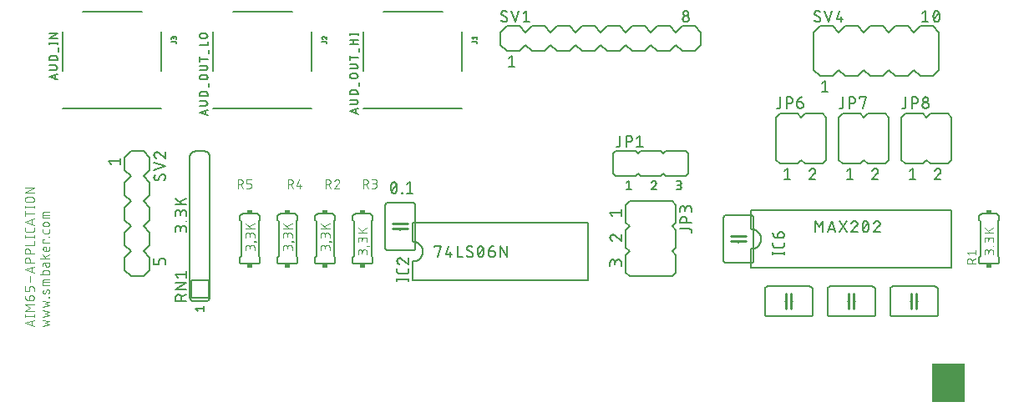
<source format=gto>
G04 EAGLE Gerber RS-274X export*
G75*
%MOMM*%
%FSLAX34Y34*%
%LPD*%
%INSilkscreen Top*%
%IPPOS*%
%AMOC8*
5,1,8,0,0,1.08239X$1,22.5*%
G01*
%ADD10C,0.076200*%
%ADD11C,0.203200*%
%ADD12C,0.127000*%
%ADD13C,0.152400*%
%ADD14C,0.254000*%
%ADD15R,0.508000X0.381000*%
%ADD16C,0.101600*%

G36*
X977965Y50177D02*
X977965Y50177D01*
X978031Y50179D01*
X978074Y50197D01*
X978121Y50205D01*
X978178Y50239D01*
X978238Y50264D01*
X978273Y50295D01*
X978314Y50320D01*
X978356Y50371D01*
X978404Y50415D01*
X978426Y50457D01*
X978455Y50494D01*
X978476Y50556D01*
X978507Y50615D01*
X978515Y50669D01*
X978527Y50706D01*
X978526Y50746D01*
X978534Y50800D01*
X978534Y88900D01*
X978523Y88965D01*
X978521Y89031D01*
X978503Y89074D01*
X978495Y89121D01*
X978461Y89178D01*
X978436Y89238D01*
X978405Y89273D01*
X978380Y89314D01*
X978329Y89356D01*
X978285Y89404D01*
X978243Y89426D01*
X978206Y89455D01*
X978144Y89476D01*
X978085Y89507D01*
X978031Y89515D01*
X977994Y89527D01*
X977954Y89526D01*
X977900Y89534D01*
X946150Y89534D01*
X946085Y89523D01*
X946019Y89521D01*
X945976Y89503D01*
X945929Y89495D01*
X945872Y89461D01*
X945812Y89436D01*
X945777Y89405D01*
X945736Y89380D01*
X945695Y89329D01*
X945646Y89285D01*
X945624Y89243D01*
X945595Y89206D01*
X945574Y89144D01*
X945543Y89085D01*
X945535Y89031D01*
X945523Y88994D01*
X945524Y88954D01*
X945523Y88950D01*
X945523Y88949D01*
X945523Y88947D01*
X945516Y88900D01*
X945516Y50800D01*
X945527Y50735D01*
X945529Y50669D01*
X945547Y50626D01*
X945555Y50579D01*
X945589Y50522D01*
X945614Y50462D01*
X945645Y50427D01*
X945670Y50386D01*
X945721Y50345D01*
X945765Y50296D01*
X945807Y50274D01*
X945844Y50245D01*
X945906Y50224D01*
X945965Y50193D01*
X946019Y50185D01*
X946056Y50173D01*
X946096Y50174D01*
X946150Y50166D01*
X977900Y50166D01*
X977965Y50177D01*
G37*
D10*
X35179Y127381D02*
X25781Y130514D01*
X35179Y133646D01*
X32830Y132863D02*
X32830Y128164D01*
X35179Y137829D02*
X25781Y137829D01*
X35179Y136785D02*
X35179Y138873D01*
X25781Y138873D02*
X25781Y136785D01*
X25781Y142926D02*
X35179Y142926D01*
X31002Y146058D02*
X25781Y142926D01*
X31002Y146058D02*
X25781Y149191D01*
X35179Y149191D01*
X29958Y153506D02*
X29958Y156639D01*
X29960Y156728D01*
X29966Y156816D01*
X29975Y156904D01*
X29988Y156992D01*
X30005Y157079D01*
X30025Y157165D01*
X30050Y157250D01*
X30077Y157335D01*
X30109Y157418D01*
X30143Y157499D01*
X30182Y157579D01*
X30223Y157657D01*
X30268Y157734D01*
X30316Y157808D01*
X30367Y157881D01*
X30421Y157951D01*
X30479Y158018D01*
X30539Y158084D01*
X30601Y158146D01*
X30667Y158206D01*
X30734Y158264D01*
X30804Y158318D01*
X30877Y158369D01*
X30951Y158417D01*
X31028Y158462D01*
X31106Y158503D01*
X31186Y158542D01*
X31267Y158576D01*
X31350Y158608D01*
X31435Y158635D01*
X31520Y158660D01*
X31606Y158680D01*
X31693Y158697D01*
X31781Y158710D01*
X31869Y158719D01*
X31957Y158725D01*
X32046Y158727D01*
X32568Y158727D01*
X32568Y158728D02*
X32669Y158726D01*
X32770Y158720D01*
X32871Y158710D01*
X32971Y158697D01*
X33071Y158679D01*
X33170Y158658D01*
X33268Y158632D01*
X33365Y158603D01*
X33461Y158571D01*
X33555Y158534D01*
X33648Y158494D01*
X33740Y158450D01*
X33829Y158403D01*
X33917Y158352D01*
X34003Y158298D01*
X34086Y158241D01*
X34168Y158181D01*
X34246Y158117D01*
X34323Y158051D01*
X34396Y157981D01*
X34467Y157909D01*
X34535Y157834D01*
X34600Y157756D01*
X34662Y157676D01*
X34721Y157594D01*
X34777Y157509D01*
X34829Y157422D01*
X34878Y157334D01*
X34924Y157243D01*
X34965Y157151D01*
X35004Y157057D01*
X35038Y156962D01*
X35069Y156866D01*
X35096Y156768D01*
X35120Y156670D01*
X35139Y156570D01*
X35155Y156470D01*
X35167Y156370D01*
X35175Y156269D01*
X35179Y156168D01*
X35179Y156066D01*
X35175Y155965D01*
X35167Y155864D01*
X35155Y155764D01*
X35139Y155664D01*
X35120Y155564D01*
X35096Y155466D01*
X35069Y155368D01*
X35038Y155272D01*
X35004Y155177D01*
X34965Y155083D01*
X34924Y154991D01*
X34878Y154900D01*
X34829Y154811D01*
X34777Y154725D01*
X34721Y154640D01*
X34662Y154558D01*
X34600Y154478D01*
X34535Y154400D01*
X34467Y154325D01*
X34396Y154253D01*
X34323Y154183D01*
X34246Y154117D01*
X34168Y154053D01*
X34086Y153993D01*
X34003Y153936D01*
X33917Y153882D01*
X33829Y153831D01*
X33740Y153784D01*
X33648Y153740D01*
X33555Y153700D01*
X33461Y153663D01*
X33365Y153631D01*
X33268Y153602D01*
X33170Y153576D01*
X33071Y153555D01*
X32971Y153537D01*
X32871Y153524D01*
X32770Y153514D01*
X32669Y153508D01*
X32568Y153506D01*
X29958Y153506D01*
X29829Y153508D01*
X29701Y153514D01*
X29573Y153524D01*
X29445Y153538D01*
X29317Y153555D01*
X29190Y153577D01*
X29064Y153603D01*
X28939Y153632D01*
X28815Y153665D01*
X28692Y153703D01*
X28570Y153743D01*
X28449Y153788D01*
X28330Y153836D01*
X28212Y153888D01*
X28096Y153944D01*
X27982Y154003D01*
X27870Y154066D01*
X27759Y154132D01*
X27651Y154201D01*
X27545Y154274D01*
X27441Y154350D01*
X27339Y154429D01*
X27240Y154511D01*
X27144Y154596D01*
X27050Y154684D01*
X26959Y154775D01*
X26871Y154869D01*
X26786Y154965D01*
X26704Y155064D01*
X26625Y155166D01*
X26549Y155270D01*
X26476Y155376D01*
X26407Y155484D01*
X26341Y155594D01*
X26278Y155707D01*
X26219Y155821D01*
X26163Y155937D01*
X26111Y156055D01*
X26063Y156174D01*
X26018Y156295D01*
X25978Y156417D01*
X25940Y156540D01*
X25907Y156664D01*
X25878Y156789D01*
X25852Y156915D01*
X25830Y157042D01*
X25813Y157170D01*
X25799Y157298D01*
X25789Y157426D01*
X25783Y157554D01*
X25781Y157683D01*
X35179Y162650D02*
X35179Y165783D01*
X35177Y165872D01*
X35171Y165960D01*
X35162Y166048D01*
X35149Y166136D01*
X35132Y166223D01*
X35112Y166309D01*
X35087Y166394D01*
X35060Y166479D01*
X35028Y166562D01*
X34994Y166643D01*
X34955Y166723D01*
X34914Y166801D01*
X34869Y166878D01*
X34821Y166952D01*
X34770Y167025D01*
X34716Y167095D01*
X34658Y167162D01*
X34598Y167228D01*
X34536Y167290D01*
X34470Y167350D01*
X34403Y167408D01*
X34333Y167462D01*
X34260Y167513D01*
X34186Y167561D01*
X34109Y167606D01*
X34031Y167647D01*
X33951Y167686D01*
X33870Y167720D01*
X33787Y167752D01*
X33702Y167779D01*
X33617Y167804D01*
X33531Y167824D01*
X33444Y167841D01*
X33356Y167854D01*
X33268Y167863D01*
X33180Y167869D01*
X33091Y167871D01*
X32046Y167871D01*
X31957Y167869D01*
X31869Y167863D01*
X31781Y167854D01*
X31693Y167841D01*
X31606Y167824D01*
X31520Y167804D01*
X31435Y167779D01*
X31350Y167752D01*
X31267Y167720D01*
X31186Y167686D01*
X31106Y167647D01*
X31028Y167606D01*
X30951Y167561D01*
X30877Y167513D01*
X30804Y167462D01*
X30734Y167408D01*
X30667Y167350D01*
X30601Y167290D01*
X30539Y167228D01*
X30479Y167162D01*
X30421Y167095D01*
X30367Y167025D01*
X30316Y166952D01*
X30268Y166878D01*
X30223Y166801D01*
X30182Y166723D01*
X30143Y166643D01*
X30109Y166562D01*
X30077Y166479D01*
X30050Y166394D01*
X30025Y166309D01*
X30005Y166223D01*
X29988Y166136D01*
X29975Y166048D01*
X29966Y165960D01*
X29960Y165872D01*
X29958Y165783D01*
X29958Y162650D01*
X25781Y162650D01*
X25781Y167871D01*
X31524Y171882D02*
X31524Y178147D01*
X35179Y181635D02*
X25781Y184768D01*
X35179Y187901D01*
X32830Y187117D02*
X32830Y182418D01*
X35179Y191737D02*
X25781Y191737D01*
X25781Y194348D01*
X25783Y194449D01*
X25789Y194550D01*
X25799Y194651D01*
X25812Y194751D01*
X25830Y194851D01*
X25851Y194950D01*
X25877Y195048D01*
X25906Y195145D01*
X25938Y195241D01*
X25975Y195335D01*
X26015Y195428D01*
X26059Y195520D01*
X26106Y195609D01*
X26157Y195697D01*
X26211Y195783D01*
X26268Y195866D01*
X26328Y195948D01*
X26392Y196026D01*
X26458Y196103D01*
X26528Y196176D01*
X26600Y196247D01*
X26675Y196315D01*
X26753Y196380D01*
X26833Y196442D01*
X26915Y196501D01*
X27000Y196557D01*
X27087Y196609D01*
X27175Y196658D01*
X27266Y196704D01*
X27358Y196745D01*
X27452Y196784D01*
X27547Y196818D01*
X27643Y196849D01*
X27741Y196876D01*
X27839Y196900D01*
X27939Y196919D01*
X28039Y196935D01*
X28139Y196947D01*
X28240Y196955D01*
X28341Y196959D01*
X28443Y196959D01*
X28544Y196955D01*
X28645Y196947D01*
X28745Y196935D01*
X28845Y196919D01*
X28945Y196900D01*
X29043Y196876D01*
X29141Y196849D01*
X29237Y196818D01*
X29332Y196784D01*
X29426Y196745D01*
X29518Y196704D01*
X29609Y196658D01*
X29698Y196609D01*
X29784Y196557D01*
X29869Y196501D01*
X29951Y196442D01*
X30031Y196380D01*
X30109Y196315D01*
X30184Y196247D01*
X30256Y196176D01*
X30326Y196103D01*
X30392Y196026D01*
X30456Y195948D01*
X30516Y195866D01*
X30573Y195783D01*
X30627Y195697D01*
X30678Y195609D01*
X30725Y195520D01*
X30769Y195428D01*
X30809Y195335D01*
X30846Y195241D01*
X30878Y195145D01*
X30907Y195048D01*
X30933Y194950D01*
X30954Y194851D01*
X30972Y194751D01*
X30985Y194651D01*
X30995Y194550D01*
X31001Y194449D01*
X31003Y194348D01*
X31002Y194348D02*
X31002Y191737D01*
X35179Y200881D02*
X25781Y200881D01*
X25781Y203492D01*
X25783Y203593D01*
X25789Y203694D01*
X25799Y203795D01*
X25812Y203895D01*
X25830Y203995D01*
X25851Y204094D01*
X25877Y204192D01*
X25906Y204289D01*
X25938Y204385D01*
X25975Y204479D01*
X26015Y204572D01*
X26059Y204664D01*
X26106Y204753D01*
X26157Y204841D01*
X26211Y204927D01*
X26268Y205010D01*
X26328Y205092D01*
X26392Y205170D01*
X26458Y205247D01*
X26528Y205320D01*
X26600Y205391D01*
X26675Y205459D01*
X26753Y205524D01*
X26833Y205586D01*
X26915Y205645D01*
X27000Y205701D01*
X27087Y205753D01*
X27175Y205802D01*
X27266Y205848D01*
X27358Y205889D01*
X27452Y205928D01*
X27547Y205962D01*
X27643Y205993D01*
X27741Y206020D01*
X27839Y206044D01*
X27939Y206063D01*
X28039Y206079D01*
X28139Y206091D01*
X28240Y206099D01*
X28341Y206103D01*
X28443Y206103D01*
X28544Y206099D01*
X28645Y206091D01*
X28745Y206079D01*
X28845Y206063D01*
X28945Y206044D01*
X29043Y206020D01*
X29141Y205993D01*
X29237Y205962D01*
X29332Y205928D01*
X29426Y205889D01*
X29518Y205848D01*
X29609Y205802D01*
X29698Y205753D01*
X29784Y205701D01*
X29869Y205645D01*
X29951Y205586D01*
X30031Y205524D01*
X30109Y205459D01*
X30184Y205391D01*
X30256Y205320D01*
X30326Y205247D01*
X30392Y205170D01*
X30456Y205092D01*
X30516Y205010D01*
X30573Y204927D01*
X30627Y204841D01*
X30678Y204753D01*
X30725Y204664D01*
X30769Y204572D01*
X30809Y204479D01*
X30846Y204385D01*
X30878Y204289D01*
X30907Y204192D01*
X30933Y204094D01*
X30954Y203995D01*
X30972Y203895D01*
X30985Y203795D01*
X30995Y203694D01*
X31001Y203593D01*
X31003Y203492D01*
X31002Y203492D02*
X31002Y200881D01*
X35179Y209911D02*
X25781Y209911D01*
X35179Y209911D02*
X35179Y214088D01*
X35179Y218296D02*
X25781Y218296D01*
X35179Y217251D02*
X35179Y219340D01*
X25781Y219340D02*
X25781Y217251D01*
X35179Y225063D02*
X35179Y227151D01*
X35179Y225063D02*
X35177Y224974D01*
X35171Y224886D01*
X35162Y224798D01*
X35149Y224710D01*
X35132Y224623D01*
X35112Y224537D01*
X35087Y224452D01*
X35060Y224367D01*
X35028Y224284D01*
X34994Y224203D01*
X34955Y224123D01*
X34914Y224045D01*
X34869Y223968D01*
X34821Y223894D01*
X34770Y223821D01*
X34716Y223751D01*
X34658Y223684D01*
X34598Y223618D01*
X34536Y223556D01*
X34470Y223496D01*
X34403Y223438D01*
X34333Y223384D01*
X34260Y223333D01*
X34186Y223285D01*
X34109Y223240D01*
X34031Y223199D01*
X33951Y223160D01*
X33870Y223126D01*
X33787Y223094D01*
X33702Y223067D01*
X33617Y223042D01*
X33531Y223022D01*
X33444Y223005D01*
X33356Y222992D01*
X33268Y222983D01*
X33180Y222977D01*
X33091Y222975D01*
X27869Y222975D01*
X27869Y222974D02*
X27778Y222976D01*
X27687Y222982D01*
X27596Y222992D01*
X27506Y223006D01*
X27417Y223024D01*
X27328Y223045D01*
X27241Y223071D01*
X27155Y223100D01*
X27070Y223133D01*
X26986Y223170D01*
X26904Y223210D01*
X26825Y223254D01*
X26747Y223301D01*
X26671Y223352D01*
X26597Y223406D01*
X26526Y223463D01*
X26458Y223523D01*
X26392Y223586D01*
X26329Y223652D01*
X26269Y223720D01*
X26212Y223791D01*
X26158Y223865D01*
X26107Y223941D01*
X26060Y224018D01*
X26016Y224098D01*
X25976Y224180D01*
X25939Y224264D01*
X25906Y224348D01*
X25877Y224435D01*
X25851Y224522D01*
X25830Y224611D01*
X25812Y224700D01*
X25798Y224790D01*
X25788Y224881D01*
X25782Y224972D01*
X25780Y225063D01*
X25781Y225063D02*
X25781Y227151D01*
X25781Y233231D02*
X35179Y230098D01*
X35179Y236363D02*
X25781Y233231D01*
X32830Y235580D02*
X32830Y230881D01*
X35179Y241765D02*
X25781Y241765D01*
X25781Y239155D02*
X25781Y244376D01*
X25781Y248471D02*
X35179Y248471D01*
X35179Y247427D02*
X35179Y249515D01*
X25781Y249515D02*
X25781Y247427D01*
X28392Y253175D02*
X32568Y253175D01*
X28392Y253175D02*
X28291Y253177D01*
X28190Y253183D01*
X28089Y253193D01*
X27989Y253206D01*
X27889Y253224D01*
X27790Y253245D01*
X27692Y253271D01*
X27595Y253300D01*
X27499Y253332D01*
X27405Y253369D01*
X27312Y253409D01*
X27220Y253453D01*
X27131Y253500D01*
X27043Y253551D01*
X26957Y253605D01*
X26874Y253662D01*
X26792Y253722D01*
X26714Y253786D01*
X26637Y253852D01*
X26564Y253922D01*
X26493Y253994D01*
X26425Y254069D01*
X26360Y254147D01*
X26298Y254227D01*
X26239Y254309D01*
X26183Y254394D01*
X26131Y254481D01*
X26082Y254569D01*
X26036Y254660D01*
X25995Y254752D01*
X25956Y254846D01*
X25922Y254941D01*
X25891Y255037D01*
X25864Y255135D01*
X25840Y255233D01*
X25821Y255333D01*
X25805Y255433D01*
X25793Y255533D01*
X25785Y255634D01*
X25781Y255735D01*
X25781Y255837D01*
X25785Y255938D01*
X25793Y256039D01*
X25805Y256139D01*
X25821Y256239D01*
X25840Y256339D01*
X25864Y256437D01*
X25891Y256535D01*
X25922Y256631D01*
X25956Y256726D01*
X25995Y256820D01*
X26036Y256912D01*
X26082Y257003D01*
X26131Y257092D01*
X26183Y257178D01*
X26239Y257263D01*
X26298Y257345D01*
X26360Y257425D01*
X26425Y257503D01*
X26493Y257578D01*
X26564Y257650D01*
X26637Y257720D01*
X26714Y257786D01*
X26792Y257850D01*
X26874Y257910D01*
X26957Y257967D01*
X27043Y258021D01*
X27131Y258072D01*
X27220Y258119D01*
X27312Y258163D01*
X27405Y258203D01*
X27499Y258240D01*
X27595Y258272D01*
X27692Y258301D01*
X27790Y258327D01*
X27889Y258348D01*
X27989Y258366D01*
X28089Y258379D01*
X28190Y258389D01*
X28291Y258395D01*
X28392Y258397D01*
X28392Y258396D02*
X32568Y258396D01*
X32568Y258397D02*
X32669Y258395D01*
X32770Y258389D01*
X32871Y258379D01*
X32971Y258366D01*
X33071Y258348D01*
X33170Y258327D01*
X33268Y258301D01*
X33365Y258272D01*
X33461Y258240D01*
X33555Y258203D01*
X33648Y258163D01*
X33740Y258119D01*
X33829Y258072D01*
X33917Y258021D01*
X34003Y257967D01*
X34086Y257910D01*
X34168Y257850D01*
X34246Y257786D01*
X34323Y257720D01*
X34396Y257650D01*
X34467Y257578D01*
X34535Y257503D01*
X34600Y257425D01*
X34662Y257345D01*
X34721Y257263D01*
X34777Y257178D01*
X34829Y257091D01*
X34878Y257003D01*
X34924Y256912D01*
X34965Y256820D01*
X35004Y256726D01*
X35038Y256631D01*
X35069Y256535D01*
X35096Y256437D01*
X35120Y256339D01*
X35139Y256239D01*
X35155Y256139D01*
X35167Y256039D01*
X35175Y255938D01*
X35179Y255837D01*
X35179Y255735D01*
X35175Y255634D01*
X35167Y255533D01*
X35155Y255433D01*
X35139Y255333D01*
X35120Y255233D01*
X35096Y255135D01*
X35069Y255037D01*
X35038Y254941D01*
X35004Y254846D01*
X34965Y254752D01*
X34924Y254660D01*
X34878Y254569D01*
X34829Y254480D01*
X34777Y254394D01*
X34721Y254309D01*
X34662Y254227D01*
X34600Y254147D01*
X34535Y254069D01*
X34467Y253994D01*
X34396Y253922D01*
X34323Y253852D01*
X34246Y253786D01*
X34168Y253722D01*
X34086Y253662D01*
X34003Y253605D01*
X33917Y253551D01*
X33829Y253500D01*
X33740Y253453D01*
X33648Y253409D01*
X33555Y253369D01*
X33461Y253332D01*
X33365Y253300D01*
X33268Y253271D01*
X33170Y253245D01*
X33071Y253224D01*
X32971Y253206D01*
X32871Y253193D01*
X32770Y253183D01*
X32669Y253177D01*
X32568Y253175D01*
X35179Y262624D02*
X25781Y262624D01*
X35179Y267845D01*
X25781Y267845D01*
X50419Y128947D02*
X44154Y127381D01*
X46242Y130514D02*
X50419Y128947D01*
X50419Y132080D02*
X46242Y130514D01*
X44154Y133646D02*
X50419Y132080D01*
X50419Y138701D02*
X44154Y137135D01*
X46242Y140267D02*
X50419Y138701D01*
X50419Y141834D02*
X46242Y140267D01*
X44154Y143400D02*
X50419Y141834D01*
X50419Y148454D02*
X44154Y146888D01*
X46242Y150021D02*
X50419Y148454D01*
X50419Y151587D02*
X46242Y150021D01*
X44154Y153153D02*
X50419Y151587D01*
X50419Y156465D02*
X49897Y156465D01*
X49897Y156987D01*
X50419Y156987D01*
X50419Y156465D01*
X46764Y161212D02*
X47808Y163823D01*
X46764Y161212D02*
X46736Y161146D01*
X46703Y161081D01*
X46668Y161018D01*
X46629Y160957D01*
X46587Y160898D01*
X46542Y160842D01*
X46494Y160788D01*
X46443Y160737D01*
X46390Y160688D01*
X46333Y160643D01*
X46275Y160600D01*
X46215Y160561D01*
X46152Y160524D01*
X46087Y160492D01*
X46021Y160463D01*
X45954Y160437D01*
X45885Y160415D01*
X45815Y160397D01*
X45744Y160382D01*
X45673Y160371D01*
X45601Y160364D01*
X45529Y160361D01*
X45457Y160362D01*
X45384Y160367D01*
X45313Y160375D01*
X45241Y160387D01*
X45171Y160403D01*
X45102Y160423D01*
X45033Y160447D01*
X44966Y160474D01*
X44901Y160504D01*
X44837Y160538D01*
X44775Y160576D01*
X44715Y160616D01*
X44658Y160660D01*
X44603Y160707D01*
X44550Y160757D01*
X44501Y160809D01*
X44454Y160864D01*
X44410Y160921D01*
X44369Y160981D01*
X44332Y161043D01*
X44297Y161107D01*
X44267Y161172D01*
X44239Y161239D01*
X44216Y161307D01*
X44196Y161377D01*
X44180Y161447D01*
X44167Y161518D01*
X44159Y161590D01*
X44154Y161662D01*
X44153Y161734D01*
X44154Y161735D02*
X44158Y161886D01*
X44166Y162037D01*
X44177Y162188D01*
X44193Y162339D01*
X44213Y162489D01*
X44236Y162639D01*
X44263Y162788D01*
X44294Y162936D01*
X44329Y163084D01*
X44367Y163230D01*
X44410Y163376D01*
X44456Y163520D01*
X44505Y163663D01*
X44558Y163805D01*
X44615Y163945D01*
X44676Y164084D01*
X47808Y163823D02*
X47836Y163889D01*
X47869Y163954D01*
X47904Y164017D01*
X47943Y164078D01*
X47985Y164137D01*
X48030Y164193D01*
X48078Y164247D01*
X48129Y164298D01*
X48182Y164347D01*
X48239Y164393D01*
X48297Y164435D01*
X48357Y164474D01*
X48420Y164511D01*
X48485Y164543D01*
X48551Y164572D01*
X48618Y164598D01*
X48687Y164620D01*
X48757Y164638D01*
X48828Y164653D01*
X48899Y164664D01*
X48971Y164671D01*
X49043Y164674D01*
X49115Y164673D01*
X49188Y164668D01*
X49259Y164660D01*
X49331Y164648D01*
X49401Y164632D01*
X49470Y164612D01*
X49539Y164588D01*
X49606Y164561D01*
X49671Y164531D01*
X49735Y164497D01*
X49797Y164459D01*
X49857Y164419D01*
X49914Y164375D01*
X49969Y164328D01*
X50022Y164278D01*
X50071Y164226D01*
X50118Y164171D01*
X50162Y164114D01*
X50203Y164054D01*
X50240Y163992D01*
X50275Y163928D01*
X50305Y163863D01*
X50333Y163796D01*
X50356Y163728D01*
X50376Y163658D01*
X50392Y163588D01*
X50405Y163517D01*
X50413Y163445D01*
X50418Y163373D01*
X50419Y163301D01*
X50414Y163091D01*
X50403Y162882D01*
X50388Y162673D01*
X50368Y162465D01*
X50342Y162257D01*
X50312Y162050D01*
X50277Y161843D01*
X50237Y161638D01*
X50193Y161433D01*
X50143Y161230D01*
X50089Y161027D01*
X50029Y160826D01*
X49966Y160627D01*
X49897Y160429D01*
X50419Y168834D02*
X44154Y168834D01*
X44154Y173533D01*
X44156Y173610D01*
X44162Y173686D01*
X44171Y173763D01*
X44184Y173839D01*
X44201Y173914D01*
X44221Y173988D01*
X44246Y174061D01*
X44273Y174132D01*
X44304Y174203D01*
X44339Y174271D01*
X44377Y174338D01*
X44418Y174403D01*
X44462Y174466D01*
X44509Y174526D01*
X44560Y174585D01*
X44613Y174640D01*
X44668Y174693D01*
X44727Y174744D01*
X44787Y174791D01*
X44850Y174835D01*
X44915Y174876D01*
X44982Y174914D01*
X45050Y174949D01*
X45121Y174980D01*
X45192Y175007D01*
X45265Y175032D01*
X45339Y175052D01*
X45414Y175069D01*
X45490Y175082D01*
X45567Y175091D01*
X45643Y175097D01*
X45720Y175099D01*
X50419Y175099D01*
X50419Y171966D02*
X44154Y171966D01*
X41021Y179677D02*
X50419Y179677D01*
X50419Y182288D01*
X50417Y182365D01*
X50411Y182441D01*
X50402Y182518D01*
X50389Y182594D01*
X50372Y182669D01*
X50352Y182743D01*
X50327Y182816D01*
X50300Y182887D01*
X50269Y182958D01*
X50234Y183026D01*
X50196Y183093D01*
X50155Y183158D01*
X50111Y183221D01*
X50064Y183281D01*
X50013Y183340D01*
X49960Y183395D01*
X49905Y183448D01*
X49846Y183499D01*
X49786Y183546D01*
X49723Y183590D01*
X49658Y183631D01*
X49591Y183669D01*
X49523Y183704D01*
X49452Y183735D01*
X49381Y183762D01*
X49308Y183787D01*
X49234Y183807D01*
X49159Y183824D01*
X49083Y183837D01*
X49006Y183846D01*
X48930Y183852D01*
X48853Y183854D01*
X45720Y183854D01*
X45643Y183852D01*
X45567Y183846D01*
X45490Y183837D01*
X45414Y183824D01*
X45339Y183807D01*
X45265Y183787D01*
X45192Y183762D01*
X45121Y183735D01*
X45050Y183704D01*
X44982Y183669D01*
X44915Y183631D01*
X44850Y183590D01*
X44787Y183546D01*
X44727Y183499D01*
X44668Y183448D01*
X44613Y183395D01*
X44560Y183340D01*
X44509Y183281D01*
X44462Y183221D01*
X44418Y183158D01*
X44377Y183093D01*
X44339Y183026D01*
X44304Y182958D01*
X44273Y182887D01*
X44246Y182816D01*
X44221Y182743D01*
X44201Y182669D01*
X44184Y182594D01*
X44171Y182518D01*
X44162Y182441D01*
X44156Y182365D01*
X44154Y182288D01*
X44154Y179677D01*
X46764Y189338D02*
X46764Y191687D01*
X46765Y189338D02*
X46767Y189254D01*
X46773Y189169D01*
X46783Y189086D01*
X46796Y189002D01*
X46814Y188920D01*
X46835Y188838D01*
X46860Y188757D01*
X46888Y188678D01*
X46921Y188600D01*
X46957Y188524D01*
X46996Y188449D01*
X47039Y188376D01*
X47085Y188305D01*
X47134Y188237D01*
X47186Y188171D01*
X47242Y188107D01*
X47300Y188046D01*
X47361Y187988D01*
X47425Y187932D01*
X47491Y187880D01*
X47559Y187831D01*
X47630Y187785D01*
X47703Y187742D01*
X47778Y187703D01*
X47854Y187667D01*
X47932Y187634D01*
X48011Y187606D01*
X48092Y187581D01*
X48174Y187560D01*
X48256Y187542D01*
X48340Y187529D01*
X48423Y187519D01*
X48508Y187513D01*
X48592Y187511D01*
X48676Y187513D01*
X48761Y187519D01*
X48844Y187529D01*
X48928Y187542D01*
X49010Y187560D01*
X49092Y187581D01*
X49173Y187606D01*
X49252Y187634D01*
X49330Y187667D01*
X49406Y187703D01*
X49481Y187742D01*
X49554Y187785D01*
X49625Y187831D01*
X49693Y187880D01*
X49759Y187932D01*
X49823Y187988D01*
X49884Y188046D01*
X49942Y188107D01*
X49998Y188171D01*
X50050Y188237D01*
X50099Y188305D01*
X50145Y188376D01*
X50188Y188449D01*
X50227Y188524D01*
X50263Y188600D01*
X50296Y188678D01*
X50324Y188757D01*
X50349Y188838D01*
X50370Y188920D01*
X50388Y189002D01*
X50401Y189086D01*
X50411Y189169D01*
X50417Y189254D01*
X50419Y189338D01*
X50419Y191687D01*
X45720Y191687D01*
X45643Y191685D01*
X45567Y191679D01*
X45490Y191670D01*
X45414Y191657D01*
X45339Y191640D01*
X45265Y191620D01*
X45192Y191595D01*
X45121Y191568D01*
X45050Y191537D01*
X44982Y191502D01*
X44915Y191464D01*
X44850Y191423D01*
X44787Y191379D01*
X44727Y191332D01*
X44668Y191281D01*
X44613Y191228D01*
X44560Y191173D01*
X44509Y191114D01*
X44462Y191054D01*
X44418Y190991D01*
X44377Y190926D01*
X44339Y190859D01*
X44304Y190791D01*
X44273Y190720D01*
X44246Y190649D01*
X44221Y190576D01*
X44201Y190502D01*
X44184Y190427D01*
X44171Y190351D01*
X44162Y190274D01*
X44156Y190198D01*
X44154Y190121D01*
X44154Y188033D01*
X41021Y196195D02*
X50419Y196195D01*
X47286Y196195D02*
X44154Y200372D01*
X45981Y198023D02*
X50419Y200372D01*
X50419Y205277D02*
X50419Y207887D01*
X50419Y205277D02*
X50417Y205200D01*
X50411Y205124D01*
X50402Y205047D01*
X50389Y204971D01*
X50372Y204896D01*
X50352Y204822D01*
X50327Y204749D01*
X50300Y204678D01*
X50269Y204607D01*
X50234Y204539D01*
X50196Y204472D01*
X50155Y204407D01*
X50111Y204344D01*
X50064Y204284D01*
X50013Y204225D01*
X49960Y204170D01*
X49905Y204117D01*
X49846Y204066D01*
X49786Y204019D01*
X49723Y203975D01*
X49658Y203934D01*
X49591Y203896D01*
X49523Y203861D01*
X49452Y203830D01*
X49381Y203803D01*
X49308Y203778D01*
X49234Y203758D01*
X49159Y203741D01*
X49083Y203728D01*
X49006Y203719D01*
X48930Y203713D01*
X48853Y203711D01*
X48853Y203710D02*
X46242Y203710D01*
X46242Y203711D02*
X46152Y203713D01*
X46063Y203719D01*
X45973Y203728D01*
X45884Y203742D01*
X45796Y203759D01*
X45709Y203780D01*
X45622Y203805D01*
X45537Y203834D01*
X45453Y203866D01*
X45371Y203901D01*
X45290Y203941D01*
X45211Y203983D01*
X45134Y204029D01*
X45059Y204079D01*
X44986Y204131D01*
X44915Y204187D01*
X44847Y204245D01*
X44782Y204307D01*
X44719Y204371D01*
X44659Y204438D01*
X44602Y204507D01*
X44548Y204579D01*
X44497Y204653D01*
X44449Y204729D01*
X44405Y204807D01*
X44364Y204887D01*
X44326Y204969D01*
X44292Y205052D01*
X44262Y205137D01*
X44235Y205223D01*
X44212Y205309D01*
X44193Y205397D01*
X44178Y205486D01*
X44166Y205575D01*
X44158Y205664D01*
X44154Y205754D01*
X44154Y205844D01*
X44158Y205934D01*
X44166Y206023D01*
X44178Y206112D01*
X44193Y206201D01*
X44212Y206289D01*
X44235Y206375D01*
X44262Y206461D01*
X44292Y206546D01*
X44326Y206629D01*
X44364Y206711D01*
X44405Y206791D01*
X44449Y206869D01*
X44497Y206945D01*
X44548Y207019D01*
X44602Y207091D01*
X44659Y207160D01*
X44719Y207227D01*
X44782Y207291D01*
X44847Y207353D01*
X44915Y207411D01*
X44986Y207467D01*
X45059Y207519D01*
X45134Y207569D01*
X45211Y207615D01*
X45290Y207657D01*
X45371Y207697D01*
X45453Y207732D01*
X45537Y207764D01*
X45622Y207793D01*
X45709Y207818D01*
X45796Y207839D01*
X45884Y207856D01*
X45973Y207870D01*
X46063Y207879D01*
X46152Y207885D01*
X46242Y207887D01*
X47286Y207887D01*
X47286Y203710D01*
X50419Y211991D02*
X44154Y211991D01*
X44154Y215124D01*
X45198Y215124D01*
X49897Y217730D02*
X50419Y217730D01*
X49897Y217730D02*
X49897Y218252D01*
X50419Y218252D01*
X50419Y217730D01*
X50419Y223270D02*
X50419Y225359D01*
X50419Y223270D02*
X50417Y223193D01*
X50411Y223117D01*
X50402Y223040D01*
X50389Y222964D01*
X50372Y222889D01*
X50352Y222815D01*
X50327Y222742D01*
X50300Y222671D01*
X50269Y222600D01*
X50234Y222532D01*
X50196Y222465D01*
X50155Y222400D01*
X50111Y222337D01*
X50064Y222277D01*
X50013Y222218D01*
X49960Y222163D01*
X49905Y222110D01*
X49846Y222059D01*
X49786Y222012D01*
X49723Y221968D01*
X49658Y221927D01*
X49591Y221889D01*
X49523Y221854D01*
X49452Y221823D01*
X49381Y221796D01*
X49308Y221771D01*
X49234Y221751D01*
X49159Y221734D01*
X49083Y221721D01*
X49006Y221712D01*
X48930Y221706D01*
X48853Y221704D01*
X45720Y221704D01*
X45643Y221706D01*
X45567Y221712D01*
X45490Y221721D01*
X45414Y221734D01*
X45339Y221751D01*
X45265Y221771D01*
X45192Y221796D01*
X45121Y221823D01*
X45050Y221854D01*
X44982Y221889D01*
X44915Y221927D01*
X44850Y221968D01*
X44787Y222012D01*
X44727Y222059D01*
X44668Y222110D01*
X44613Y222163D01*
X44560Y222218D01*
X44509Y222277D01*
X44462Y222337D01*
X44418Y222400D01*
X44377Y222465D01*
X44339Y222532D01*
X44304Y222600D01*
X44273Y222671D01*
X44246Y222742D01*
X44221Y222815D01*
X44201Y222889D01*
X44184Y222964D01*
X44171Y223040D01*
X44162Y223117D01*
X44156Y223193D01*
X44154Y223270D01*
X44154Y225359D01*
X46242Y228704D02*
X48331Y228704D01*
X46242Y228704D02*
X46152Y228706D01*
X46063Y228712D01*
X45973Y228721D01*
X45884Y228735D01*
X45796Y228752D01*
X45709Y228773D01*
X45622Y228798D01*
X45537Y228827D01*
X45453Y228859D01*
X45371Y228894D01*
X45290Y228934D01*
X45211Y228976D01*
X45134Y229022D01*
X45059Y229072D01*
X44986Y229124D01*
X44915Y229180D01*
X44847Y229238D01*
X44782Y229300D01*
X44719Y229364D01*
X44659Y229431D01*
X44602Y229500D01*
X44548Y229572D01*
X44497Y229646D01*
X44449Y229722D01*
X44405Y229800D01*
X44364Y229880D01*
X44326Y229962D01*
X44292Y230045D01*
X44262Y230130D01*
X44235Y230216D01*
X44212Y230302D01*
X44193Y230390D01*
X44178Y230479D01*
X44166Y230568D01*
X44158Y230657D01*
X44154Y230747D01*
X44154Y230837D01*
X44158Y230927D01*
X44166Y231016D01*
X44178Y231105D01*
X44193Y231194D01*
X44212Y231282D01*
X44235Y231368D01*
X44262Y231454D01*
X44292Y231539D01*
X44326Y231622D01*
X44364Y231704D01*
X44405Y231784D01*
X44449Y231862D01*
X44497Y231938D01*
X44548Y232012D01*
X44602Y232084D01*
X44659Y232153D01*
X44719Y232220D01*
X44782Y232284D01*
X44847Y232346D01*
X44915Y232404D01*
X44986Y232460D01*
X45059Y232512D01*
X45134Y232562D01*
X45211Y232608D01*
X45290Y232650D01*
X45371Y232690D01*
X45453Y232725D01*
X45537Y232757D01*
X45622Y232786D01*
X45709Y232811D01*
X45796Y232832D01*
X45884Y232849D01*
X45973Y232863D01*
X46063Y232872D01*
X46152Y232878D01*
X46242Y232880D01*
X46242Y232881D02*
X48331Y232881D01*
X48331Y232880D02*
X48421Y232878D01*
X48510Y232872D01*
X48600Y232863D01*
X48689Y232849D01*
X48777Y232832D01*
X48864Y232811D01*
X48951Y232786D01*
X49036Y232757D01*
X49120Y232725D01*
X49202Y232690D01*
X49283Y232650D01*
X49362Y232608D01*
X49439Y232562D01*
X49514Y232512D01*
X49587Y232460D01*
X49658Y232404D01*
X49726Y232346D01*
X49791Y232284D01*
X49854Y232220D01*
X49914Y232153D01*
X49971Y232084D01*
X50025Y232012D01*
X50076Y231938D01*
X50124Y231862D01*
X50168Y231784D01*
X50209Y231704D01*
X50247Y231622D01*
X50281Y231539D01*
X50311Y231454D01*
X50338Y231368D01*
X50361Y231282D01*
X50380Y231194D01*
X50395Y231105D01*
X50407Y231016D01*
X50415Y230927D01*
X50419Y230837D01*
X50419Y230747D01*
X50415Y230657D01*
X50407Y230568D01*
X50395Y230479D01*
X50380Y230390D01*
X50361Y230302D01*
X50338Y230216D01*
X50311Y230130D01*
X50281Y230045D01*
X50247Y229962D01*
X50209Y229880D01*
X50168Y229800D01*
X50124Y229722D01*
X50076Y229646D01*
X50025Y229572D01*
X49971Y229500D01*
X49914Y229431D01*
X49854Y229364D01*
X49791Y229300D01*
X49726Y229238D01*
X49658Y229180D01*
X49587Y229124D01*
X49514Y229072D01*
X49439Y229022D01*
X49362Y228976D01*
X49283Y228934D01*
X49202Y228894D01*
X49120Y228859D01*
X49036Y228827D01*
X48951Y228798D01*
X48864Y228773D01*
X48777Y228752D01*
X48689Y228735D01*
X48600Y228721D01*
X48510Y228712D01*
X48421Y228706D01*
X48331Y228704D01*
X50419Y237108D02*
X44154Y237108D01*
X44154Y241807D01*
X44156Y241884D01*
X44162Y241960D01*
X44171Y242037D01*
X44184Y242113D01*
X44201Y242188D01*
X44221Y242262D01*
X44246Y242335D01*
X44273Y242406D01*
X44304Y242477D01*
X44339Y242545D01*
X44377Y242612D01*
X44418Y242677D01*
X44462Y242740D01*
X44509Y242800D01*
X44560Y242859D01*
X44613Y242914D01*
X44668Y242967D01*
X44727Y243018D01*
X44787Y243065D01*
X44850Y243109D01*
X44915Y243150D01*
X44982Y243188D01*
X45050Y243223D01*
X45121Y243254D01*
X45192Y243281D01*
X45265Y243306D01*
X45339Y243326D01*
X45414Y243343D01*
X45490Y243356D01*
X45567Y243365D01*
X45643Y243371D01*
X45720Y243373D01*
X45720Y243374D02*
X50419Y243374D01*
X50419Y240241D02*
X44154Y240241D01*
D11*
X469100Y386400D02*
X469100Y426400D01*
X469100Y348400D02*
X369100Y348400D01*
X369100Y386400D02*
X369100Y426400D01*
X389100Y446400D02*
X449100Y446400D01*
D12*
X479425Y415884D02*
X483179Y415884D01*
X483244Y415882D01*
X483308Y415876D01*
X483372Y415866D01*
X483436Y415853D01*
X483498Y415835D01*
X483559Y415814D01*
X483619Y415790D01*
X483677Y415761D01*
X483734Y415729D01*
X483788Y415694D01*
X483840Y415656D01*
X483890Y415614D01*
X483937Y415570D01*
X483981Y415523D01*
X484023Y415473D01*
X484061Y415421D01*
X484096Y415367D01*
X484128Y415310D01*
X484157Y415252D01*
X484181Y415192D01*
X484202Y415131D01*
X484220Y415069D01*
X484233Y415005D01*
X484243Y414941D01*
X484249Y414877D01*
X484251Y414812D01*
X484251Y414275D01*
X480497Y418832D02*
X479425Y420172D01*
X484251Y420172D01*
X484251Y418832D02*
X484251Y421513D01*
D11*
X363474Y342793D02*
X355346Y345502D01*
X363474Y348212D01*
X361442Y347534D02*
X361442Y343470D01*
X361216Y352693D02*
X355346Y352693D01*
X361216Y352693D02*
X361309Y352695D01*
X361402Y352701D01*
X361495Y352710D01*
X361588Y352724D01*
X361679Y352741D01*
X361770Y352762D01*
X361860Y352787D01*
X361949Y352815D01*
X362037Y352847D01*
X362123Y352883D01*
X362208Y352922D01*
X362291Y352965D01*
X362372Y353011D01*
X362451Y353061D01*
X362528Y353113D01*
X362603Y353169D01*
X362675Y353228D01*
X362745Y353290D01*
X362813Y353354D01*
X362877Y353422D01*
X362939Y353492D01*
X362998Y353564D01*
X363054Y353639D01*
X363106Y353716D01*
X363156Y353795D01*
X363202Y353876D01*
X363245Y353959D01*
X363284Y354044D01*
X363320Y354130D01*
X363352Y354218D01*
X363380Y354307D01*
X363405Y354397D01*
X363426Y354488D01*
X363443Y354579D01*
X363457Y354672D01*
X363466Y354765D01*
X363472Y354858D01*
X363474Y354951D01*
X363472Y355044D01*
X363466Y355137D01*
X363457Y355230D01*
X363443Y355323D01*
X363426Y355414D01*
X363405Y355505D01*
X363380Y355595D01*
X363352Y355684D01*
X363320Y355772D01*
X363284Y355858D01*
X363245Y355943D01*
X363202Y356026D01*
X363156Y356107D01*
X363106Y356186D01*
X363054Y356263D01*
X362998Y356338D01*
X362939Y356410D01*
X362877Y356480D01*
X362813Y356548D01*
X362745Y356612D01*
X362675Y356674D01*
X362603Y356733D01*
X362528Y356789D01*
X362451Y356841D01*
X362372Y356891D01*
X362291Y356937D01*
X362208Y356980D01*
X362123Y357019D01*
X362037Y357055D01*
X361949Y357087D01*
X361860Y357115D01*
X361770Y357140D01*
X361679Y357161D01*
X361588Y357178D01*
X361495Y357192D01*
X361402Y357201D01*
X361309Y357207D01*
X361216Y357209D01*
X355346Y357209D01*
X355346Y362447D02*
X363474Y362447D01*
X355346Y362447D02*
X355346Y364705D01*
X355348Y364798D01*
X355354Y364891D01*
X355363Y364984D01*
X355377Y365077D01*
X355394Y365168D01*
X355415Y365259D01*
X355440Y365349D01*
X355468Y365438D01*
X355500Y365526D01*
X355536Y365612D01*
X355575Y365697D01*
X355618Y365780D01*
X355664Y365861D01*
X355714Y365940D01*
X355766Y366017D01*
X355822Y366092D01*
X355881Y366164D01*
X355943Y366234D01*
X356007Y366302D01*
X356075Y366366D01*
X356145Y366428D01*
X356217Y366487D01*
X356292Y366543D01*
X356369Y366595D01*
X356448Y366645D01*
X356529Y366691D01*
X356612Y366734D01*
X356697Y366773D01*
X356783Y366809D01*
X356871Y366841D01*
X356960Y366869D01*
X357050Y366894D01*
X357141Y366915D01*
X357232Y366932D01*
X357325Y366946D01*
X357418Y366955D01*
X357511Y366961D01*
X357604Y366963D01*
X361216Y366963D01*
X361309Y366961D01*
X361402Y366955D01*
X361495Y366946D01*
X361588Y366932D01*
X361679Y366915D01*
X361770Y366894D01*
X361860Y366869D01*
X361949Y366841D01*
X362037Y366809D01*
X362123Y366773D01*
X362208Y366734D01*
X362291Y366691D01*
X362372Y366645D01*
X362451Y366595D01*
X362528Y366543D01*
X362603Y366487D01*
X362675Y366428D01*
X362745Y366366D01*
X362813Y366302D01*
X362877Y366234D01*
X362939Y366164D01*
X362998Y366092D01*
X363054Y366017D01*
X363106Y365940D01*
X363156Y365861D01*
X363202Y365780D01*
X363245Y365697D01*
X363284Y365612D01*
X363320Y365526D01*
X363352Y365438D01*
X363380Y365349D01*
X363405Y365259D01*
X363426Y365168D01*
X363443Y365077D01*
X363457Y364984D01*
X363466Y364891D01*
X363472Y364798D01*
X363474Y364705D01*
X363474Y362447D01*
X364377Y371433D02*
X364377Y375045D01*
X361216Y379211D02*
X357604Y379211D01*
X357511Y379213D01*
X357418Y379219D01*
X357325Y379228D01*
X357232Y379242D01*
X357141Y379259D01*
X357050Y379280D01*
X356960Y379305D01*
X356871Y379333D01*
X356783Y379365D01*
X356697Y379401D01*
X356612Y379440D01*
X356529Y379483D01*
X356448Y379529D01*
X356369Y379579D01*
X356292Y379631D01*
X356217Y379687D01*
X356145Y379746D01*
X356075Y379808D01*
X356007Y379872D01*
X355943Y379940D01*
X355881Y380010D01*
X355822Y380082D01*
X355766Y380157D01*
X355714Y380234D01*
X355664Y380313D01*
X355618Y380394D01*
X355575Y380477D01*
X355536Y380562D01*
X355500Y380648D01*
X355468Y380736D01*
X355440Y380825D01*
X355415Y380915D01*
X355394Y381006D01*
X355377Y381097D01*
X355363Y381190D01*
X355354Y381283D01*
X355348Y381376D01*
X355346Y381469D01*
X355348Y381562D01*
X355354Y381655D01*
X355363Y381748D01*
X355377Y381841D01*
X355394Y381932D01*
X355415Y382023D01*
X355440Y382113D01*
X355468Y382202D01*
X355500Y382290D01*
X355536Y382376D01*
X355575Y382461D01*
X355618Y382544D01*
X355664Y382625D01*
X355714Y382704D01*
X355766Y382781D01*
X355822Y382856D01*
X355881Y382928D01*
X355943Y382998D01*
X356007Y383066D01*
X356075Y383130D01*
X356145Y383192D01*
X356217Y383251D01*
X356292Y383307D01*
X356369Y383359D01*
X356448Y383409D01*
X356529Y383455D01*
X356612Y383498D01*
X356697Y383537D01*
X356783Y383573D01*
X356871Y383605D01*
X356960Y383633D01*
X357050Y383658D01*
X357141Y383679D01*
X357232Y383696D01*
X357325Y383710D01*
X357418Y383719D01*
X357511Y383725D01*
X357604Y383727D01*
X357604Y383726D02*
X361216Y383726D01*
X361216Y383727D02*
X361309Y383725D01*
X361402Y383719D01*
X361495Y383710D01*
X361588Y383696D01*
X361679Y383679D01*
X361770Y383658D01*
X361860Y383633D01*
X361949Y383605D01*
X362037Y383573D01*
X362123Y383537D01*
X362208Y383498D01*
X362291Y383455D01*
X362372Y383409D01*
X362451Y383359D01*
X362528Y383307D01*
X362603Y383251D01*
X362675Y383192D01*
X362745Y383130D01*
X362813Y383066D01*
X362877Y382998D01*
X362939Y382928D01*
X362998Y382856D01*
X363054Y382781D01*
X363106Y382704D01*
X363156Y382625D01*
X363202Y382544D01*
X363245Y382461D01*
X363284Y382376D01*
X363320Y382290D01*
X363352Y382202D01*
X363380Y382113D01*
X363405Y382023D01*
X363426Y381932D01*
X363443Y381841D01*
X363457Y381748D01*
X363466Y381655D01*
X363472Y381562D01*
X363474Y381469D01*
X363472Y381376D01*
X363466Y381283D01*
X363457Y381190D01*
X363443Y381097D01*
X363426Y381006D01*
X363405Y380915D01*
X363380Y380825D01*
X363352Y380736D01*
X363320Y380648D01*
X363284Y380562D01*
X363245Y380477D01*
X363202Y380394D01*
X363156Y380313D01*
X363106Y380234D01*
X363054Y380157D01*
X362998Y380082D01*
X362939Y380010D01*
X362877Y379940D01*
X362813Y379872D01*
X362745Y379808D01*
X362675Y379746D01*
X362603Y379687D01*
X362528Y379631D01*
X362451Y379579D01*
X362372Y379529D01*
X362291Y379483D01*
X362208Y379440D01*
X362123Y379401D01*
X362037Y379365D01*
X361949Y379333D01*
X361860Y379305D01*
X361770Y379280D01*
X361679Y379259D01*
X361588Y379242D01*
X361495Y379228D01*
X361402Y379219D01*
X361309Y379213D01*
X361216Y379211D01*
X361216Y388660D02*
X355346Y388660D01*
X361216Y388659D02*
X361309Y388661D01*
X361402Y388667D01*
X361495Y388676D01*
X361588Y388690D01*
X361679Y388707D01*
X361770Y388728D01*
X361860Y388753D01*
X361949Y388781D01*
X362037Y388813D01*
X362123Y388849D01*
X362208Y388888D01*
X362291Y388931D01*
X362372Y388977D01*
X362451Y389027D01*
X362528Y389079D01*
X362603Y389135D01*
X362675Y389194D01*
X362745Y389256D01*
X362813Y389320D01*
X362877Y389388D01*
X362939Y389458D01*
X362998Y389530D01*
X363054Y389605D01*
X363106Y389682D01*
X363156Y389761D01*
X363202Y389842D01*
X363245Y389925D01*
X363284Y390010D01*
X363320Y390096D01*
X363352Y390184D01*
X363380Y390273D01*
X363405Y390363D01*
X363426Y390454D01*
X363443Y390545D01*
X363457Y390638D01*
X363466Y390731D01*
X363472Y390824D01*
X363474Y390917D01*
X363472Y391010D01*
X363466Y391103D01*
X363457Y391196D01*
X363443Y391289D01*
X363426Y391380D01*
X363405Y391471D01*
X363380Y391561D01*
X363352Y391650D01*
X363320Y391738D01*
X363284Y391824D01*
X363245Y391909D01*
X363202Y391992D01*
X363156Y392073D01*
X363106Y392152D01*
X363054Y392229D01*
X362998Y392304D01*
X362939Y392376D01*
X362877Y392446D01*
X362813Y392514D01*
X362745Y392578D01*
X362675Y392640D01*
X362603Y392699D01*
X362528Y392755D01*
X362451Y392807D01*
X362372Y392857D01*
X362291Y392903D01*
X362208Y392946D01*
X362123Y392985D01*
X362037Y393021D01*
X361949Y393053D01*
X361860Y393081D01*
X361770Y393106D01*
X361679Y393127D01*
X361588Y393144D01*
X361495Y393158D01*
X361402Y393167D01*
X361309Y393173D01*
X361216Y393175D01*
X355346Y393175D01*
X355346Y399757D02*
X363474Y399757D01*
X355346Y397499D02*
X355346Y402014D01*
X364377Y405570D02*
X364377Y409183D01*
X363474Y413653D02*
X355346Y413653D01*
X358958Y413653D02*
X358958Y418169D01*
X355346Y418169D02*
X363474Y418169D01*
X363474Y423531D02*
X355346Y423531D01*
X363474Y422628D02*
X363474Y424434D01*
X355346Y424434D02*
X355346Y422628D01*
X316700Y426400D02*
X316700Y386400D01*
X316700Y348400D02*
X216700Y348400D01*
X216700Y386400D02*
X216700Y426400D01*
X236700Y446400D02*
X296700Y446400D01*
D12*
X327025Y415884D02*
X330779Y415884D01*
X330844Y415882D01*
X330908Y415876D01*
X330972Y415866D01*
X331036Y415853D01*
X331098Y415835D01*
X331159Y415814D01*
X331219Y415790D01*
X331277Y415761D01*
X331334Y415729D01*
X331388Y415694D01*
X331440Y415656D01*
X331490Y415614D01*
X331537Y415570D01*
X331581Y415523D01*
X331623Y415473D01*
X331661Y415421D01*
X331696Y415367D01*
X331728Y415310D01*
X331757Y415252D01*
X331781Y415192D01*
X331802Y415131D01*
X331820Y415069D01*
X331833Y415005D01*
X331843Y414941D01*
X331849Y414877D01*
X331851Y414812D01*
X331851Y414275D01*
X327025Y420306D02*
X327027Y420374D01*
X327033Y420441D01*
X327042Y420508D01*
X327055Y420575D01*
X327072Y420640D01*
X327093Y420705D01*
X327117Y420768D01*
X327145Y420830D01*
X327176Y420890D01*
X327210Y420948D01*
X327248Y421004D01*
X327288Y421059D01*
X327332Y421110D01*
X327379Y421159D01*
X327428Y421206D01*
X327479Y421250D01*
X327534Y421290D01*
X327590Y421328D01*
X327648Y421362D01*
X327708Y421393D01*
X327770Y421421D01*
X327833Y421445D01*
X327898Y421466D01*
X327963Y421483D01*
X328030Y421496D01*
X328097Y421505D01*
X328164Y421511D01*
X328232Y421513D01*
X327025Y420306D02*
X327027Y420228D01*
X327033Y420150D01*
X327043Y420073D01*
X327056Y419996D01*
X327074Y419920D01*
X327095Y419845D01*
X327120Y419771D01*
X327149Y419699D01*
X327181Y419628D01*
X327217Y419559D01*
X327256Y419491D01*
X327299Y419426D01*
X327345Y419363D01*
X327394Y419302D01*
X327446Y419244D01*
X327501Y419189D01*
X327558Y419136D01*
X327618Y419087D01*
X327681Y419040D01*
X327746Y418997D01*
X327812Y418957D01*
X327881Y418920D01*
X327952Y418887D01*
X328024Y418857D01*
X328098Y418831D01*
X329170Y421111D02*
X329121Y421160D01*
X329069Y421207D01*
X329014Y421250D01*
X328957Y421291D01*
X328898Y421329D01*
X328837Y421363D01*
X328774Y421394D01*
X328710Y421422D01*
X328644Y421446D01*
X328578Y421466D01*
X328510Y421483D01*
X328441Y421496D01*
X328372Y421505D01*
X328302Y421511D01*
X328232Y421513D01*
X329170Y421111D02*
X331851Y418832D01*
X331851Y421513D01*
D11*
X211074Y341438D02*
X202946Y344148D01*
X211074Y346857D01*
X209042Y346180D02*
X209042Y342116D01*
X208816Y351339D02*
X202946Y351339D01*
X208816Y351339D02*
X208909Y351341D01*
X209002Y351347D01*
X209095Y351356D01*
X209188Y351370D01*
X209279Y351387D01*
X209370Y351408D01*
X209460Y351433D01*
X209549Y351461D01*
X209637Y351493D01*
X209723Y351529D01*
X209808Y351568D01*
X209891Y351611D01*
X209972Y351657D01*
X210051Y351707D01*
X210128Y351759D01*
X210203Y351815D01*
X210275Y351874D01*
X210345Y351936D01*
X210413Y352000D01*
X210477Y352068D01*
X210539Y352138D01*
X210598Y352210D01*
X210654Y352285D01*
X210706Y352362D01*
X210756Y352441D01*
X210802Y352522D01*
X210845Y352605D01*
X210884Y352690D01*
X210920Y352776D01*
X210952Y352864D01*
X210980Y352953D01*
X211005Y353043D01*
X211026Y353134D01*
X211043Y353225D01*
X211057Y353318D01*
X211066Y353411D01*
X211072Y353504D01*
X211074Y353597D01*
X211072Y353690D01*
X211066Y353783D01*
X211057Y353876D01*
X211043Y353969D01*
X211026Y354060D01*
X211005Y354151D01*
X210980Y354241D01*
X210952Y354330D01*
X210920Y354418D01*
X210884Y354504D01*
X210845Y354589D01*
X210802Y354672D01*
X210756Y354753D01*
X210706Y354832D01*
X210654Y354909D01*
X210598Y354984D01*
X210539Y355056D01*
X210477Y355126D01*
X210413Y355194D01*
X210345Y355258D01*
X210275Y355320D01*
X210203Y355379D01*
X210128Y355435D01*
X210051Y355487D01*
X209972Y355537D01*
X209891Y355583D01*
X209808Y355626D01*
X209723Y355665D01*
X209637Y355701D01*
X209549Y355733D01*
X209460Y355761D01*
X209370Y355786D01*
X209279Y355807D01*
X209188Y355824D01*
X209095Y355838D01*
X209002Y355847D01*
X208909Y355853D01*
X208816Y355855D01*
X208816Y355854D02*
X202946Y355854D01*
X202946Y361092D02*
X211074Y361092D01*
X202946Y361092D02*
X202946Y363350D01*
X202948Y363443D01*
X202954Y363536D01*
X202963Y363629D01*
X202977Y363722D01*
X202994Y363813D01*
X203015Y363904D01*
X203040Y363994D01*
X203068Y364083D01*
X203100Y364171D01*
X203136Y364257D01*
X203175Y364342D01*
X203218Y364425D01*
X203264Y364506D01*
X203314Y364585D01*
X203366Y364662D01*
X203422Y364737D01*
X203481Y364809D01*
X203543Y364879D01*
X203607Y364947D01*
X203675Y365011D01*
X203745Y365073D01*
X203817Y365132D01*
X203892Y365188D01*
X203969Y365240D01*
X204048Y365290D01*
X204129Y365336D01*
X204212Y365379D01*
X204297Y365418D01*
X204383Y365454D01*
X204471Y365486D01*
X204560Y365514D01*
X204650Y365539D01*
X204741Y365560D01*
X204832Y365577D01*
X204925Y365591D01*
X205018Y365600D01*
X205111Y365606D01*
X205204Y365608D01*
X208816Y365608D01*
X208909Y365606D01*
X209002Y365600D01*
X209095Y365591D01*
X209188Y365577D01*
X209279Y365560D01*
X209370Y365539D01*
X209460Y365514D01*
X209549Y365486D01*
X209637Y365454D01*
X209723Y365418D01*
X209808Y365379D01*
X209891Y365336D01*
X209972Y365290D01*
X210051Y365240D01*
X210128Y365188D01*
X210203Y365132D01*
X210275Y365073D01*
X210345Y365011D01*
X210413Y364947D01*
X210477Y364879D01*
X210539Y364809D01*
X210598Y364737D01*
X210654Y364662D01*
X210706Y364585D01*
X210756Y364506D01*
X210802Y364425D01*
X210845Y364342D01*
X210884Y364257D01*
X210920Y364171D01*
X210952Y364083D01*
X210980Y363994D01*
X211005Y363904D01*
X211026Y363813D01*
X211043Y363722D01*
X211057Y363629D01*
X211066Y363536D01*
X211072Y363443D01*
X211074Y363350D01*
X211074Y361092D01*
X211977Y370078D02*
X211977Y373691D01*
X208816Y377856D02*
X205204Y377856D01*
X205111Y377858D01*
X205018Y377864D01*
X204925Y377873D01*
X204832Y377887D01*
X204741Y377904D01*
X204650Y377925D01*
X204560Y377950D01*
X204471Y377978D01*
X204383Y378010D01*
X204297Y378046D01*
X204212Y378085D01*
X204129Y378128D01*
X204048Y378174D01*
X203969Y378224D01*
X203892Y378276D01*
X203817Y378332D01*
X203745Y378391D01*
X203675Y378453D01*
X203607Y378517D01*
X203543Y378585D01*
X203481Y378655D01*
X203422Y378727D01*
X203366Y378802D01*
X203314Y378879D01*
X203264Y378958D01*
X203218Y379039D01*
X203175Y379122D01*
X203136Y379207D01*
X203100Y379293D01*
X203068Y379381D01*
X203040Y379470D01*
X203015Y379560D01*
X202994Y379651D01*
X202977Y379742D01*
X202963Y379835D01*
X202954Y379928D01*
X202948Y380021D01*
X202946Y380114D01*
X202948Y380207D01*
X202954Y380300D01*
X202963Y380393D01*
X202977Y380486D01*
X202994Y380577D01*
X203015Y380668D01*
X203040Y380758D01*
X203068Y380847D01*
X203100Y380935D01*
X203136Y381021D01*
X203175Y381106D01*
X203218Y381189D01*
X203264Y381270D01*
X203314Y381349D01*
X203366Y381426D01*
X203422Y381501D01*
X203481Y381573D01*
X203543Y381643D01*
X203607Y381711D01*
X203675Y381775D01*
X203745Y381837D01*
X203817Y381896D01*
X203892Y381952D01*
X203969Y382004D01*
X204048Y382054D01*
X204129Y382100D01*
X204212Y382143D01*
X204297Y382182D01*
X204383Y382218D01*
X204471Y382250D01*
X204560Y382278D01*
X204650Y382303D01*
X204741Y382324D01*
X204832Y382341D01*
X204925Y382355D01*
X205018Y382364D01*
X205111Y382370D01*
X205204Y382372D01*
X208816Y382372D01*
X208909Y382370D01*
X209002Y382364D01*
X209095Y382355D01*
X209188Y382341D01*
X209279Y382324D01*
X209370Y382303D01*
X209460Y382278D01*
X209549Y382250D01*
X209637Y382218D01*
X209723Y382182D01*
X209808Y382143D01*
X209891Y382100D01*
X209972Y382054D01*
X210051Y382004D01*
X210128Y381952D01*
X210203Y381896D01*
X210275Y381837D01*
X210345Y381775D01*
X210413Y381711D01*
X210477Y381643D01*
X210539Y381573D01*
X210598Y381501D01*
X210654Y381426D01*
X210706Y381349D01*
X210756Y381270D01*
X210802Y381189D01*
X210845Y381106D01*
X210884Y381021D01*
X210920Y380935D01*
X210952Y380847D01*
X210980Y380758D01*
X211005Y380668D01*
X211026Y380577D01*
X211043Y380486D01*
X211057Y380393D01*
X211066Y380300D01*
X211072Y380207D01*
X211074Y380114D01*
X211072Y380021D01*
X211066Y379928D01*
X211057Y379835D01*
X211043Y379742D01*
X211026Y379651D01*
X211005Y379560D01*
X210980Y379470D01*
X210952Y379381D01*
X210920Y379293D01*
X210884Y379207D01*
X210845Y379122D01*
X210802Y379039D01*
X210756Y378958D01*
X210706Y378879D01*
X210654Y378802D01*
X210598Y378727D01*
X210539Y378655D01*
X210477Y378585D01*
X210413Y378517D01*
X210345Y378453D01*
X210275Y378391D01*
X210203Y378332D01*
X210128Y378276D01*
X210051Y378224D01*
X209972Y378174D01*
X209891Y378128D01*
X209808Y378085D01*
X209723Y378046D01*
X209637Y378010D01*
X209549Y377978D01*
X209460Y377950D01*
X209370Y377925D01*
X209279Y377904D01*
X209188Y377887D01*
X209095Y377873D01*
X209002Y377864D01*
X208909Y377858D01*
X208816Y377856D01*
X208816Y387305D02*
X202946Y387305D01*
X208816Y387305D02*
X208909Y387307D01*
X209002Y387313D01*
X209095Y387322D01*
X209188Y387336D01*
X209279Y387353D01*
X209370Y387374D01*
X209460Y387399D01*
X209549Y387427D01*
X209637Y387459D01*
X209723Y387495D01*
X209808Y387534D01*
X209891Y387577D01*
X209972Y387623D01*
X210051Y387673D01*
X210128Y387725D01*
X210203Y387781D01*
X210275Y387840D01*
X210345Y387902D01*
X210413Y387966D01*
X210477Y388034D01*
X210539Y388104D01*
X210598Y388176D01*
X210654Y388251D01*
X210706Y388328D01*
X210756Y388407D01*
X210802Y388488D01*
X210845Y388571D01*
X210884Y388656D01*
X210920Y388742D01*
X210952Y388830D01*
X210980Y388919D01*
X211005Y389009D01*
X211026Y389100D01*
X211043Y389191D01*
X211057Y389284D01*
X211066Y389377D01*
X211072Y389470D01*
X211074Y389563D01*
X211072Y389656D01*
X211066Y389749D01*
X211057Y389842D01*
X211043Y389935D01*
X211026Y390026D01*
X211005Y390117D01*
X210980Y390207D01*
X210952Y390296D01*
X210920Y390384D01*
X210884Y390470D01*
X210845Y390555D01*
X210802Y390638D01*
X210756Y390719D01*
X210706Y390798D01*
X210654Y390875D01*
X210598Y390950D01*
X210539Y391022D01*
X210477Y391092D01*
X210413Y391160D01*
X210345Y391224D01*
X210275Y391286D01*
X210203Y391345D01*
X210128Y391401D01*
X210051Y391453D01*
X209972Y391503D01*
X209891Y391549D01*
X209808Y391592D01*
X209723Y391631D01*
X209637Y391667D01*
X209549Y391699D01*
X209460Y391727D01*
X209370Y391752D01*
X209279Y391773D01*
X209188Y391790D01*
X209095Y391804D01*
X209002Y391813D01*
X208909Y391819D01*
X208816Y391821D01*
X202946Y391821D01*
X202946Y398402D02*
X211074Y398402D01*
X202946Y396144D02*
X202946Y400660D01*
X211977Y404216D02*
X211977Y407828D01*
X211074Y412330D02*
X202946Y412330D01*
X211074Y412330D02*
X211074Y415943D01*
X208816Y419918D02*
X205204Y419918D01*
X205111Y419920D01*
X205018Y419926D01*
X204925Y419935D01*
X204832Y419949D01*
X204741Y419966D01*
X204650Y419987D01*
X204560Y420012D01*
X204471Y420040D01*
X204383Y420072D01*
X204297Y420108D01*
X204212Y420147D01*
X204129Y420190D01*
X204048Y420236D01*
X203969Y420286D01*
X203892Y420338D01*
X203817Y420394D01*
X203745Y420453D01*
X203675Y420515D01*
X203607Y420579D01*
X203543Y420647D01*
X203481Y420717D01*
X203422Y420789D01*
X203366Y420864D01*
X203314Y420941D01*
X203264Y421020D01*
X203218Y421101D01*
X203175Y421184D01*
X203136Y421269D01*
X203100Y421355D01*
X203068Y421443D01*
X203040Y421532D01*
X203015Y421622D01*
X202994Y421713D01*
X202977Y421804D01*
X202963Y421897D01*
X202954Y421990D01*
X202948Y422083D01*
X202946Y422176D01*
X202948Y422269D01*
X202954Y422362D01*
X202963Y422455D01*
X202977Y422548D01*
X202994Y422639D01*
X203015Y422730D01*
X203040Y422820D01*
X203068Y422909D01*
X203100Y422997D01*
X203136Y423083D01*
X203175Y423168D01*
X203218Y423251D01*
X203264Y423332D01*
X203314Y423411D01*
X203366Y423488D01*
X203422Y423563D01*
X203481Y423635D01*
X203543Y423705D01*
X203607Y423773D01*
X203675Y423837D01*
X203745Y423899D01*
X203817Y423958D01*
X203892Y424014D01*
X203969Y424066D01*
X204048Y424116D01*
X204129Y424162D01*
X204212Y424205D01*
X204297Y424244D01*
X204383Y424280D01*
X204471Y424312D01*
X204560Y424340D01*
X204650Y424365D01*
X204741Y424386D01*
X204832Y424403D01*
X204925Y424417D01*
X205018Y424426D01*
X205111Y424432D01*
X205204Y424434D01*
X208816Y424434D01*
X208909Y424432D01*
X209002Y424426D01*
X209095Y424417D01*
X209188Y424403D01*
X209279Y424386D01*
X209370Y424365D01*
X209460Y424340D01*
X209549Y424312D01*
X209637Y424280D01*
X209723Y424244D01*
X209808Y424205D01*
X209891Y424162D01*
X209972Y424116D01*
X210051Y424066D01*
X210128Y424014D01*
X210203Y423958D01*
X210275Y423899D01*
X210345Y423837D01*
X210413Y423773D01*
X210477Y423705D01*
X210539Y423635D01*
X210598Y423563D01*
X210654Y423488D01*
X210706Y423411D01*
X210756Y423332D01*
X210802Y423251D01*
X210845Y423168D01*
X210884Y423083D01*
X210920Y422997D01*
X210952Y422909D01*
X210980Y422820D01*
X211005Y422730D01*
X211026Y422639D01*
X211043Y422548D01*
X211057Y422455D01*
X211066Y422362D01*
X211072Y422269D01*
X211074Y422176D01*
X211072Y422083D01*
X211066Y421990D01*
X211057Y421897D01*
X211043Y421804D01*
X211026Y421713D01*
X211005Y421622D01*
X210980Y421532D01*
X210952Y421443D01*
X210920Y421355D01*
X210884Y421269D01*
X210845Y421184D01*
X210802Y421101D01*
X210756Y421020D01*
X210706Y420941D01*
X210654Y420864D01*
X210598Y420789D01*
X210539Y420717D01*
X210477Y420647D01*
X210413Y420579D01*
X210345Y420515D01*
X210275Y420453D01*
X210203Y420394D01*
X210128Y420338D01*
X210051Y420286D01*
X209972Y420236D01*
X209891Y420190D01*
X209808Y420147D01*
X209723Y420108D01*
X209637Y420072D01*
X209549Y420040D01*
X209460Y420012D01*
X209370Y419987D01*
X209279Y419966D01*
X209188Y419949D01*
X209095Y419935D01*
X209002Y419926D01*
X208909Y419920D01*
X208816Y419918D01*
X164300Y426400D02*
X164300Y386400D01*
X164300Y348400D02*
X64300Y348400D01*
X64300Y386400D02*
X64300Y426400D01*
X84300Y446400D02*
X144300Y446400D01*
D12*
X174625Y415884D02*
X178379Y415884D01*
X178444Y415882D01*
X178508Y415876D01*
X178572Y415866D01*
X178636Y415853D01*
X178698Y415835D01*
X178759Y415814D01*
X178819Y415790D01*
X178877Y415761D01*
X178934Y415729D01*
X178988Y415694D01*
X179040Y415656D01*
X179090Y415614D01*
X179137Y415570D01*
X179181Y415523D01*
X179223Y415473D01*
X179261Y415421D01*
X179296Y415367D01*
X179328Y415310D01*
X179357Y415252D01*
X179381Y415192D01*
X179402Y415131D01*
X179420Y415069D01*
X179433Y415005D01*
X179443Y414941D01*
X179449Y414877D01*
X179451Y414812D01*
X179451Y414275D01*
X179451Y418832D02*
X179451Y420172D01*
X179449Y420243D01*
X179443Y420315D01*
X179434Y420385D01*
X179421Y420455D01*
X179404Y420525D01*
X179383Y420593D01*
X179359Y420660D01*
X179331Y420726D01*
X179300Y420790D01*
X179265Y420853D01*
X179227Y420913D01*
X179186Y420972D01*
X179142Y421028D01*
X179095Y421082D01*
X179046Y421133D01*
X178993Y421181D01*
X178938Y421227D01*
X178881Y421269D01*
X178821Y421309D01*
X178760Y421345D01*
X178696Y421378D01*
X178631Y421407D01*
X178565Y421433D01*
X178497Y421456D01*
X178428Y421475D01*
X178358Y421490D01*
X178288Y421501D01*
X178217Y421509D01*
X178146Y421513D01*
X178074Y421513D01*
X178003Y421509D01*
X177932Y421501D01*
X177862Y421490D01*
X177792Y421475D01*
X177723Y421456D01*
X177655Y421433D01*
X177589Y421407D01*
X177524Y421378D01*
X177460Y421345D01*
X177399Y421309D01*
X177339Y421269D01*
X177282Y421227D01*
X177227Y421181D01*
X177174Y421133D01*
X177125Y421082D01*
X177078Y421028D01*
X177034Y420972D01*
X176993Y420913D01*
X176955Y420853D01*
X176920Y420790D01*
X176889Y420726D01*
X176861Y420660D01*
X176837Y420593D01*
X176816Y420525D01*
X176799Y420455D01*
X176786Y420385D01*
X176777Y420315D01*
X176771Y420243D01*
X176769Y420172D01*
X174625Y420441D02*
X174625Y418832D01*
X174625Y420441D02*
X174627Y420506D01*
X174633Y420570D01*
X174643Y420634D01*
X174656Y420698D01*
X174674Y420760D01*
X174695Y420821D01*
X174719Y420881D01*
X174748Y420939D01*
X174780Y420996D01*
X174815Y421050D01*
X174853Y421102D01*
X174895Y421152D01*
X174939Y421199D01*
X174986Y421243D01*
X175036Y421285D01*
X175088Y421323D01*
X175142Y421358D01*
X175199Y421390D01*
X175257Y421419D01*
X175317Y421443D01*
X175378Y421464D01*
X175440Y421482D01*
X175504Y421495D01*
X175568Y421505D01*
X175632Y421511D01*
X175697Y421513D01*
X175762Y421511D01*
X175826Y421505D01*
X175890Y421495D01*
X175954Y421482D01*
X176016Y421464D01*
X176077Y421443D01*
X176137Y421419D01*
X176195Y421390D01*
X176252Y421358D01*
X176306Y421323D01*
X176358Y421285D01*
X176408Y421243D01*
X176455Y421199D01*
X176499Y421152D01*
X176541Y421102D01*
X176579Y421050D01*
X176614Y420996D01*
X176646Y420939D01*
X176675Y420881D01*
X176699Y420821D01*
X176720Y420760D01*
X176738Y420698D01*
X176751Y420634D01*
X176761Y420570D01*
X176767Y420506D01*
X176769Y420441D01*
X176770Y420441D02*
X176770Y419368D01*
D11*
X58674Y377709D02*
X50546Y380419D01*
X58674Y383128D01*
X56642Y382451D02*
X56642Y378387D01*
X56416Y387610D02*
X50546Y387610D01*
X56416Y387610D02*
X56509Y387612D01*
X56602Y387618D01*
X56695Y387627D01*
X56788Y387641D01*
X56879Y387658D01*
X56970Y387679D01*
X57060Y387704D01*
X57149Y387732D01*
X57237Y387764D01*
X57323Y387800D01*
X57408Y387839D01*
X57491Y387882D01*
X57572Y387928D01*
X57651Y387978D01*
X57728Y388030D01*
X57803Y388086D01*
X57875Y388145D01*
X57945Y388207D01*
X58013Y388271D01*
X58077Y388339D01*
X58139Y388409D01*
X58198Y388481D01*
X58254Y388556D01*
X58306Y388633D01*
X58356Y388712D01*
X58402Y388793D01*
X58445Y388876D01*
X58484Y388961D01*
X58520Y389047D01*
X58552Y389135D01*
X58580Y389224D01*
X58605Y389314D01*
X58626Y389405D01*
X58643Y389496D01*
X58657Y389589D01*
X58666Y389682D01*
X58672Y389775D01*
X58674Y389868D01*
X58672Y389961D01*
X58666Y390054D01*
X58657Y390147D01*
X58643Y390240D01*
X58626Y390331D01*
X58605Y390422D01*
X58580Y390512D01*
X58552Y390601D01*
X58520Y390689D01*
X58484Y390775D01*
X58445Y390860D01*
X58402Y390943D01*
X58356Y391024D01*
X58306Y391103D01*
X58254Y391180D01*
X58198Y391255D01*
X58139Y391327D01*
X58077Y391397D01*
X58013Y391465D01*
X57945Y391529D01*
X57875Y391591D01*
X57803Y391650D01*
X57728Y391706D01*
X57651Y391758D01*
X57572Y391808D01*
X57491Y391854D01*
X57408Y391897D01*
X57323Y391936D01*
X57237Y391972D01*
X57149Y392004D01*
X57060Y392032D01*
X56970Y392057D01*
X56879Y392078D01*
X56788Y392095D01*
X56695Y392109D01*
X56602Y392118D01*
X56509Y392124D01*
X56416Y392126D01*
X56416Y392125D02*
X50546Y392125D01*
X50546Y397363D02*
X58674Y397363D01*
X50546Y397363D02*
X50546Y399621D01*
X50548Y399714D01*
X50554Y399807D01*
X50563Y399900D01*
X50577Y399993D01*
X50594Y400084D01*
X50615Y400175D01*
X50640Y400265D01*
X50668Y400354D01*
X50700Y400442D01*
X50736Y400528D01*
X50775Y400613D01*
X50818Y400696D01*
X50864Y400777D01*
X50914Y400856D01*
X50966Y400933D01*
X51022Y401008D01*
X51081Y401080D01*
X51143Y401150D01*
X51207Y401218D01*
X51275Y401282D01*
X51345Y401344D01*
X51417Y401403D01*
X51492Y401459D01*
X51569Y401511D01*
X51648Y401561D01*
X51729Y401607D01*
X51812Y401650D01*
X51897Y401689D01*
X51983Y401725D01*
X52071Y401757D01*
X52160Y401785D01*
X52250Y401810D01*
X52341Y401831D01*
X52432Y401848D01*
X52525Y401862D01*
X52618Y401871D01*
X52711Y401877D01*
X52804Y401879D01*
X56416Y401879D01*
X56509Y401877D01*
X56602Y401871D01*
X56695Y401862D01*
X56788Y401848D01*
X56879Y401831D01*
X56970Y401810D01*
X57060Y401785D01*
X57149Y401757D01*
X57237Y401725D01*
X57323Y401689D01*
X57408Y401650D01*
X57491Y401607D01*
X57572Y401561D01*
X57651Y401511D01*
X57728Y401459D01*
X57803Y401403D01*
X57875Y401344D01*
X57945Y401282D01*
X58013Y401218D01*
X58077Y401150D01*
X58139Y401080D01*
X58198Y401008D01*
X58254Y400933D01*
X58306Y400856D01*
X58356Y400777D01*
X58402Y400696D01*
X58445Y400613D01*
X58484Y400528D01*
X58520Y400442D01*
X58552Y400354D01*
X58580Y400265D01*
X58605Y400175D01*
X58626Y400084D01*
X58643Y399993D01*
X58657Y399900D01*
X58666Y399807D01*
X58672Y399714D01*
X58674Y399621D01*
X58674Y397363D01*
X59577Y406349D02*
X59577Y409962D01*
X58674Y414556D02*
X50546Y414556D01*
X58674Y413653D02*
X58674Y415459D01*
X50546Y415459D02*
X50546Y413653D01*
X50546Y419918D02*
X58674Y419918D01*
X58674Y424434D02*
X50546Y419918D01*
X50546Y424434D02*
X58674Y424434D01*
D13*
X514350Y431800D02*
X527050Y431800D01*
X533400Y425450D01*
X533400Y412750D02*
X527050Y406400D01*
X533400Y425450D02*
X539750Y431800D01*
X552450Y431800D01*
X558800Y425450D01*
X558800Y412750D02*
X552450Y406400D01*
X539750Y406400D01*
X533400Y412750D01*
X508000Y412750D02*
X508000Y425450D01*
X514350Y431800D01*
X508000Y412750D02*
X514350Y406400D01*
X527050Y406400D01*
X558800Y425450D02*
X565150Y431800D01*
X577850Y431800D01*
X584200Y425450D01*
X584200Y412750D02*
X577850Y406400D01*
X565150Y406400D01*
X558800Y412750D01*
X590550Y431800D02*
X603250Y431800D01*
X609600Y425450D01*
X609600Y412750D02*
X603250Y406400D01*
X584200Y425450D02*
X590550Y431800D01*
X584200Y412750D02*
X590550Y406400D01*
X603250Y406400D01*
X615950Y431800D02*
X628650Y431800D01*
X635000Y425450D01*
X635000Y412750D02*
X628650Y406400D01*
X635000Y425450D02*
X641350Y431800D01*
X654050Y431800D01*
X660400Y425450D01*
X660400Y412750D02*
X654050Y406400D01*
X641350Y406400D01*
X635000Y412750D01*
X615950Y431800D02*
X609600Y425450D01*
X609600Y412750D02*
X615950Y406400D01*
X628650Y406400D01*
X660400Y425450D02*
X666750Y431800D01*
X679450Y431800D01*
X685800Y425450D01*
X685800Y412750D02*
X679450Y406400D01*
X666750Y406400D01*
X660400Y412750D01*
X692150Y431800D02*
X704850Y431800D01*
X711200Y425450D01*
X711200Y412750D01*
X704850Y406400D01*
X685800Y425450D02*
X692150Y431800D01*
X685800Y412750D02*
X692150Y406400D01*
X704850Y406400D01*
D12*
X519430Y401955D02*
X516255Y399415D01*
X519430Y401955D02*
X519430Y390525D01*
X516255Y390525D02*
X522605Y390525D01*
X692785Y439420D02*
X692787Y439531D01*
X692793Y439641D01*
X692802Y439752D01*
X692816Y439862D01*
X692833Y439971D01*
X692854Y440080D01*
X692879Y440188D01*
X692908Y440295D01*
X692940Y440401D01*
X692976Y440506D01*
X693016Y440609D01*
X693059Y440711D01*
X693106Y440812D01*
X693157Y440911D01*
X693210Y441008D01*
X693267Y441102D01*
X693328Y441195D01*
X693391Y441286D01*
X693458Y441375D01*
X693528Y441461D01*
X693601Y441544D01*
X693676Y441626D01*
X693754Y441704D01*
X693836Y441779D01*
X693919Y441852D01*
X694005Y441922D01*
X694094Y441989D01*
X694185Y442052D01*
X694278Y442113D01*
X694373Y442170D01*
X694469Y442223D01*
X694568Y442274D01*
X694669Y442321D01*
X694771Y442364D01*
X694874Y442404D01*
X694979Y442440D01*
X695085Y442472D01*
X695192Y442501D01*
X695300Y442526D01*
X695409Y442547D01*
X695518Y442564D01*
X695628Y442578D01*
X695739Y442587D01*
X695849Y442593D01*
X695960Y442595D01*
X696071Y442593D01*
X696181Y442587D01*
X696292Y442578D01*
X696402Y442564D01*
X696511Y442547D01*
X696620Y442526D01*
X696728Y442501D01*
X696835Y442472D01*
X696941Y442440D01*
X697046Y442404D01*
X697149Y442364D01*
X697251Y442321D01*
X697352Y442274D01*
X697451Y442223D01*
X697548Y442170D01*
X697642Y442113D01*
X697735Y442052D01*
X697826Y441989D01*
X697915Y441922D01*
X698001Y441852D01*
X698084Y441779D01*
X698166Y441704D01*
X698244Y441626D01*
X698319Y441544D01*
X698392Y441461D01*
X698462Y441375D01*
X698529Y441286D01*
X698592Y441195D01*
X698653Y441102D01*
X698710Y441008D01*
X698763Y440911D01*
X698814Y440812D01*
X698861Y440711D01*
X698904Y440609D01*
X698944Y440506D01*
X698980Y440401D01*
X699012Y440295D01*
X699041Y440188D01*
X699066Y440080D01*
X699087Y439971D01*
X699104Y439862D01*
X699118Y439752D01*
X699127Y439641D01*
X699133Y439531D01*
X699135Y439420D01*
X699133Y439309D01*
X699127Y439199D01*
X699118Y439088D01*
X699104Y438978D01*
X699087Y438869D01*
X699066Y438760D01*
X699041Y438652D01*
X699012Y438545D01*
X698980Y438439D01*
X698944Y438334D01*
X698904Y438231D01*
X698861Y438129D01*
X698814Y438028D01*
X698763Y437929D01*
X698710Y437832D01*
X698653Y437738D01*
X698592Y437645D01*
X698529Y437554D01*
X698462Y437465D01*
X698392Y437379D01*
X698319Y437296D01*
X698244Y437214D01*
X698166Y437136D01*
X698084Y437061D01*
X698001Y436988D01*
X697915Y436918D01*
X697826Y436851D01*
X697735Y436788D01*
X697642Y436727D01*
X697548Y436670D01*
X697451Y436617D01*
X697352Y436566D01*
X697251Y436519D01*
X697149Y436476D01*
X697046Y436436D01*
X696941Y436400D01*
X696835Y436368D01*
X696728Y436339D01*
X696620Y436314D01*
X696511Y436293D01*
X696402Y436276D01*
X696292Y436262D01*
X696181Y436253D01*
X696071Y436247D01*
X695960Y436245D01*
X695849Y436247D01*
X695739Y436253D01*
X695628Y436262D01*
X695518Y436276D01*
X695409Y436293D01*
X695300Y436314D01*
X695192Y436339D01*
X695085Y436368D01*
X694979Y436400D01*
X694874Y436436D01*
X694771Y436476D01*
X694669Y436519D01*
X694568Y436566D01*
X694469Y436617D01*
X694373Y436670D01*
X694278Y436727D01*
X694185Y436788D01*
X694094Y436851D01*
X694005Y436918D01*
X693919Y436988D01*
X693836Y437061D01*
X693754Y437136D01*
X693676Y437214D01*
X693601Y437296D01*
X693528Y437379D01*
X693458Y437465D01*
X693391Y437554D01*
X693328Y437645D01*
X693267Y437738D01*
X693210Y437833D01*
X693157Y437929D01*
X693106Y438028D01*
X693059Y438129D01*
X693016Y438231D01*
X692976Y438334D01*
X692940Y438439D01*
X692908Y438545D01*
X692879Y438652D01*
X692854Y438760D01*
X692833Y438869D01*
X692816Y438978D01*
X692802Y439088D01*
X692793Y439199D01*
X692787Y439309D01*
X692785Y439420D01*
X693420Y445135D02*
X693422Y445235D01*
X693428Y445334D01*
X693438Y445434D01*
X693451Y445532D01*
X693469Y445631D01*
X693490Y445728D01*
X693515Y445824D01*
X693544Y445920D01*
X693577Y446014D01*
X693613Y446107D01*
X693653Y446198D01*
X693697Y446288D01*
X693744Y446376D01*
X693794Y446462D01*
X693848Y446546D01*
X693905Y446628D01*
X693965Y446707D01*
X694029Y446785D01*
X694095Y446859D01*
X694164Y446931D01*
X694236Y447000D01*
X694310Y447066D01*
X694388Y447130D01*
X694467Y447190D01*
X694549Y447247D01*
X694633Y447301D01*
X694719Y447351D01*
X694807Y447398D01*
X694897Y447442D01*
X694988Y447482D01*
X695081Y447518D01*
X695175Y447551D01*
X695271Y447580D01*
X695367Y447605D01*
X695464Y447626D01*
X695563Y447644D01*
X695661Y447657D01*
X695761Y447667D01*
X695860Y447673D01*
X695960Y447675D01*
X696060Y447673D01*
X696159Y447667D01*
X696259Y447657D01*
X696357Y447644D01*
X696456Y447626D01*
X696553Y447605D01*
X696649Y447580D01*
X696745Y447551D01*
X696839Y447518D01*
X696932Y447482D01*
X697023Y447442D01*
X697113Y447398D01*
X697201Y447351D01*
X697287Y447301D01*
X697371Y447247D01*
X697453Y447190D01*
X697532Y447130D01*
X697610Y447066D01*
X697684Y447000D01*
X697756Y446931D01*
X697825Y446859D01*
X697891Y446785D01*
X697955Y446707D01*
X698015Y446628D01*
X698072Y446546D01*
X698126Y446462D01*
X698176Y446376D01*
X698223Y446288D01*
X698267Y446198D01*
X698307Y446107D01*
X698343Y446014D01*
X698376Y445920D01*
X698405Y445824D01*
X698430Y445728D01*
X698451Y445631D01*
X698469Y445532D01*
X698482Y445434D01*
X698492Y445334D01*
X698498Y445235D01*
X698500Y445135D01*
X698498Y445035D01*
X698492Y444936D01*
X698482Y444836D01*
X698469Y444738D01*
X698451Y444639D01*
X698430Y444542D01*
X698405Y444446D01*
X698376Y444350D01*
X698343Y444256D01*
X698307Y444163D01*
X698267Y444072D01*
X698223Y443982D01*
X698176Y443894D01*
X698126Y443808D01*
X698072Y443724D01*
X698015Y443642D01*
X697955Y443563D01*
X697891Y443485D01*
X697825Y443411D01*
X697756Y443339D01*
X697684Y443270D01*
X697610Y443204D01*
X697532Y443140D01*
X697453Y443080D01*
X697371Y443023D01*
X697287Y442969D01*
X697201Y442919D01*
X697113Y442872D01*
X697023Y442828D01*
X696932Y442788D01*
X696839Y442752D01*
X696745Y442719D01*
X696649Y442690D01*
X696553Y442665D01*
X696456Y442644D01*
X696357Y442626D01*
X696259Y442613D01*
X696159Y442603D01*
X696060Y442597D01*
X695960Y442595D01*
X695860Y442597D01*
X695761Y442603D01*
X695661Y442613D01*
X695563Y442626D01*
X695464Y442644D01*
X695367Y442665D01*
X695271Y442690D01*
X695175Y442719D01*
X695081Y442752D01*
X694988Y442788D01*
X694897Y442828D01*
X694807Y442872D01*
X694719Y442919D01*
X694633Y442969D01*
X694549Y443023D01*
X694467Y443080D01*
X694388Y443140D01*
X694310Y443204D01*
X694236Y443270D01*
X694164Y443339D01*
X694095Y443411D01*
X694029Y443485D01*
X693965Y443563D01*
X693905Y443642D01*
X693848Y443724D01*
X693794Y443808D01*
X693744Y443894D01*
X693697Y443982D01*
X693653Y444072D01*
X693613Y444163D01*
X693577Y444256D01*
X693544Y444350D01*
X693515Y444446D01*
X693490Y444542D01*
X693469Y444639D01*
X693451Y444738D01*
X693438Y444836D01*
X693428Y444936D01*
X693422Y445035D01*
X693420Y445135D01*
X514985Y438785D02*
X514983Y438685D01*
X514977Y438586D01*
X514967Y438486D01*
X514954Y438388D01*
X514936Y438289D01*
X514915Y438192D01*
X514890Y438096D01*
X514861Y438000D01*
X514828Y437906D01*
X514792Y437813D01*
X514752Y437722D01*
X514708Y437632D01*
X514661Y437544D01*
X514611Y437458D01*
X514557Y437374D01*
X514500Y437292D01*
X514440Y437213D01*
X514376Y437135D01*
X514310Y437061D01*
X514241Y436989D01*
X514169Y436920D01*
X514095Y436854D01*
X514017Y436790D01*
X513938Y436730D01*
X513856Y436673D01*
X513772Y436619D01*
X513686Y436569D01*
X513598Y436522D01*
X513508Y436478D01*
X513417Y436438D01*
X513324Y436402D01*
X513230Y436369D01*
X513134Y436340D01*
X513038Y436315D01*
X512941Y436294D01*
X512842Y436276D01*
X512744Y436263D01*
X512644Y436253D01*
X512545Y436247D01*
X512445Y436245D01*
X512304Y436247D01*
X512163Y436252D01*
X512022Y436262D01*
X511881Y436275D01*
X511741Y436291D01*
X511601Y436312D01*
X511462Y436336D01*
X511323Y436364D01*
X511186Y436395D01*
X511049Y436430D01*
X510913Y436468D01*
X510778Y436510D01*
X510645Y436556D01*
X510512Y436605D01*
X510381Y436658D01*
X510252Y436714D01*
X510123Y436773D01*
X509997Y436836D01*
X509872Y436902D01*
X509749Y436971D01*
X509628Y437044D01*
X509509Y437120D01*
X509391Y437199D01*
X509276Y437280D01*
X509164Y437365D01*
X509053Y437453D01*
X508945Y437544D01*
X508839Y437637D01*
X508736Y437734D01*
X508635Y437833D01*
X508953Y445135D02*
X508955Y445235D01*
X508961Y445334D01*
X508971Y445434D01*
X508984Y445532D01*
X509002Y445631D01*
X509023Y445728D01*
X509048Y445824D01*
X509077Y445920D01*
X509110Y446014D01*
X509146Y446107D01*
X509186Y446198D01*
X509230Y446288D01*
X509277Y446376D01*
X509327Y446462D01*
X509381Y446546D01*
X509438Y446628D01*
X509498Y446707D01*
X509562Y446785D01*
X509628Y446859D01*
X509697Y446931D01*
X509769Y447000D01*
X509843Y447066D01*
X509921Y447130D01*
X510000Y447190D01*
X510082Y447247D01*
X510166Y447301D01*
X510252Y447351D01*
X510340Y447398D01*
X510430Y447442D01*
X510521Y447482D01*
X510614Y447518D01*
X510708Y447551D01*
X510804Y447580D01*
X510900Y447605D01*
X510997Y447626D01*
X511096Y447644D01*
X511194Y447657D01*
X511294Y447667D01*
X511393Y447673D01*
X511493Y447675D01*
X511493Y447676D02*
X511626Y447674D01*
X511759Y447669D01*
X511892Y447659D01*
X512025Y447646D01*
X512157Y447629D01*
X512289Y447609D01*
X512420Y447585D01*
X512550Y447557D01*
X512680Y447526D01*
X512808Y447491D01*
X512936Y447452D01*
X513062Y447410D01*
X513187Y447364D01*
X513311Y447315D01*
X513434Y447263D01*
X513555Y447207D01*
X513674Y447147D01*
X513792Y447085D01*
X513907Y447019D01*
X514021Y446950D01*
X514133Y446877D01*
X514243Y446802D01*
X514351Y446723D01*
X510222Y442912D02*
X510138Y442964D01*
X510055Y443019D01*
X509975Y443078D01*
X509897Y443139D01*
X509822Y443203D01*
X509749Y443271D01*
X509678Y443341D01*
X509611Y443413D01*
X509546Y443488D01*
X509484Y443566D01*
X509425Y443646D01*
X509369Y443728D01*
X509317Y443812D01*
X509268Y443898D01*
X509222Y443986D01*
X509179Y444076D01*
X509140Y444167D01*
X509105Y444260D01*
X509073Y444354D01*
X509045Y444449D01*
X509020Y444545D01*
X509000Y444642D01*
X508982Y444740D01*
X508969Y444838D01*
X508960Y444937D01*
X508954Y445036D01*
X508952Y445135D01*
X513715Y441008D02*
X513799Y440956D01*
X513882Y440901D01*
X513962Y440842D01*
X514040Y440781D01*
X514115Y440717D01*
X514188Y440649D01*
X514259Y440579D01*
X514326Y440507D01*
X514391Y440432D01*
X514453Y440354D01*
X514512Y440274D01*
X514568Y440192D01*
X514620Y440108D01*
X514669Y440022D01*
X514715Y439934D01*
X514758Y439844D01*
X514797Y439753D01*
X514832Y439660D01*
X514864Y439566D01*
X514892Y439471D01*
X514917Y439375D01*
X514937Y439278D01*
X514955Y439180D01*
X514968Y439082D01*
X514977Y438983D01*
X514983Y438884D01*
X514985Y438785D01*
X513715Y441008D02*
X510223Y442913D01*
X519049Y447675D02*
X522859Y436245D01*
X526669Y447675D01*
X531114Y445135D02*
X534289Y447675D01*
X534289Y436245D01*
X531114Y436245D02*
X537464Y436245D01*
D13*
X831850Y431800D02*
X844550Y431800D01*
X850900Y425450D01*
X857250Y431800D01*
X869950Y431800D01*
X876300Y425450D01*
X831850Y431800D02*
X825500Y425450D01*
X876300Y425450D02*
X882650Y431800D01*
X895350Y431800D01*
X901700Y425450D01*
X908050Y431800D02*
X920750Y431800D01*
X927100Y425450D01*
X933450Y431800D01*
X946150Y431800D01*
X908050Y431800D02*
X901700Y425450D01*
X850900Y387350D02*
X844550Y381000D01*
X869950Y381000D02*
X876300Y387350D01*
X869950Y381000D02*
X857250Y381000D01*
X850900Y387350D01*
X825500Y387350D02*
X825500Y425450D01*
X825500Y387350D02*
X831850Y381000D01*
X844550Y381000D01*
X895350Y381000D02*
X901700Y387350D01*
X895350Y381000D02*
X882650Y381000D01*
X876300Y387350D01*
X920750Y381000D02*
X927100Y387350D01*
X933450Y381000D02*
X946150Y381000D01*
X933450Y381000D02*
X927100Y387350D01*
X908050Y381000D02*
X901700Y387350D01*
X908050Y381000D02*
X920750Y381000D01*
X952500Y387350D02*
X952500Y425450D01*
X946150Y431800D01*
X952500Y387350D02*
X946150Y381000D01*
D12*
X836930Y376555D02*
X833755Y374015D01*
X836930Y376555D02*
X836930Y365125D01*
X833755Y365125D02*
X840105Y365125D01*
X935355Y445135D02*
X938530Y447675D01*
X938530Y436245D01*
X935355Y436245D02*
X941705Y436245D01*
X946785Y441960D02*
X946788Y442185D01*
X946796Y442410D01*
X946809Y442634D01*
X946828Y442858D01*
X946852Y443082D01*
X946881Y443305D01*
X946916Y443527D01*
X946956Y443748D01*
X947002Y443968D01*
X947052Y444187D01*
X947108Y444405D01*
X947169Y444622D01*
X947235Y444837D01*
X947306Y445050D01*
X947383Y445261D01*
X947464Y445471D01*
X947550Y445679D01*
X947641Y445884D01*
X947737Y446087D01*
X947737Y446088D02*
X947769Y446176D01*
X947805Y446263D01*
X947844Y446349D01*
X947887Y446433D01*
X947933Y446515D01*
X947982Y446595D01*
X948034Y446673D01*
X948090Y446749D01*
X948148Y446823D01*
X948210Y446894D01*
X948274Y446963D01*
X948341Y447029D01*
X948410Y447092D01*
X948482Y447153D01*
X948556Y447211D01*
X948633Y447265D01*
X948711Y447317D01*
X948792Y447365D01*
X948874Y447410D01*
X948959Y447452D01*
X949045Y447490D01*
X949132Y447525D01*
X949220Y447557D01*
X949310Y447584D01*
X949401Y447609D01*
X949493Y447629D01*
X949585Y447646D01*
X949679Y447659D01*
X949772Y447668D01*
X949866Y447674D01*
X949960Y447676D01*
X950054Y447674D01*
X950148Y447668D01*
X950241Y447659D01*
X950335Y447646D01*
X950427Y447629D01*
X950519Y447609D01*
X950610Y447584D01*
X950700Y447557D01*
X950788Y447525D01*
X950875Y447490D01*
X950961Y447452D01*
X951046Y447410D01*
X951128Y447365D01*
X951209Y447317D01*
X951287Y447265D01*
X951364Y447211D01*
X951438Y447153D01*
X951510Y447092D01*
X951579Y447029D01*
X951646Y446963D01*
X951710Y446894D01*
X951772Y446823D01*
X951830Y446749D01*
X951886Y446673D01*
X951938Y446595D01*
X951987Y446515D01*
X952033Y446433D01*
X952076Y446349D01*
X952115Y446263D01*
X952151Y446176D01*
X952183Y446088D01*
X952183Y446087D02*
X952279Y445884D01*
X952370Y445679D01*
X952456Y445471D01*
X952537Y445261D01*
X952614Y445050D01*
X952685Y444837D01*
X952751Y444622D01*
X952812Y444405D01*
X952868Y444187D01*
X952918Y443968D01*
X952964Y443748D01*
X953004Y443527D01*
X953039Y443305D01*
X953068Y443082D01*
X953092Y442858D01*
X953111Y442634D01*
X953124Y442410D01*
X953132Y442185D01*
X953135Y441960D01*
X946785Y441960D02*
X946788Y441735D01*
X946796Y441510D01*
X946809Y441286D01*
X946828Y441062D01*
X946852Y440838D01*
X946881Y440615D01*
X946916Y440393D01*
X946956Y440172D01*
X947002Y439952D01*
X947052Y439733D01*
X947108Y439515D01*
X947169Y439298D01*
X947235Y439083D01*
X947306Y438870D01*
X947383Y438659D01*
X947464Y438449D01*
X947550Y438241D01*
X947641Y438036D01*
X947737Y437833D01*
X947769Y437745D01*
X947805Y437658D01*
X947844Y437572D01*
X947887Y437488D01*
X947933Y437406D01*
X947982Y437326D01*
X948034Y437248D01*
X948090Y437172D01*
X948148Y437098D01*
X948210Y437027D01*
X948274Y436958D01*
X948341Y436892D01*
X948410Y436829D01*
X948482Y436768D01*
X948556Y436710D01*
X948633Y436656D01*
X948711Y436604D01*
X948792Y436556D01*
X948874Y436511D01*
X948959Y436469D01*
X949045Y436431D01*
X949132Y436396D01*
X949220Y436364D01*
X949310Y436337D01*
X949401Y436312D01*
X949493Y436292D01*
X949585Y436275D01*
X949679Y436262D01*
X949772Y436253D01*
X949866Y436247D01*
X949960Y436245D01*
X952183Y437833D02*
X952279Y438036D01*
X952370Y438241D01*
X952456Y438449D01*
X952537Y438659D01*
X952614Y438870D01*
X952685Y439083D01*
X952751Y439298D01*
X952812Y439515D01*
X952868Y439733D01*
X952918Y439952D01*
X952964Y440172D01*
X953004Y440393D01*
X953039Y440615D01*
X953068Y440838D01*
X953092Y441062D01*
X953111Y441286D01*
X953124Y441510D01*
X953132Y441735D01*
X953135Y441960D01*
X952183Y437833D02*
X952151Y437745D01*
X952115Y437658D01*
X952076Y437572D01*
X952033Y437488D01*
X951987Y437406D01*
X951938Y437326D01*
X951886Y437248D01*
X951830Y437172D01*
X951772Y437098D01*
X951710Y437027D01*
X951646Y436958D01*
X951579Y436892D01*
X951510Y436829D01*
X951438Y436768D01*
X951364Y436710D01*
X951287Y436656D01*
X951209Y436604D01*
X951128Y436556D01*
X951046Y436511D01*
X950961Y436469D01*
X950875Y436431D01*
X950788Y436396D01*
X950700Y436364D01*
X950610Y436337D01*
X950519Y436312D01*
X950427Y436292D01*
X950335Y436275D01*
X950241Y436262D01*
X950148Y436253D01*
X950054Y436247D01*
X949960Y436245D01*
X947420Y438785D02*
X952500Y445135D01*
X832485Y438785D02*
X832483Y438685D01*
X832477Y438586D01*
X832467Y438486D01*
X832454Y438388D01*
X832436Y438289D01*
X832415Y438192D01*
X832390Y438096D01*
X832361Y438000D01*
X832328Y437906D01*
X832292Y437813D01*
X832252Y437722D01*
X832208Y437632D01*
X832161Y437544D01*
X832111Y437458D01*
X832057Y437374D01*
X832000Y437292D01*
X831940Y437213D01*
X831876Y437135D01*
X831810Y437061D01*
X831741Y436989D01*
X831669Y436920D01*
X831595Y436854D01*
X831517Y436790D01*
X831438Y436730D01*
X831356Y436673D01*
X831272Y436619D01*
X831186Y436569D01*
X831098Y436522D01*
X831008Y436478D01*
X830917Y436438D01*
X830824Y436402D01*
X830730Y436369D01*
X830634Y436340D01*
X830538Y436315D01*
X830441Y436294D01*
X830342Y436276D01*
X830244Y436263D01*
X830144Y436253D01*
X830045Y436247D01*
X829945Y436245D01*
X829804Y436247D01*
X829663Y436252D01*
X829522Y436262D01*
X829381Y436275D01*
X829241Y436291D01*
X829101Y436312D01*
X828962Y436336D01*
X828823Y436364D01*
X828686Y436395D01*
X828549Y436430D01*
X828413Y436468D01*
X828278Y436510D01*
X828145Y436556D01*
X828012Y436605D01*
X827881Y436658D01*
X827752Y436714D01*
X827623Y436773D01*
X827497Y436836D01*
X827372Y436902D01*
X827249Y436971D01*
X827128Y437044D01*
X827009Y437120D01*
X826891Y437199D01*
X826776Y437280D01*
X826664Y437365D01*
X826553Y437453D01*
X826445Y437544D01*
X826339Y437637D01*
X826236Y437734D01*
X826135Y437833D01*
X826453Y445135D02*
X826455Y445235D01*
X826461Y445334D01*
X826471Y445434D01*
X826484Y445532D01*
X826502Y445631D01*
X826523Y445728D01*
X826548Y445824D01*
X826577Y445920D01*
X826610Y446014D01*
X826646Y446107D01*
X826686Y446198D01*
X826730Y446288D01*
X826777Y446376D01*
X826827Y446462D01*
X826881Y446546D01*
X826938Y446628D01*
X826998Y446707D01*
X827062Y446785D01*
X827128Y446859D01*
X827197Y446931D01*
X827269Y447000D01*
X827343Y447066D01*
X827421Y447130D01*
X827500Y447190D01*
X827582Y447247D01*
X827666Y447301D01*
X827752Y447351D01*
X827840Y447398D01*
X827930Y447442D01*
X828021Y447482D01*
X828114Y447518D01*
X828208Y447551D01*
X828304Y447580D01*
X828400Y447605D01*
X828497Y447626D01*
X828596Y447644D01*
X828694Y447657D01*
X828794Y447667D01*
X828893Y447673D01*
X828993Y447675D01*
X828993Y447676D02*
X829126Y447674D01*
X829259Y447669D01*
X829392Y447659D01*
X829525Y447646D01*
X829657Y447629D01*
X829789Y447609D01*
X829920Y447585D01*
X830050Y447557D01*
X830180Y447526D01*
X830308Y447491D01*
X830436Y447452D01*
X830562Y447410D01*
X830687Y447364D01*
X830811Y447315D01*
X830934Y447263D01*
X831055Y447207D01*
X831174Y447147D01*
X831292Y447085D01*
X831407Y447019D01*
X831521Y446950D01*
X831633Y446877D01*
X831743Y446802D01*
X831851Y446723D01*
X827722Y442912D02*
X827638Y442964D01*
X827555Y443019D01*
X827475Y443078D01*
X827397Y443139D01*
X827322Y443203D01*
X827249Y443271D01*
X827178Y443341D01*
X827111Y443413D01*
X827046Y443488D01*
X826984Y443566D01*
X826925Y443646D01*
X826869Y443728D01*
X826817Y443812D01*
X826768Y443898D01*
X826722Y443986D01*
X826679Y444076D01*
X826640Y444167D01*
X826605Y444260D01*
X826573Y444354D01*
X826545Y444449D01*
X826520Y444545D01*
X826500Y444642D01*
X826482Y444740D01*
X826469Y444838D01*
X826460Y444937D01*
X826454Y445036D01*
X826452Y445135D01*
X831215Y441008D02*
X831299Y440956D01*
X831382Y440901D01*
X831462Y440842D01*
X831540Y440781D01*
X831615Y440717D01*
X831688Y440649D01*
X831759Y440579D01*
X831826Y440507D01*
X831891Y440432D01*
X831953Y440354D01*
X832012Y440274D01*
X832068Y440192D01*
X832120Y440108D01*
X832169Y440022D01*
X832215Y439934D01*
X832258Y439844D01*
X832297Y439753D01*
X832332Y439660D01*
X832364Y439566D01*
X832392Y439471D01*
X832417Y439375D01*
X832437Y439278D01*
X832455Y439180D01*
X832468Y439082D01*
X832477Y438983D01*
X832483Y438884D01*
X832485Y438785D01*
X831215Y441008D02*
X827723Y442913D01*
X836549Y447675D02*
X840359Y436245D01*
X844169Y447675D01*
X851154Y447675D02*
X848614Y438785D01*
X854964Y438785D01*
X853059Y441325D02*
X853059Y436245D01*
D13*
X762000Y245110D02*
X965200Y245110D01*
X965200Y186690D02*
X762000Y186690D01*
X965200Y186690D02*
X965200Y245110D01*
X762000Y245110D02*
X762000Y226060D01*
X762000Y205740D02*
X762000Y186690D01*
X762000Y205740D02*
X762247Y205743D01*
X762495Y205752D01*
X762742Y205767D01*
X762988Y205788D01*
X763234Y205815D01*
X763479Y205848D01*
X763724Y205887D01*
X763967Y205932D01*
X764209Y205983D01*
X764450Y206040D01*
X764689Y206102D01*
X764927Y206171D01*
X765163Y206245D01*
X765397Y206325D01*
X765629Y206410D01*
X765859Y206502D01*
X766087Y206598D01*
X766312Y206701D01*
X766535Y206808D01*
X766755Y206922D01*
X766972Y207040D01*
X767187Y207164D01*
X767398Y207293D01*
X767606Y207427D01*
X767811Y207566D01*
X768012Y207710D01*
X768210Y207858D01*
X768404Y208012D01*
X768594Y208170D01*
X768780Y208333D01*
X768962Y208500D01*
X769140Y208672D01*
X769314Y208848D01*
X769484Y209028D01*
X769649Y209213D01*
X769809Y209401D01*
X769965Y209593D01*
X770117Y209789D01*
X770263Y209988D01*
X770405Y210191D01*
X770541Y210398D01*
X770673Y210607D01*
X770799Y210820D01*
X770920Y211036D01*
X771036Y211254D01*
X771146Y211476D01*
X771251Y211700D01*
X771351Y211926D01*
X771445Y212155D01*
X771533Y212386D01*
X771616Y212620D01*
X771693Y212855D01*
X771764Y213092D01*
X771830Y213330D01*
X771889Y213570D01*
X771943Y213812D01*
X771991Y214055D01*
X772033Y214298D01*
X772069Y214543D01*
X772099Y214789D01*
X772123Y215035D01*
X772141Y215282D01*
X772153Y215529D01*
X772159Y215776D01*
X772159Y216024D01*
X772153Y216271D01*
X772141Y216518D01*
X772123Y216765D01*
X772099Y217011D01*
X772069Y217257D01*
X772033Y217502D01*
X771991Y217745D01*
X771943Y217988D01*
X771889Y218230D01*
X771830Y218470D01*
X771764Y218708D01*
X771693Y218945D01*
X771616Y219180D01*
X771533Y219414D01*
X771445Y219645D01*
X771351Y219874D01*
X771251Y220100D01*
X771146Y220324D01*
X771036Y220546D01*
X770920Y220764D01*
X770799Y220980D01*
X770673Y221193D01*
X770541Y221402D01*
X770405Y221609D01*
X770263Y221812D01*
X770117Y222011D01*
X769965Y222207D01*
X769809Y222399D01*
X769649Y222587D01*
X769484Y222772D01*
X769314Y222952D01*
X769140Y223128D01*
X768962Y223300D01*
X768780Y223467D01*
X768594Y223630D01*
X768404Y223788D01*
X768210Y223942D01*
X768012Y224090D01*
X767811Y224234D01*
X767606Y224373D01*
X767398Y224507D01*
X767187Y224636D01*
X766972Y224760D01*
X766755Y224878D01*
X766535Y224992D01*
X766312Y225099D01*
X766087Y225202D01*
X765859Y225298D01*
X765629Y225390D01*
X765397Y225475D01*
X765163Y225555D01*
X764927Y225629D01*
X764689Y225698D01*
X764450Y225760D01*
X764209Y225817D01*
X763967Y225868D01*
X763724Y225913D01*
X763479Y225952D01*
X763234Y225985D01*
X762988Y226012D01*
X762742Y226033D01*
X762495Y226048D01*
X762247Y226057D01*
X762000Y226060D01*
D12*
X784225Y201295D02*
X795655Y201295D01*
X795655Y200025D02*
X795655Y202565D01*
X784225Y202565D02*
X784225Y200025D01*
X795655Y209767D02*
X795655Y212307D01*
X795655Y209767D02*
X795653Y209667D01*
X795647Y209568D01*
X795637Y209468D01*
X795624Y209370D01*
X795606Y209271D01*
X795585Y209174D01*
X795560Y209078D01*
X795531Y208982D01*
X795498Y208888D01*
X795462Y208795D01*
X795422Y208704D01*
X795378Y208614D01*
X795331Y208526D01*
X795281Y208440D01*
X795227Y208356D01*
X795170Y208274D01*
X795110Y208195D01*
X795046Y208117D01*
X794980Y208043D01*
X794911Y207971D01*
X794839Y207902D01*
X794765Y207836D01*
X794687Y207772D01*
X794608Y207712D01*
X794526Y207655D01*
X794442Y207601D01*
X794356Y207551D01*
X794268Y207504D01*
X794178Y207460D01*
X794087Y207420D01*
X793994Y207384D01*
X793900Y207351D01*
X793804Y207322D01*
X793708Y207297D01*
X793611Y207276D01*
X793512Y207258D01*
X793414Y207245D01*
X793314Y207235D01*
X793215Y207229D01*
X793115Y207227D01*
X786765Y207227D01*
X786665Y207229D01*
X786566Y207235D01*
X786466Y207245D01*
X786368Y207258D01*
X786269Y207276D01*
X786172Y207297D01*
X786076Y207322D01*
X785980Y207351D01*
X785886Y207384D01*
X785793Y207420D01*
X785702Y207460D01*
X785612Y207504D01*
X785524Y207551D01*
X785438Y207601D01*
X785354Y207655D01*
X785272Y207712D01*
X785193Y207772D01*
X785115Y207836D01*
X785041Y207902D01*
X784969Y207971D01*
X784900Y208043D01*
X784834Y208117D01*
X784770Y208195D01*
X784710Y208274D01*
X784653Y208356D01*
X784599Y208440D01*
X784549Y208526D01*
X784502Y208614D01*
X784458Y208704D01*
X784418Y208795D01*
X784382Y208888D01*
X784349Y208982D01*
X784320Y209078D01*
X784295Y209174D01*
X784274Y209271D01*
X784256Y209370D01*
X784243Y209468D01*
X784233Y209568D01*
X784227Y209667D01*
X784225Y209767D01*
X784225Y212307D01*
X789305Y216789D02*
X789305Y220599D01*
X789307Y220699D01*
X789313Y220798D01*
X789323Y220898D01*
X789336Y220996D01*
X789354Y221095D01*
X789375Y221192D01*
X789400Y221288D01*
X789429Y221384D01*
X789462Y221478D01*
X789498Y221571D01*
X789538Y221662D01*
X789582Y221752D01*
X789629Y221840D01*
X789679Y221926D01*
X789733Y222010D01*
X789790Y222092D01*
X789850Y222171D01*
X789914Y222249D01*
X789980Y222323D01*
X790049Y222395D01*
X790121Y222464D01*
X790195Y222530D01*
X790273Y222594D01*
X790352Y222654D01*
X790434Y222711D01*
X790518Y222765D01*
X790604Y222815D01*
X790692Y222862D01*
X790782Y222906D01*
X790873Y222946D01*
X790966Y222982D01*
X791060Y223015D01*
X791156Y223044D01*
X791252Y223069D01*
X791349Y223090D01*
X791448Y223108D01*
X791546Y223121D01*
X791646Y223131D01*
X791745Y223137D01*
X791845Y223139D01*
X792480Y223139D01*
X792591Y223137D01*
X792701Y223131D01*
X792812Y223122D01*
X792922Y223108D01*
X793031Y223091D01*
X793140Y223070D01*
X793248Y223045D01*
X793355Y223016D01*
X793461Y222984D01*
X793566Y222948D01*
X793669Y222908D01*
X793771Y222865D01*
X793872Y222818D01*
X793971Y222767D01*
X794068Y222714D01*
X794162Y222657D01*
X794255Y222596D01*
X794346Y222533D01*
X794435Y222466D01*
X794521Y222396D01*
X794604Y222323D01*
X794686Y222248D01*
X794764Y222170D01*
X794839Y222088D01*
X794912Y222005D01*
X794982Y221919D01*
X795049Y221830D01*
X795112Y221739D01*
X795173Y221646D01*
X795230Y221551D01*
X795283Y221455D01*
X795334Y221356D01*
X795381Y221255D01*
X795424Y221153D01*
X795464Y221050D01*
X795500Y220945D01*
X795532Y220839D01*
X795561Y220732D01*
X795586Y220624D01*
X795607Y220515D01*
X795624Y220406D01*
X795638Y220296D01*
X795647Y220185D01*
X795653Y220075D01*
X795655Y219964D01*
X795653Y219853D01*
X795647Y219743D01*
X795638Y219632D01*
X795624Y219522D01*
X795607Y219413D01*
X795586Y219304D01*
X795561Y219196D01*
X795532Y219089D01*
X795500Y218983D01*
X795464Y218878D01*
X795424Y218775D01*
X795381Y218673D01*
X795334Y218572D01*
X795283Y218473D01*
X795230Y218376D01*
X795173Y218282D01*
X795112Y218189D01*
X795049Y218098D01*
X794982Y218009D01*
X794912Y217923D01*
X794839Y217840D01*
X794764Y217758D01*
X794686Y217680D01*
X794604Y217605D01*
X794521Y217532D01*
X794435Y217462D01*
X794346Y217395D01*
X794255Y217332D01*
X794162Y217271D01*
X794068Y217214D01*
X793971Y217161D01*
X793872Y217110D01*
X793771Y217063D01*
X793669Y217020D01*
X793566Y216980D01*
X793461Y216944D01*
X793355Y216912D01*
X793248Y216883D01*
X793140Y216858D01*
X793031Y216837D01*
X792922Y216820D01*
X792812Y216806D01*
X792701Y216797D01*
X792591Y216791D01*
X792480Y216789D01*
X789305Y216789D01*
X789165Y216791D01*
X789025Y216797D01*
X788885Y216806D01*
X788746Y216820D01*
X788607Y216837D01*
X788469Y216858D01*
X788331Y216883D01*
X788194Y216912D01*
X788058Y216944D01*
X787923Y216981D01*
X787789Y217021D01*
X787656Y217064D01*
X787524Y217112D01*
X787393Y217162D01*
X787264Y217217D01*
X787137Y217275D01*
X787011Y217336D01*
X786887Y217401D01*
X786765Y217470D01*
X786645Y217541D01*
X786527Y217616D01*
X786410Y217694D01*
X786296Y217776D01*
X786185Y217860D01*
X786076Y217948D01*
X785969Y218038D01*
X785864Y218132D01*
X785763Y218228D01*
X785664Y218327D01*
X785568Y218428D01*
X785474Y218533D01*
X785384Y218640D01*
X785296Y218749D01*
X785212Y218860D01*
X785130Y218974D01*
X785052Y219091D01*
X784977Y219209D01*
X784906Y219329D01*
X784837Y219451D01*
X784772Y219575D01*
X784711Y219701D01*
X784653Y219828D01*
X784598Y219957D01*
X784548Y220088D01*
X784500Y220220D01*
X784457Y220353D01*
X784417Y220487D01*
X784380Y220622D01*
X784348Y220758D01*
X784319Y220895D01*
X784294Y221033D01*
X784273Y221171D01*
X784256Y221310D01*
X784242Y221449D01*
X784233Y221589D01*
X784227Y221729D01*
X784225Y221869D01*
X827405Y222885D02*
X827405Y234315D01*
X831215Y227965D01*
X835025Y234315D01*
X835025Y222885D01*
X839978Y222885D02*
X843788Y234315D01*
X847598Y222885D01*
X846646Y225743D02*
X840931Y225743D01*
X851408Y222885D02*
X859028Y234315D01*
X851408Y234315D02*
X859028Y222885D01*
X869824Y231458D02*
X869822Y231562D01*
X869816Y231667D01*
X869807Y231771D01*
X869794Y231874D01*
X869776Y231977D01*
X869756Y232079D01*
X869731Y232181D01*
X869703Y232281D01*
X869671Y232381D01*
X869635Y232479D01*
X869596Y232576D01*
X869554Y232671D01*
X869508Y232765D01*
X869458Y232857D01*
X869406Y232947D01*
X869350Y233035D01*
X869290Y233121D01*
X869228Y233205D01*
X869163Y233286D01*
X869095Y233365D01*
X869023Y233442D01*
X868950Y233515D01*
X868873Y233587D01*
X868794Y233655D01*
X868713Y233720D01*
X868629Y233782D01*
X868543Y233842D01*
X868455Y233898D01*
X868365Y233950D01*
X868273Y234000D01*
X868179Y234046D01*
X868084Y234088D01*
X867987Y234127D01*
X867889Y234163D01*
X867789Y234195D01*
X867689Y234223D01*
X867587Y234248D01*
X867485Y234268D01*
X867382Y234286D01*
X867279Y234299D01*
X867175Y234308D01*
X867070Y234314D01*
X866966Y234316D01*
X866966Y234315D02*
X866848Y234313D01*
X866729Y234307D01*
X866611Y234298D01*
X866494Y234285D01*
X866377Y234267D01*
X866260Y234247D01*
X866144Y234222D01*
X866029Y234194D01*
X865916Y234161D01*
X865803Y234126D01*
X865691Y234086D01*
X865581Y234044D01*
X865472Y233997D01*
X865364Y233947D01*
X865259Y233894D01*
X865155Y233837D01*
X865053Y233777D01*
X864953Y233714D01*
X864855Y233647D01*
X864759Y233578D01*
X864666Y233505D01*
X864575Y233429D01*
X864486Y233351D01*
X864400Y233269D01*
X864317Y233185D01*
X864236Y233099D01*
X864159Y233009D01*
X864084Y232918D01*
X864012Y232824D01*
X863943Y232727D01*
X863878Y232629D01*
X863815Y232528D01*
X863756Y232425D01*
X863700Y232321D01*
X863648Y232215D01*
X863599Y232107D01*
X863554Y231998D01*
X863512Y231887D01*
X863474Y231775D01*
X868871Y229236D02*
X868947Y229311D01*
X869022Y229390D01*
X869093Y229471D01*
X869162Y229555D01*
X869227Y229641D01*
X869289Y229729D01*
X869349Y229819D01*
X869405Y229911D01*
X869458Y230006D01*
X869507Y230102D01*
X869553Y230200D01*
X869596Y230299D01*
X869635Y230400D01*
X869670Y230502D01*
X869702Y230605D01*
X869730Y230709D01*
X869755Y230814D01*
X869776Y230921D01*
X869793Y231027D01*
X869806Y231134D01*
X869815Y231242D01*
X869821Y231350D01*
X869823Y231458D01*
X868871Y229235D02*
X863473Y222885D01*
X869823Y222885D01*
X874903Y228600D02*
X874906Y228825D01*
X874914Y229050D01*
X874927Y229274D01*
X874946Y229498D01*
X874970Y229722D01*
X874999Y229945D01*
X875034Y230167D01*
X875074Y230388D01*
X875120Y230608D01*
X875170Y230827D01*
X875226Y231045D01*
X875287Y231262D01*
X875353Y231477D01*
X875424Y231690D01*
X875501Y231901D01*
X875582Y232111D01*
X875668Y232319D01*
X875759Y232524D01*
X875855Y232727D01*
X875855Y232728D02*
X875887Y232816D01*
X875923Y232903D01*
X875962Y232989D01*
X876005Y233073D01*
X876051Y233155D01*
X876100Y233235D01*
X876152Y233313D01*
X876208Y233389D01*
X876266Y233463D01*
X876328Y233534D01*
X876392Y233603D01*
X876459Y233669D01*
X876528Y233732D01*
X876600Y233793D01*
X876674Y233851D01*
X876751Y233905D01*
X876829Y233957D01*
X876910Y234005D01*
X876992Y234050D01*
X877077Y234092D01*
X877163Y234130D01*
X877250Y234165D01*
X877338Y234197D01*
X877428Y234224D01*
X877519Y234249D01*
X877611Y234269D01*
X877703Y234286D01*
X877797Y234299D01*
X877890Y234308D01*
X877984Y234314D01*
X878078Y234316D01*
X878172Y234314D01*
X878266Y234308D01*
X878359Y234299D01*
X878453Y234286D01*
X878545Y234269D01*
X878637Y234249D01*
X878728Y234224D01*
X878818Y234197D01*
X878906Y234165D01*
X878993Y234130D01*
X879079Y234092D01*
X879164Y234050D01*
X879246Y234005D01*
X879327Y233957D01*
X879405Y233905D01*
X879482Y233851D01*
X879556Y233793D01*
X879628Y233732D01*
X879697Y233669D01*
X879764Y233603D01*
X879828Y233534D01*
X879890Y233463D01*
X879948Y233389D01*
X880004Y233313D01*
X880056Y233235D01*
X880105Y233155D01*
X880151Y233073D01*
X880194Y232989D01*
X880233Y232903D01*
X880269Y232816D01*
X880301Y232728D01*
X880301Y232727D02*
X880397Y232524D01*
X880488Y232319D01*
X880574Y232111D01*
X880655Y231901D01*
X880732Y231690D01*
X880803Y231477D01*
X880869Y231262D01*
X880930Y231045D01*
X880986Y230827D01*
X881036Y230608D01*
X881082Y230388D01*
X881122Y230167D01*
X881157Y229945D01*
X881186Y229722D01*
X881210Y229498D01*
X881229Y229274D01*
X881242Y229050D01*
X881250Y228825D01*
X881253Y228600D01*
X874903Y228600D02*
X874906Y228375D01*
X874914Y228150D01*
X874927Y227926D01*
X874946Y227702D01*
X874970Y227478D01*
X874999Y227255D01*
X875034Y227033D01*
X875074Y226812D01*
X875120Y226592D01*
X875170Y226373D01*
X875226Y226155D01*
X875287Y225938D01*
X875353Y225723D01*
X875424Y225510D01*
X875501Y225299D01*
X875582Y225089D01*
X875668Y224881D01*
X875759Y224676D01*
X875855Y224473D01*
X875887Y224385D01*
X875923Y224298D01*
X875962Y224212D01*
X876005Y224128D01*
X876051Y224046D01*
X876100Y223966D01*
X876152Y223888D01*
X876208Y223812D01*
X876266Y223738D01*
X876328Y223667D01*
X876392Y223598D01*
X876459Y223532D01*
X876528Y223469D01*
X876600Y223408D01*
X876674Y223350D01*
X876751Y223296D01*
X876829Y223244D01*
X876910Y223196D01*
X876992Y223151D01*
X877077Y223109D01*
X877163Y223071D01*
X877250Y223036D01*
X877338Y223004D01*
X877428Y222977D01*
X877519Y222952D01*
X877611Y222932D01*
X877703Y222915D01*
X877797Y222902D01*
X877890Y222893D01*
X877984Y222887D01*
X878078Y222885D01*
X880301Y224473D02*
X880397Y224676D01*
X880488Y224881D01*
X880574Y225089D01*
X880655Y225299D01*
X880732Y225510D01*
X880803Y225723D01*
X880869Y225938D01*
X880930Y226155D01*
X880986Y226373D01*
X881036Y226592D01*
X881082Y226812D01*
X881122Y227033D01*
X881157Y227255D01*
X881186Y227478D01*
X881210Y227702D01*
X881229Y227926D01*
X881242Y228150D01*
X881250Y228375D01*
X881253Y228600D01*
X880301Y224473D02*
X880269Y224385D01*
X880233Y224298D01*
X880194Y224212D01*
X880151Y224128D01*
X880105Y224046D01*
X880056Y223966D01*
X880004Y223888D01*
X879948Y223812D01*
X879890Y223738D01*
X879828Y223667D01*
X879764Y223598D01*
X879697Y223532D01*
X879628Y223469D01*
X879556Y223408D01*
X879482Y223350D01*
X879405Y223296D01*
X879327Y223244D01*
X879246Y223196D01*
X879164Y223151D01*
X879079Y223109D01*
X878993Y223071D01*
X878906Y223036D01*
X878818Y223004D01*
X878728Y222977D01*
X878637Y222952D01*
X878545Y222932D01*
X878453Y222915D01*
X878359Y222902D01*
X878266Y222893D01*
X878172Y222887D01*
X878078Y222885D01*
X875538Y225425D02*
X880618Y231775D01*
X889826Y234316D02*
X889930Y234314D01*
X890035Y234308D01*
X890139Y234299D01*
X890242Y234286D01*
X890345Y234268D01*
X890447Y234248D01*
X890549Y234223D01*
X890649Y234195D01*
X890749Y234163D01*
X890847Y234127D01*
X890944Y234088D01*
X891039Y234046D01*
X891133Y234000D01*
X891225Y233950D01*
X891315Y233898D01*
X891403Y233842D01*
X891489Y233782D01*
X891573Y233720D01*
X891654Y233655D01*
X891733Y233587D01*
X891810Y233515D01*
X891883Y233442D01*
X891955Y233365D01*
X892023Y233286D01*
X892088Y233205D01*
X892150Y233121D01*
X892210Y233035D01*
X892266Y232947D01*
X892318Y232857D01*
X892368Y232765D01*
X892414Y232671D01*
X892456Y232576D01*
X892495Y232479D01*
X892531Y232381D01*
X892563Y232281D01*
X892591Y232181D01*
X892616Y232079D01*
X892636Y231977D01*
X892654Y231874D01*
X892667Y231771D01*
X892676Y231667D01*
X892682Y231562D01*
X892684Y231458D01*
X889826Y234315D02*
X889708Y234313D01*
X889589Y234307D01*
X889471Y234298D01*
X889354Y234285D01*
X889237Y234267D01*
X889120Y234247D01*
X889004Y234222D01*
X888889Y234194D01*
X888776Y234161D01*
X888663Y234126D01*
X888551Y234086D01*
X888441Y234044D01*
X888332Y233997D01*
X888224Y233947D01*
X888119Y233894D01*
X888015Y233837D01*
X887913Y233777D01*
X887813Y233714D01*
X887715Y233647D01*
X887619Y233578D01*
X887526Y233505D01*
X887435Y233429D01*
X887346Y233351D01*
X887260Y233269D01*
X887177Y233185D01*
X887096Y233099D01*
X887019Y233009D01*
X886944Y232918D01*
X886872Y232824D01*
X886803Y232727D01*
X886738Y232629D01*
X886675Y232528D01*
X886616Y232425D01*
X886560Y232321D01*
X886508Y232215D01*
X886459Y232107D01*
X886414Y231998D01*
X886372Y231887D01*
X886334Y231775D01*
X891731Y229236D02*
X891807Y229311D01*
X891882Y229390D01*
X891953Y229471D01*
X892022Y229555D01*
X892087Y229641D01*
X892149Y229729D01*
X892209Y229819D01*
X892265Y229911D01*
X892318Y230006D01*
X892367Y230102D01*
X892413Y230200D01*
X892456Y230299D01*
X892495Y230400D01*
X892530Y230502D01*
X892562Y230605D01*
X892590Y230709D01*
X892615Y230814D01*
X892636Y230921D01*
X892653Y231027D01*
X892666Y231134D01*
X892675Y231242D01*
X892681Y231350D01*
X892683Y231458D01*
X891731Y229235D02*
X886333Y222885D01*
X892683Y222885D01*
D13*
X821690Y167640D02*
X778510Y167640D01*
X778510Y137160D02*
X821690Y137160D01*
X824230Y139700D02*
X824230Y165100D01*
X775970Y165100D02*
X775970Y139700D01*
X821690Y167640D02*
X821790Y167638D01*
X821889Y167632D01*
X821989Y167622D01*
X822087Y167609D01*
X822186Y167591D01*
X822283Y167570D01*
X822379Y167545D01*
X822475Y167516D01*
X822569Y167483D01*
X822662Y167447D01*
X822753Y167407D01*
X822843Y167363D01*
X822931Y167316D01*
X823017Y167266D01*
X823101Y167212D01*
X823183Y167155D01*
X823262Y167095D01*
X823340Y167031D01*
X823414Y166965D01*
X823486Y166896D01*
X823555Y166824D01*
X823621Y166750D01*
X823685Y166672D01*
X823745Y166593D01*
X823802Y166511D01*
X823856Y166427D01*
X823906Y166341D01*
X823953Y166253D01*
X823997Y166163D01*
X824037Y166072D01*
X824073Y165979D01*
X824106Y165885D01*
X824135Y165789D01*
X824160Y165693D01*
X824181Y165596D01*
X824199Y165497D01*
X824212Y165399D01*
X824222Y165299D01*
X824228Y165200D01*
X824230Y165100D01*
X778510Y167640D02*
X778410Y167638D01*
X778311Y167632D01*
X778211Y167622D01*
X778113Y167609D01*
X778014Y167591D01*
X777917Y167570D01*
X777821Y167545D01*
X777725Y167516D01*
X777631Y167483D01*
X777538Y167447D01*
X777447Y167407D01*
X777357Y167363D01*
X777269Y167316D01*
X777183Y167266D01*
X777099Y167212D01*
X777017Y167155D01*
X776938Y167095D01*
X776860Y167031D01*
X776786Y166965D01*
X776714Y166896D01*
X776645Y166824D01*
X776579Y166750D01*
X776515Y166672D01*
X776455Y166593D01*
X776398Y166511D01*
X776344Y166427D01*
X776294Y166341D01*
X776247Y166253D01*
X776203Y166163D01*
X776163Y166072D01*
X776127Y165979D01*
X776094Y165885D01*
X776065Y165789D01*
X776040Y165693D01*
X776019Y165596D01*
X776001Y165497D01*
X775988Y165399D01*
X775978Y165299D01*
X775972Y165200D01*
X775970Y165100D01*
X821690Y137160D02*
X821790Y137162D01*
X821889Y137168D01*
X821989Y137178D01*
X822087Y137191D01*
X822186Y137209D01*
X822283Y137230D01*
X822379Y137255D01*
X822475Y137284D01*
X822569Y137317D01*
X822662Y137353D01*
X822753Y137393D01*
X822843Y137437D01*
X822931Y137484D01*
X823017Y137534D01*
X823101Y137588D01*
X823183Y137645D01*
X823262Y137705D01*
X823340Y137769D01*
X823414Y137835D01*
X823486Y137904D01*
X823555Y137976D01*
X823621Y138050D01*
X823685Y138128D01*
X823745Y138207D01*
X823802Y138289D01*
X823856Y138373D01*
X823906Y138459D01*
X823953Y138547D01*
X823997Y138637D01*
X824037Y138728D01*
X824073Y138821D01*
X824106Y138915D01*
X824135Y139011D01*
X824160Y139107D01*
X824181Y139204D01*
X824199Y139303D01*
X824212Y139401D01*
X824222Y139501D01*
X824228Y139600D01*
X824230Y139700D01*
X778510Y137160D02*
X778410Y137162D01*
X778311Y137168D01*
X778211Y137178D01*
X778113Y137191D01*
X778014Y137209D01*
X777917Y137230D01*
X777821Y137255D01*
X777725Y137284D01*
X777631Y137317D01*
X777538Y137353D01*
X777447Y137393D01*
X777357Y137437D01*
X777269Y137484D01*
X777183Y137534D01*
X777099Y137588D01*
X777017Y137645D01*
X776938Y137705D01*
X776860Y137769D01*
X776786Y137835D01*
X776714Y137904D01*
X776645Y137976D01*
X776579Y138050D01*
X776515Y138128D01*
X776455Y138207D01*
X776398Y138289D01*
X776344Y138373D01*
X776294Y138459D01*
X776247Y138547D01*
X776203Y138637D01*
X776163Y138728D01*
X776127Y138821D01*
X776094Y138915D01*
X776065Y139011D01*
X776040Y139107D01*
X776019Y139204D01*
X776001Y139303D01*
X775988Y139401D01*
X775978Y139501D01*
X775972Y139600D01*
X775970Y139700D01*
X802640Y152400D02*
X803910Y152400D01*
D14*
X802640Y152400D02*
X802640Y160020D01*
X802640Y152400D02*
X802640Y144780D01*
X797560Y152400D02*
X797560Y160020D01*
X797560Y152400D02*
X797560Y144780D01*
D13*
X797560Y152400D02*
X796290Y152400D01*
X842010Y167640D02*
X885190Y167640D01*
X885190Y137160D02*
X842010Y137160D01*
X887730Y139700D02*
X887730Y165100D01*
X839470Y165100D02*
X839470Y139700D01*
X885190Y167640D02*
X885290Y167638D01*
X885389Y167632D01*
X885489Y167622D01*
X885587Y167609D01*
X885686Y167591D01*
X885783Y167570D01*
X885879Y167545D01*
X885975Y167516D01*
X886069Y167483D01*
X886162Y167447D01*
X886253Y167407D01*
X886343Y167363D01*
X886431Y167316D01*
X886517Y167266D01*
X886601Y167212D01*
X886683Y167155D01*
X886762Y167095D01*
X886840Y167031D01*
X886914Y166965D01*
X886986Y166896D01*
X887055Y166824D01*
X887121Y166750D01*
X887185Y166672D01*
X887245Y166593D01*
X887302Y166511D01*
X887356Y166427D01*
X887406Y166341D01*
X887453Y166253D01*
X887497Y166163D01*
X887537Y166072D01*
X887573Y165979D01*
X887606Y165885D01*
X887635Y165789D01*
X887660Y165693D01*
X887681Y165596D01*
X887699Y165497D01*
X887712Y165399D01*
X887722Y165299D01*
X887728Y165200D01*
X887730Y165100D01*
X842010Y167640D02*
X841910Y167638D01*
X841811Y167632D01*
X841711Y167622D01*
X841613Y167609D01*
X841514Y167591D01*
X841417Y167570D01*
X841321Y167545D01*
X841225Y167516D01*
X841131Y167483D01*
X841038Y167447D01*
X840947Y167407D01*
X840857Y167363D01*
X840769Y167316D01*
X840683Y167266D01*
X840599Y167212D01*
X840517Y167155D01*
X840438Y167095D01*
X840360Y167031D01*
X840286Y166965D01*
X840214Y166896D01*
X840145Y166824D01*
X840079Y166750D01*
X840015Y166672D01*
X839955Y166593D01*
X839898Y166511D01*
X839844Y166427D01*
X839794Y166341D01*
X839747Y166253D01*
X839703Y166163D01*
X839663Y166072D01*
X839627Y165979D01*
X839594Y165885D01*
X839565Y165789D01*
X839540Y165693D01*
X839519Y165596D01*
X839501Y165497D01*
X839488Y165399D01*
X839478Y165299D01*
X839472Y165200D01*
X839470Y165100D01*
X885190Y137160D02*
X885290Y137162D01*
X885389Y137168D01*
X885489Y137178D01*
X885587Y137191D01*
X885686Y137209D01*
X885783Y137230D01*
X885879Y137255D01*
X885975Y137284D01*
X886069Y137317D01*
X886162Y137353D01*
X886253Y137393D01*
X886343Y137437D01*
X886431Y137484D01*
X886517Y137534D01*
X886601Y137588D01*
X886683Y137645D01*
X886762Y137705D01*
X886840Y137769D01*
X886914Y137835D01*
X886986Y137904D01*
X887055Y137976D01*
X887121Y138050D01*
X887185Y138128D01*
X887245Y138207D01*
X887302Y138289D01*
X887356Y138373D01*
X887406Y138459D01*
X887453Y138547D01*
X887497Y138637D01*
X887537Y138728D01*
X887573Y138821D01*
X887606Y138915D01*
X887635Y139011D01*
X887660Y139107D01*
X887681Y139204D01*
X887699Y139303D01*
X887712Y139401D01*
X887722Y139501D01*
X887728Y139600D01*
X887730Y139700D01*
X842010Y137160D02*
X841910Y137162D01*
X841811Y137168D01*
X841711Y137178D01*
X841613Y137191D01*
X841514Y137209D01*
X841417Y137230D01*
X841321Y137255D01*
X841225Y137284D01*
X841131Y137317D01*
X841038Y137353D01*
X840947Y137393D01*
X840857Y137437D01*
X840769Y137484D01*
X840683Y137534D01*
X840599Y137588D01*
X840517Y137645D01*
X840438Y137705D01*
X840360Y137769D01*
X840286Y137835D01*
X840214Y137904D01*
X840145Y137976D01*
X840079Y138050D01*
X840015Y138128D01*
X839955Y138207D01*
X839898Y138289D01*
X839844Y138373D01*
X839794Y138459D01*
X839747Y138547D01*
X839703Y138637D01*
X839663Y138728D01*
X839627Y138821D01*
X839594Y138915D01*
X839565Y139011D01*
X839540Y139107D01*
X839519Y139204D01*
X839501Y139303D01*
X839488Y139401D01*
X839478Y139501D01*
X839472Y139600D01*
X839470Y139700D01*
X866140Y152400D02*
X867410Y152400D01*
D14*
X866140Y152400D02*
X866140Y160020D01*
X866140Y152400D02*
X866140Y144780D01*
X861060Y152400D02*
X861060Y160020D01*
X861060Y152400D02*
X861060Y144780D01*
D13*
X861060Y152400D02*
X859790Y152400D01*
X734060Y194310D02*
X734060Y237490D01*
X764540Y237490D02*
X764540Y194310D01*
X762000Y240030D02*
X736600Y240030D01*
X736600Y191770D02*
X762000Y191770D01*
X734060Y237490D02*
X734062Y237590D01*
X734068Y237689D01*
X734078Y237789D01*
X734091Y237887D01*
X734109Y237986D01*
X734130Y238083D01*
X734155Y238179D01*
X734184Y238275D01*
X734217Y238369D01*
X734253Y238462D01*
X734293Y238553D01*
X734337Y238643D01*
X734384Y238731D01*
X734434Y238817D01*
X734488Y238901D01*
X734545Y238983D01*
X734605Y239062D01*
X734669Y239140D01*
X734735Y239214D01*
X734804Y239286D01*
X734876Y239355D01*
X734950Y239421D01*
X735028Y239485D01*
X735107Y239545D01*
X735189Y239602D01*
X735273Y239656D01*
X735359Y239706D01*
X735447Y239753D01*
X735537Y239797D01*
X735628Y239837D01*
X735721Y239873D01*
X735815Y239906D01*
X735911Y239935D01*
X736007Y239960D01*
X736104Y239981D01*
X736203Y239999D01*
X736301Y240012D01*
X736401Y240022D01*
X736500Y240028D01*
X736600Y240030D01*
X734060Y194310D02*
X734062Y194210D01*
X734068Y194111D01*
X734078Y194011D01*
X734091Y193913D01*
X734109Y193814D01*
X734130Y193717D01*
X734155Y193621D01*
X734184Y193525D01*
X734217Y193431D01*
X734253Y193338D01*
X734293Y193247D01*
X734337Y193157D01*
X734384Y193069D01*
X734434Y192983D01*
X734488Y192899D01*
X734545Y192817D01*
X734605Y192738D01*
X734669Y192660D01*
X734735Y192586D01*
X734804Y192514D01*
X734876Y192445D01*
X734950Y192379D01*
X735028Y192315D01*
X735107Y192255D01*
X735189Y192198D01*
X735273Y192144D01*
X735359Y192094D01*
X735447Y192047D01*
X735537Y192003D01*
X735628Y191963D01*
X735721Y191927D01*
X735815Y191894D01*
X735911Y191865D01*
X736007Y191840D01*
X736104Y191819D01*
X736203Y191801D01*
X736301Y191788D01*
X736401Y191778D01*
X736500Y191772D01*
X736600Y191770D01*
X764540Y237490D02*
X764538Y237590D01*
X764532Y237689D01*
X764522Y237789D01*
X764509Y237887D01*
X764491Y237986D01*
X764470Y238083D01*
X764445Y238179D01*
X764416Y238275D01*
X764383Y238369D01*
X764347Y238462D01*
X764307Y238553D01*
X764263Y238643D01*
X764216Y238731D01*
X764166Y238817D01*
X764112Y238901D01*
X764055Y238983D01*
X763995Y239062D01*
X763931Y239140D01*
X763865Y239214D01*
X763796Y239286D01*
X763724Y239355D01*
X763650Y239421D01*
X763572Y239485D01*
X763493Y239545D01*
X763411Y239602D01*
X763327Y239656D01*
X763241Y239706D01*
X763153Y239753D01*
X763063Y239797D01*
X762972Y239837D01*
X762879Y239873D01*
X762785Y239906D01*
X762689Y239935D01*
X762593Y239960D01*
X762496Y239981D01*
X762397Y239999D01*
X762299Y240012D01*
X762199Y240022D01*
X762100Y240028D01*
X762000Y240030D01*
X764540Y194310D02*
X764538Y194210D01*
X764532Y194111D01*
X764522Y194011D01*
X764509Y193913D01*
X764491Y193814D01*
X764470Y193717D01*
X764445Y193621D01*
X764416Y193525D01*
X764383Y193431D01*
X764347Y193338D01*
X764307Y193247D01*
X764263Y193157D01*
X764216Y193069D01*
X764166Y192983D01*
X764112Y192899D01*
X764055Y192817D01*
X763995Y192738D01*
X763931Y192660D01*
X763865Y192586D01*
X763796Y192514D01*
X763724Y192445D01*
X763650Y192379D01*
X763572Y192315D01*
X763493Y192255D01*
X763411Y192198D01*
X763327Y192144D01*
X763241Y192094D01*
X763153Y192047D01*
X763063Y192003D01*
X762972Y191963D01*
X762879Y191927D01*
X762785Y191894D01*
X762689Y191865D01*
X762593Y191840D01*
X762496Y191819D01*
X762397Y191801D01*
X762299Y191788D01*
X762199Y191778D01*
X762100Y191772D01*
X762000Y191770D01*
X749300Y218440D02*
X749300Y219710D01*
D14*
X749300Y218440D02*
X741680Y218440D01*
X749300Y218440D02*
X756920Y218440D01*
X749300Y213360D02*
X741680Y213360D01*
X749300Y213360D02*
X756920Y213360D01*
D13*
X749300Y213360D02*
X749300Y212090D01*
X905510Y137160D02*
X948690Y137160D01*
X948690Y167640D02*
X905510Y167640D01*
X902970Y165100D02*
X902970Y139700D01*
X951230Y139700D02*
X951230Y165100D01*
X905510Y137160D02*
X905410Y137162D01*
X905311Y137168D01*
X905211Y137178D01*
X905113Y137191D01*
X905014Y137209D01*
X904917Y137230D01*
X904821Y137255D01*
X904725Y137284D01*
X904631Y137317D01*
X904538Y137353D01*
X904447Y137393D01*
X904357Y137437D01*
X904269Y137484D01*
X904183Y137534D01*
X904099Y137588D01*
X904017Y137645D01*
X903938Y137705D01*
X903860Y137769D01*
X903786Y137835D01*
X903714Y137904D01*
X903645Y137976D01*
X903579Y138050D01*
X903515Y138128D01*
X903455Y138207D01*
X903398Y138289D01*
X903344Y138373D01*
X903294Y138459D01*
X903247Y138547D01*
X903203Y138637D01*
X903163Y138728D01*
X903127Y138821D01*
X903094Y138915D01*
X903065Y139011D01*
X903040Y139107D01*
X903019Y139204D01*
X903001Y139303D01*
X902988Y139401D01*
X902978Y139501D01*
X902972Y139600D01*
X902970Y139700D01*
X948690Y137160D02*
X948790Y137162D01*
X948889Y137168D01*
X948989Y137178D01*
X949087Y137191D01*
X949186Y137209D01*
X949283Y137230D01*
X949379Y137255D01*
X949475Y137284D01*
X949569Y137317D01*
X949662Y137353D01*
X949753Y137393D01*
X949843Y137437D01*
X949931Y137484D01*
X950017Y137534D01*
X950101Y137588D01*
X950183Y137645D01*
X950262Y137705D01*
X950340Y137769D01*
X950414Y137835D01*
X950486Y137904D01*
X950555Y137976D01*
X950621Y138050D01*
X950685Y138128D01*
X950745Y138207D01*
X950802Y138289D01*
X950856Y138373D01*
X950906Y138459D01*
X950953Y138547D01*
X950997Y138637D01*
X951037Y138728D01*
X951073Y138821D01*
X951106Y138915D01*
X951135Y139011D01*
X951160Y139107D01*
X951181Y139204D01*
X951199Y139303D01*
X951212Y139401D01*
X951222Y139501D01*
X951228Y139600D01*
X951230Y139700D01*
X905510Y167640D02*
X905410Y167638D01*
X905311Y167632D01*
X905211Y167622D01*
X905113Y167609D01*
X905014Y167591D01*
X904917Y167570D01*
X904821Y167545D01*
X904725Y167516D01*
X904631Y167483D01*
X904538Y167447D01*
X904447Y167407D01*
X904357Y167363D01*
X904269Y167316D01*
X904183Y167266D01*
X904099Y167212D01*
X904017Y167155D01*
X903938Y167095D01*
X903860Y167031D01*
X903786Y166965D01*
X903714Y166896D01*
X903645Y166824D01*
X903579Y166750D01*
X903515Y166672D01*
X903455Y166593D01*
X903398Y166511D01*
X903344Y166427D01*
X903294Y166341D01*
X903247Y166253D01*
X903203Y166163D01*
X903163Y166072D01*
X903127Y165979D01*
X903094Y165885D01*
X903065Y165789D01*
X903040Y165693D01*
X903019Y165596D01*
X903001Y165497D01*
X902988Y165399D01*
X902978Y165299D01*
X902972Y165200D01*
X902970Y165100D01*
X948690Y167640D02*
X948790Y167638D01*
X948889Y167632D01*
X948989Y167622D01*
X949087Y167609D01*
X949186Y167591D01*
X949283Y167570D01*
X949379Y167545D01*
X949475Y167516D01*
X949569Y167483D01*
X949662Y167447D01*
X949753Y167407D01*
X949843Y167363D01*
X949931Y167316D01*
X950017Y167266D01*
X950101Y167212D01*
X950183Y167155D01*
X950262Y167095D01*
X950340Y167031D01*
X950414Y166965D01*
X950486Y166896D01*
X950555Y166824D01*
X950621Y166750D01*
X950685Y166672D01*
X950745Y166593D01*
X950802Y166511D01*
X950856Y166427D01*
X950906Y166341D01*
X950953Y166253D01*
X950997Y166163D01*
X951037Y166072D01*
X951073Y165979D01*
X951106Y165885D01*
X951135Y165789D01*
X951160Y165693D01*
X951181Y165596D01*
X951199Y165497D01*
X951212Y165399D01*
X951222Y165299D01*
X951228Y165200D01*
X951230Y165100D01*
X924560Y152400D02*
X923290Y152400D01*
D14*
X924560Y152400D02*
X924560Y144780D01*
X924560Y152400D02*
X924560Y160020D01*
X929640Y152400D02*
X929640Y144780D01*
X929640Y152400D02*
X929640Y160020D01*
D13*
X929640Y152400D02*
X930910Y152400D01*
X787400Y295910D02*
X787400Y339090D01*
X808990Y342900D02*
X812800Y339090D01*
X816610Y342900D01*
X834390Y342900D01*
X838200Y339090D01*
X838200Y295910D01*
X834390Y292100D01*
X816610Y292100D01*
X812800Y295910D01*
X808990Y292100D01*
X787400Y339090D02*
X791210Y342900D01*
X808990Y342900D01*
X787400Y295910D02*
X791210Y292100D01*
X808990Y292100D01*
D12*
X798830Y287655D02*
X795655Y285115D01*
X798830Y287655D02*
X798830Y276225D01*
X795655Y276225D02*
X802005Y276225D01*
X824548Y287656D02*
X824652Y287654D01*
X824757Y287648D01*
X824861Y287639D01*
X824964Y287626D01*
X825067Y287608D01*
X825169Y287588D01*
X825271Y287563D01*
X825371Y287535D01*
X825471Y287503D01*
X825569Y287467D01*
X825666Y287428D01*
X825761Y287386D01*
X825855Y287340D01*
X825947Y287290D01*
X826037Y287238D01*
X826125Y287182D01*
X826211Y287122D01*
X826295Y287060D01*
X826376Y286995D01*
X826455Y286927D01*
X826532Y286855D01*
X826605Y286782D01*
X826677Y286705D01*
X826745Y286626D01*
X826810Y286545D01*
X826872Y286461D01*
X826932Y286375D01*
X826988Y286287D01*
X827040Y286197D01*
X827090Y286105D01*
X827136Y286011D01*
X827178Y285916D01*
X827217Y285819D01*
X827253Y285721D01*
X827285Y285621D01*
X827313Y285521D01*
X827338Y285419D01*
X827358Y285317D01*
X827376Y285214D01*
X827389Y285111D01*
X827398Y285007D01*
X827404Y284902D01*
X827406Y284798D01*
X824548Y287655D02*
X824430Y287653D01*
X824311Y287647D01*
X824193Y287638D01*
X824076Y287625D01*
X823959Y287607D01*
X823842Y287587D01*
X823726Y287562D01*
X823611Y287534D01*
X823498Y287501D01*
X823385Y287466D01*
X823273Y287426D01*
X823163Y287384D01*
X823054Y287337D01*
X822946Y287287D01*
X822841Y287234D01*
X822737Y287177D01*
X822635Y287117D01*
X822535Y287054D01*
X822437Y286987D01*
X822341Y286918D01*
X822248Y286845D01*
X822157Y286769D01*
X822068Y286691D01*
X821982Y286609D01*
X821899Y286525D01*
X821818Y286439D01*
X821741Y286349D01*
X821666Y286258D01*
X821594Y286164D01*
X821525Y286067D01*
X821460Y285969D01*
X821397Y285868D01*
X821338Y285765D01*
X821282Y285661D01*
X821230Y285555D01*
X821181Y285447D01*
X821136Y285338D01*
X821094Y285227D01*
X821056Y285115D01*
X826453Y282576D02*
X826529Y282651D01*
X826604Y282730D01*
X826675Y282811D01*
X826744Y282895D01*
X826809Y282981D01*
X826871Y283069D01*
X826931Y283159D01*
X826987Y283251D01*
X827040Y283346D01*
X827089Y283442D01*
X827135Y283540D01*
X827178Y283639D01*
X827217Y283740D01*
X827252Y283842D01*
X827284Y283945D01*
X827312Y284049D01*
X827337Y284154D01*
X827358Y284261D01*
X827375Y284367D01*
X827388Y284474D01*
X827397Y284582D01*
X827403Y284690D01*
X827405Y284798D01*
X826453Y282575D02*
X821055Y276225D01*
X827405Y276225D01*
X791845Y351155D02*
X791845Y360045D01*
X791845Y351155D02*
X791843Y351055D01*
X791837Y350956D01*
X791827Y350856D01*
X791814Y350758D01*
X791796Y350659D01*
X791775Y350562D01*
X791750Y350466D01*
X791721Y350370D01*
X791688Y350276D01*
X791652Y350183D01*
X791612Y350092D01*
X791568Y350002D01*
X791521Y349914D01*
X791471Y349828D01*
X791417Y349744D01*
X791360Y349662D01*
X791300Y349583D01*
X791236Y349505D01*
X791170Y349431D01*
X791101Y349359D01*
X791029Y349290D01*
X790955Y349224D01*
X790877Y349160D01*
X790798Y349100D01*
X790716Y349043D01*
X790632Y348989D01*
X790546Y348939D01*
X790458Y348892D01*
X790368Y348848D01*
X790277Y348808D01*
X790184Y348772D01*
X790090Y348739D01*
X789994Y348710D01*
X789898Y348685D01*
X789801Y348664D01*
X789702Y348646D01*
X789604Y348633D01*
X789504Y348623D01*
X789405Y348617D01*
X789305Y348615D01*
X788035Y348615D01*
X797825Y348615D02*
X797825Y360045D01*
X801000Y360045D01*
X801111Y360043D01*
X801221Y360037D01*
X801332Y360028D01*
X801442Y360014D01*
X801551Y359997D01*
X801660Y359976D01*
X801768Y359951D01*
X801875Y359922D01*
X801981Y359890D01*
X802086Y359854D01*
X802189Y359814D01*
X802291Y359771D01*
X802392Y359724D01*
X802491Y359673D01*
X802588Y359620D01*
X802682Y359563D01*
X802775Y359502D01*
X802866Y359439D01*
X802955Y359372D01*
X803041Y359302D01*
X803124Y359229D01*
X803206Y359154D01*
X803284Y359076D01*
X803359Y358994D01*
X803432Y358911D01*
X803502Y358825D01*
X803569Y358736D01*
X803632Y358645D01*
X803693Y358552D01*
X803750Y358457D01*
X803803Y358361D01*
X803854Y358262D01*
X803901Y358161D01*
X803944Y358059D01*
X803984Y357956D01*
X804020Y357851D01*
X804052Y357745D01*
X804081Y357638D01*
X804106Y357530D01*
X804127Y357421D01*
X804144Y357312D01*
X804158Y357202D01*
X804167Y357091D01*
X804173Y356981D01*
X804175Y356870D01*
X804173Y356759D01*
X804167Y356649D01*
X804158Y356538D01*
X804144Y356428D01*
X804127Y356319D01*
X804106Y356210D01*
X804081Y356102D01*
X804052Y355995D01*
X804020Y355889D01*
X803984Y355784D01*
X803944Y355681D01*
X803901Y355579D01*
X803854Y355478D01*
X803803Y355379D01*
X803750Y355282D01*
X803693Y355188D01*
X803632Y355095D01*
X803569Y355004D01*
X803502Y354915D01*
X803432Y354829D01*
X803359Y354746D01*
X803284Y354664D01*
X803206Y354586D01*
X803124Y354511D01*
X803041Y354438D01*
X802955Y354368D01*
X802866Y354301D01*
X802775Y354238D01*
X802682Y354177D01*
X802588Y354120D01*
X802491Y354067D01*
X802392Y354016D01*
X802291Y353969D01*
X802189Y353926D01*
X802086Y353886D01*
X801981Y353850D01*
X801875Y353818D01*
X801768Y353789D01*
X801660Y353764D01*
X801551Y353743D01*
X801442Y353726D01*
X801332Y353712D01*
X801221Y353703D01*
X801111Y353697D01*
X801000Y353695D01*
X797825Y353695D01*
X808684Y354965D02*
X812494Y354965D01*
X812594Y354963D01*
X812693Y354957D01*
X812793Y354947D01*
X812891Y354934D01*
X812990Y354916D01*
X813087Y354895D01*
X813183Y354870D01*
X813279Y354841D01*
X813373Y354808D01*
X813466Y354772D01*
X813557Y354732D01*
X813647Y354688D01*
X813735Y354641D01*
X813821Y354591D01*
X813905Y354537D01*
X813987Y354480D01*
X814066Y354420D01*
X814144Y354356D01*
X814218Y354290D01*
X814290Y354221D01*
X814359Y354149D01*
X814425Y354075D01*
X814489Y353997D01*
X814549Y353918D01*
X814606Y353836D01*
X814660Y353752D01*
X814710Y353666D01*
X814757Y353578D01*
X814801Y353488D01*
X814841Y353397D01*
X814877Y353304D01*
X814910Y353210D01*
X814939Y353114D01*
X814964Y353018D01*
X814985Y352921D01*
X815003Y352822D01*
X815016Y352724D01*
X815026Y352624D01*
X815032Y352525D01*
X815034Y352425D01*
X815034Y351790D01*
X815032Y351679D01*
X815026Y351569D01*
X815017Y351458D01*
X815003Y351348D01*
X814986Y351239D01*
X814965Y351130D01*
X814940Y351022D01*
X814911Y350915D01*
X814879Y350809D01*
X814843Y350704D01*
X814803Y350601D01*
X814760Y350499D01*
X814713Y350398D01*
X814662Y350299D01*
X814609Y350202D01*
X814552Y350108D01*
X814491Y350015D01*
X814428Y349924D01*
X814361Y349835D01*
X814291Y349749D01*
X814218Y349666D01*
X814143Y349584D01*
X814065Y349506D01*
X813983Y349431D01*
X813900Y349358D01*
X813814Y349288D01*
X813725Y349221D01*
X813634Y349158D01*
X813541Y349097D01*
X813447Y349040D01*
X813350Y348987D01*
X813251Y348936D01*
X813150Y348889D01*
X813048Y348846D01*
X812945Y348806D01*
X812840Y348770D01*
X812734Y348738D01*
X812627Y348709D01*
X812519Y348684D01*
X812410Y348663D01*
X812301Y348646D01*
X812191Y348632D01*
X812080Y348623D01*
X811970Y348617D01*
X811859Y348615D01*
X811748Y348617D01*
X811638Y348623D01*
X811527Y348632D01*
X811417Y348646D01*
X811308Y348663D01*
X811199Y348684D01*
X811091Y348709D01*
X810984Y348738D01*
X810878Y348770D01*
X810773Y348806D01*
X810670Y348846D01*
X810568Y348889D01*
X810467Y348936D01*
X810368Y348987D01*
X810272Y349040D01*
X810177Y349097D01*
X810084Y349158D01*
X809993Y349221D01*
X809904Y349288D01*
X809818Y349358D01*
X809735Y349431D01*
X809653Y349506D01*
X809575Y349584D01*
X809500Y349666D01*
X809427Y349749D01*
X809357Y349835D01*
X809290Y349924D01*
X809227Y350015D01*
X809166Y350108D01*
X809109Y350203D01*
X809056Y350299D01*
X809005Y350398D01*
X808958Y350499D01*
X808915Y350601D01*
X808875Y350704D01*
X808839Y350809D01*
X808807Y350915D01*
X808778Y351022D01*
X808753Y351130D01*
X808732Y351239D01*
X808715Y351348D01*
X808701Y351458D01*
X808692Y351569D01*
X808686Y351679D01*
X808684Y351790D01*
X808684Y354965D01*
X808686Y355105D01*
X808692Y355245D01*
X808701Y355385D01*
X808715Y355524D01*
X808732Y355663D01*
X808753Y355801D01*
X808778Y355939D01*
X808807Y356076D01*
X808839Y356212D01*
X808876Y356347D01*
X808916Y356481D01*
X808959Y356614D01*
X809007Y356746D01*
X809057Y356877D01*
X809112Y357006D01*
X809170Y357133D01*
X809231Y357259D01*
X809296Y357383D01*
X809365Y357505D01*
X809436Y357625D01*
X809511Y357743D01*
X809589Y357860D01*
X809671Y357974D01*
X809755Y358085D01*
X809843Y358194D01*
X809933Y358301D01*
X810027Y358406D01*
X810123Y358507D01*
X810222Y358606D01*
X810323Y358702D01*
X810428Y358796D01*
X810535Y358886D01*
X810644Y358974D01*
X810755Y359058D01*
X810869Y359140D01*
X810986Y359218D01*
X811104Y359293D01*
X811224Y359364D01*
X811346Y359433D01*
X811470Y359498D01*
X811596Y359559D01*
X811723Y359617D01*
X811852Y359672D01*
X811983Y359722D01*
X812115Y359770D01*
X812248Y359813D01*
X812382Y359853D01*
X812517Y359890D01*
X812653Y359922D01*
X812790Y359951D01*
X812928Y359976D01*
X813066Y359997D01*
X813205Y360014D01*
X813344Y360028D01*
X813484Y360037D01*
X813624Y360043D01*
X813764Y360045D01*
D13*
X850900Y339090D02*
X850900Y295910D01*
X876300Y339090D02*
X872490Y342900D01*
X876300Y339090D02*
X880110Y342900D01*
X897890Y342900D01*
X901700Y339090D01*
X901700Y295910D01*
X897890Y292100D01*
X880110Y292100D01*
X876300Y295910D01*
X872490Y292100D01*
X850900Y339090D02*
X854710Y342900D01*
X872490Y342900D01*
X850900Y295910D02*
X854710Y292100D01*
X872490Y292100D01*
D12*
X862330Y287655D02*
X859155Y285115D01*
X862330Y287655D02*
X862330Y276225D01*
X859155Y276225D02*
X865505Y276225D01*
X888048Y287656D02*
X888152Y287654D01*
X888257Y287648D01*
X888361Y287639D01*
X888464Y287626D01*
X888567Y287608D01*
X888669Y287588D01*
X888771Y287563D01*
X888871Y287535D01*
X888971Y287503D01*
X889069Y287467D01*
X889166Y287428D01*
X889261Y287386D01*
X889355Y287340D01*
X889447Y287290D01*
X889537Y287238D01*
X889625Y287182D01*
X889711Y287122D01*
X889795Y287060D01*
X889876Y286995D01*
X889955Y286927D01*
X890032Y286855D01*
X890105Y286782D01*
X890177Y286705D01*
X890245Y286626D01*
X890310Y286545D01*
X890372Y286461D01*
X890432Y286375D01*
X890488Y286287D01*
X890540Y286197D01*
X890590Y286105D01*
X890636Y286011D01*
X890678Y285916D01*
X890717Y285819D01*
X890753Y285721D01*
X890785Y285621D01*
X890813Y285521D01*
X890838Y285419D01*
X890858Y285317D01*
X890876Y285214D01*
X890889Y285111D01*
X890898Y285007D01*
X890904Y284902D01*
X890906Y284798D01*
X888048Y287655D02*
X887930Y287653D01*
X887811Y287647D01*
X887693Y287638D01*
X887576Y287625D01*
X887459Y287607D01*
X887342Y287587D01*
X887226Y287562D01*
X887111Y287534D01*
X886998Y287501D01*
X886885Y287466D01*
X886773Y287426D01*
X886663Y287384D01*
X886554Y287337D01*
X886446Y287287D01*
X886341Y287234D01*
X886237Y287177D01*
X886135Y287117D01*
X886035Y287054D01*
X885937Y286987D01*
X885841Y286918D01*
X885748Y286845D01*
X885657Y286769D01*
X885568Y286691D01*
X885482Y286609D01*
X885399Y286525D01*
X885318Y286439D01*
X885241Y286349D01*
X885166Y286258D01*
X885094Y286164D01*
X885025Y286067D01*
X884960Y285969D01*
X884897Y285868D01*
X884838Y285765D01*
X884782Y285661D01*
X884730Y285555D01*
X884681Y285447D01*
X884636Y285338D01*
X884594Y285227D01*
X884556Y285115D01*
X889953Y282576D02*
X890029Y282651D01*
X890104Y282730D01*
X890175Y282811D01*
X890244Y282895D01*
X890309Y282981D01*
X890371Y283069D01*
X890431Y283159D01*
X890487Y283251D01*
X890540Y283346D01*
X890589Y283442D01*
X890635Y283540D01*
X890678Y283639D01*
X890717Y283740D01*
X890752Y283842D01*
X890784Y283945D01*
X890812Y284049D01*
X890837Y284154D01*
X890858Y284261D01*
X890875Y284367D01*
X890888Y284474D01*
X890897Y284582D01*
X890903Y284690D01*
X890905Y284798D01*
X889953Y282575D02*
X884555Y276225D01*
X890905Y276225D01*
X855345Y351155D02*
X855345Y360045D01*
X855345Y351155D02*
X855343Y351055D01*
X855337Y350956D01*
X855327Y350856D01*
X855314Y350758D01*
X855296Y350659D01*
X855275Y350562D01*
X855250Y350466D01*
X855221Y350370D01*
X855188Y350276D01*
X855152Y350183D01*
X855112Y350092D01*
X855068Y350002D01*
X855021Y349914D01*
X854971Y349828D01*
X854917Y349744D01*
X854860Y349662D01*
X854800Y349583D01*
X854736Y349505D01*
X854670Y349431D01*
X854601Y349359D01*
X854529Y349290D01*
X854455Y349224D01*
X854377Y349160D01*
X854298Y349100D01*
X854216Y349043D01*
X854132Y348989D01*
X854046Y348939D01*
X853958Y348892D01*
X853868Y348848D01*
X853777Y348808D01*
X853684Y348772D01*
X853590Y348739D01*
X853494Y348710D01*
X853398Y348685D01*
X853301Y348664D01*
X853202Y348646D01*
X853104Y348633D01*
X853004Y348623D01*
X852905Y348617D01*
X852805Y348615D01*
X851535Y348615D01*
X861325Y348615D02*
X861325Y360045D01*
X864500Y360045D01*
X864611Y360043D01*
X864721Y360037D01*
X864832Y360028D01*
X864942Y360014D01*
X865051Y359997D01*
X865160Y359976D01*
X865268Y359951D01*
X865375Y359922D01*
X865481Y359890D01*
X865586Y359854D01*
X865689Y359814D01*
X865791Y359771D01*
X865892Y359724D01*
X865991Y359673D01*
X866088Y359620D01*
X866182Y359563D01*
X866275Y359502D01*
X866366Y359439D01*
X866455Y359372D01*
X866541Y359302D01*
X866624Y359229D01*
X866706Y359154D01*
X866784Y359076D01*
X866859Y358994D01*
X866932Y358911D01*
X867002Y358825D01*
X867069Y358736D01*
X867132Y358645D01*
X867193Y358552D01*
X867250Y358457D01*
X867303Y358361D01*
X867354Y358262D01*
X867401Y358161D01*
X867444Y358059D01*
X867484Y357956D01*
X867520Y357851D01*
X867552Y357745D01*
X867581Y357638D01*
X867606Y357530D01*
X867627Y357421D01*
X867644Y357312D01*
X867658Y357202D01*
X867667Y357091D01*
X867673Y356981D01*
X867675Y356870D01*
X867673Y356759D01*
X867667Y356649D01*
X867658Y356538D01*
X867644Y356428D01*
X867627Y356319D01*
X867606Y356210D01*
X867581Y356102D01*
X867552Y355995D01*
X867520Y355889D01*
X867484Y355784D01*
X867444Y355681D01*
X867401Y355579D01*
X867354Y355478D01*
X867303Y355379D01*
X867250Y355282D01*
X867193Y355188D01*
X867132Y355095D01*
X867069Y355004D01*
X867002Y354915D01*
X866932Y354829D01*
X866859Y354746D01*
X866784Y354664D01*
X866706Y354586D01*
X866624Y354511D01*
X866541Y354438D01*
X866455Y354368D01*
X866366Y354301D01*
X866275Y354238D01*
X866182Y354177D01*
X866088Y354120D01*
X865991Y354067D01*
X865892Y354016D01*
X865791Y353969D01*
X865689Y353926D01*
X865586Y353886D01*
X865481Y353850D01*
X865375Y353818D01*
X865268Y353789D01*
X865160Y353764D01*
X865051Y353743D01*
X864942Y353726D01*
X864832Y353712D01*
X864721Y353703D01*
X864611Y353697D01*
X864500Y353695D01*
X861325Y353695D01*
X872184Y358775D02*
X872184Y360045D01*
X878534Y360045D01*
X875359Y348615D01*
D13*
X914400Y339090D02*
X914400Y295910D01*
X939800Y339090D02*
X935990Y342900D01*
X939800Y339090D02*
X943610Y342900D01*
X961390Y342900D01*
X965200Y339090D01*
X965200Y295910D01*
X961390Y292100D01*
X943610Y292100D01*
X939800Y295910D01*
X935990Y292100D01*
X914400Y339090D02*
X918210Y342900D01*
X935990Y342900D01*
X914400Y295910D02*
X918210Y292100D01*
X935990Y292100D01*
D12*
X925830Y287655D02*
X922655Y285115D01*
X925830Y287655D02*
X925830Y276225D01*
X922655Y276225D02*
X929005Y276225D01*
X951548Y287656D02*
X951652Y287654D01*
X951757Y287648D01*
X951861Y287639D01*
X951964Y287626D01*
X952067Y287608D01*
X952169Y287588D01*
X952271Y287563D01*
X952371Y287535D01*
X952471Y287503D01*
X952569Y287467D01*
X952666Y287428D01*
X952761Y287386D01*
X952855Y287340D01*
X952947Y287290D01*
X953037Y287238D01*
X953125Y287182D01*
X953211Y287122D01*
X953295Y287060D01*
X953376Y286995D01*
X953455Y286927D01*
X953532Y286855D01*
X953605Y286782D01*
X953677Y286705D01*
X953745Y286626D01*
X953810Y286545D01*
X953872Y286461D01*
X953932Y286375D01*
X953988Y286287D01*
X954040Y286197D01*
X954090Y286105D01*
X954136Y286011D01*
X954178Y285916D01*
X954217Y285819D01*
X954253Y285721D01*
X954285Y285621D01*
X954313Y285521D01*
X954338Y285419D01*
X954358Y285317D01*
X954376Y285214D01*
X954389Y285111D01*
X954398Y285007D01*
X954404Y284902D01*
X954406Y284798D01*
X951548Y287655D02*
X951430Y287653D01*
X951311Y287647D01*
X951193Y287638D01*
X951076Y287625D01*
X950959Y287607D01*
X950842Y287587D01*
X950726Y287562D01*
X950611Y287534D01*
X950498Y287501D01*
X950385Y287466D01*
X950273Y287426D01*
X950163Y287384D01*
X950054Y287337D01*
X949946Y287287D01*
X949841Y287234D01*
X949737Y287177D01*
X949635Y287117D01*
X949535Y287054D01*
X949437Y286987D01*
X949341Y286918D01*
X949248Y286845D01*
X949157Y286769D01*
X949068Y286691D01*
X948982Y286609D01*
X948899Y286525D01*
X948818Y286439D01*
X948741Y286349D01*
X948666Y286258D01*
X948594Y286164D01*
X948525Y286067D01*
X948460Y285969D01*
X948397Y285868D01*
X948338Y285765D01*
X948282Y285661D01*
X948230Y285555D01*
X948181Y285447D01*
X948136Y285338D01*
X948094Y285227D01*
X948056Y285115D01*
X953453Y282576D02*
X953529Y282651D01*
X953604Y282730D01*
X953675Y282811D01*
X953744Y282895D01*
X953809Y282981D01*
X953871Y283069D01*
X953931Y283159D01*
X953987Y283251D01*
X954040Y283346D01*
X954089Y283442D01*
X954135Y283540D01*
X954178Y283639D01*
X954217Y283740D01*
X954252Y283842D01*
X954284Y283945D01*
X954312Y284049D01*
X954337Y284154D01*
X954358Y284261D01*
X954375Y284367D01*
X954388Y284474D01*
X954397Y284582D01*
X954403Y284690D01*
X954405Y284798D01*
X953453Y282575D02*
X948055Y276225D01*
X954405Y276225D01*
X918845Y351155D02*
X918845Y360045D01*
X918845Y351155D02*
X918843Y351055D01*
X918837Y350956D01*
X918827Y350856D01*
X918814Y350758D01*
X918796Y350659D01*
X918775Y350562D01*
X918750Y350466D01*
X918721Y350370D01*
X918688Y350276D01*
X918652Y350183D01*
X918612Y350092D01*
X918568Y350002D01*
X918521Y349914D01*
X918471Y349828D01*
X918417Y349744D01*
X918360Y349662D01*
X918300Y349583D01*
X918236Y349505D01*
X918170Y349431D01*
X918101Y349359D01*
X918029Y349290D01*
X917955Y349224D01*
X917877Y349160D01*
X917798Y349100D01*
X917716Y349043D01*
X917632Y348989D01*
X917546Y348939D01*
X917458Y348892D01*
X917368Y348848D01*
X917277Y348808D01*
X917184Y348772D01*
X917090Y348739D01*
X916994Y348710D01*
X916898Y348685D01*
X916801Y348664D01*
X916702Y348646D01*
X916604Y348633D01*
X916504Y348623D01*
X916405Y348617D01*
X916305Y348615D01*
X915035Y348615D01*
X924825Y348615D02*
X924825Y360045D01*
X928000Y360045D01*
X928111Y360043D01*
X928221Y360037D01*
X928332Y360028D01*
X928442Y360014D01*
X928551Y359997D01*
X928660Y359976D01*
X928768Y359951D01*
X928875Y359922D01*
X928981Y359890D01*
X929086Y359854D01*
X929189Y359814D01*
X929291Y359771D01*
X929392Y359724D01*
X929491Y359673D01*
X929588Y359620D01*
X929682Y359563D01*
X929775Y359502D01*
X929866Y359439D01*
X929955Y359372D01*
X930041Y359302D01*
X930124Y359229D01*
X930206Y359154D01*
X930284Y359076D01*
X930359Y358994D01*
X930432Y358911D01*
X930502Y358825D01*
X930569Y358736D01*
X930632Y358645D01*
X930693Y358552D01*
X930750Y358457D01*
X930803Y358361D01*
X930854Y358262D01*
X930901Y358161D01*
X930944Y358059D01*
X930984Y357956D01*
X931020Y357851D01*
X931052Y357745D01*
X931081Y357638D01*
X931106Y357530D01*
X931127Y357421D01*
X931144Y357312D01*
X931158Y357202D01*
X931167Y357091D01*
X931173Y356981D01*
X931175Y356870D01*
X931173Y356759D01*
X931167Y356649D01*
X931158Y356538D01*
X931144Y356428D01*
X931127Y356319D01*
X931106Y356210D01*
X931081Y356102D01*
X931052Y355995D01*
X931020Y355889D01*
X930984Y355784D01*
X930944Y355681D01*
X930901Y355579D01*
X930854Y355478D01*
X930803Y355379D01*
X930750Y355282D01*
X930693Y355188D01*
X930632Y355095D01*
X930569Y355004D01*
X930502Y354915D01*
X930432Y354829D01*
X930359Y354746D01*
X930284Y354664D01*
X930206Y354586D01*
X930124Y354511D01*
X930041Y354438D01*
X929955Y354368D01*
X929866Y354301D01*
X929775Y354238D01*
X929682Y354177D01*
X929588Y354120D01*
X929491Y354067D01*
X929392Y354016D01*
X929291Y353969D01*
X929189Y353926D01*
X929086Y353886D01*
X928981Y353850D01*
X928875Y353818D01*
X928768Y353789D01*
X928660Y353764D01*
X928551Y353743D01*
X928442Y353726D01*
X928332Y353712D01*
X928221Y353703D01*
X928111Y353697D01*
X928000Y353695D01*
X924825Y353695D01*
X935684Y351790D02*
X935686Y351901D01*
X935692Y352011D01*
X935701Y352122D01*
X935715Y352232D01*
X935732Y352341D01*
X935753Y352450D01*
X935778Y352558D01*
X935807Y352665D01*
X935839Y352771D01*
X935875Y352876D01*
X935915Y352979D01*
X935958Y353081D01*
X936005Y353182D01*
X936056Y353281D01*
X936109Y353378D01*
X936166Y353472D01*
X936227Y353565D01*
X936290Y353656D01*
X936357Y353745D01*
X936427Y353831D01*
X936500Y353914D01*
X936575Y353996D01*
X936653Y354074D01*
X936735Y354149D01*
X936818Y354222D01*
X936904Y354292D01*
X936993Y354359D01*
X937084Y354422D01*
X937177Y354483D01*
X937272Y354540D01*
X937368Y354593D01*
X937467Y354644D01*
X937568Y354691D01*
X937670Y354734D01*
X937773Y354774D01*
X937878Y354810D01*
X937984Y354842D01*
X938091Y354871D01*
X938199Y354896D01*
X938308Y354917D01*
X938417Y354934D01*
X938527Y354948D01*
X938638Y354957D01*
X938748Y354963D01*
X938859Y354965D01*
X938970Y354963D01*
X939080Y354957D01*
X939191Y354948D01*
X939301Y354934D01*
X939410Y354917D01*
X939519Y354896D01*
X939627Y354871D01*
X939734Y354842D01*
X939840Y354810D01*
X939945Y354774D01*
X940048Y354734D01*
X940150Y354691D01*
X940251Y354644D01*
X940350Y354593D01*
X940447Y354540D01*
X940541Y354483D01*
X940634Y354422D01*
X940725Y354359D01*
X940814Y354292D01*
X940900Y354222D01*
X940983Y354149D01*
X941065Y354074D01*
X941143Y353996D01*
X941218Y353914D01*
X941291Y353831D01*
X941361Y353745D01*
X941428Y353656D01*
X941491Y353565D01*
X941552Y353472D01*
X941609Y353378D01*
X941662Y353281D01*
X941713Y353182D01*
X941760Y353081D01*
X941803Y352979D01*
X941843Y352876D01*
X941879Y352771D01*
X941911Y352665D01*
X941940Y352558D01*
X941965Y352450D01*
X941986Y352341D01*
X942003Y352232D01*
X942017Y352122D01*
X942026Y352011D01*
X942032Y351901D01*
X942034Y351790D01*
X942032Y351679D01*
X942026Y351569D01*
X942017Y351458D01*
X942003Y351348D01*
X941986Y351239D01*
X941965Y351130D01*
X941940Y351022D01*
X941911Y350915D01*
X941879Y350809D01*
X941843Y350704D01*
X941803Y350601D01*
X941760Y350499D01*
X941713Y350398D01*
X941662Y350299D01*
X941609Y350202D01*
X941552Y350108D01*
X941491Y350015D01*
X941428Y349924D01*
X941361Y349835D01*
X941291Y349749D01*
X941218Y349666D01*
X941143Y349584D01*
X941065Y349506D01*
X940983Y349431D01*
X940900Y349358D01*
X940814Y349288D01*
X940725Y349221D01*
X940634Y349158D01*
X940541Y349097D01*
X940447Y349040D01*
X940350Y348987D01*
X940251Y348936D01*
X940150Y348889D01*
X940048Y348846D01*
X939945Y348806D01*
X939840Y348770D01*
X939734Y348738D01*
X939627Y348709D01*
X939519Y348684D01*
X939410Y348663D01*
X939301Y348646D01*
X939191Y348632D01*
X939080Y348623D01*
X938970Y348617D01*
X938859Y348615D01*
X938748Y348617D01*
X938638Y348623D01*
X938527Y348632D01*
X938417Y348646D01*
X938308Y348663D01*
X938199Y348684D01*
X938091Y348709D01*
X937984Y348738D01*
X937878Y348770D01*
X937773Y348806D01*
X937670Y348846D01*
X937568Y348889D01*
X937467Y348936D01*
X937368Y348987D01*
X937272Y349040D01*
X937177Y349097D01*
X937084Y349158D01*
X936993Y349221D01*
X936904Y349288D01*
X936818Y349358D01*
X936735Y349431D01*
X936653Y349506D01*
X936575Y349584D01*
X936500Y349666D01*
X936427Y349749D01*
X936357Y349835D01*
X936290Y349924D01*
X936227Y350015D01*
X936166Y350108D01*
X936109Y350203D01*
X936056Y350299D01*
X936005Y350398D01*
X935958Y350499D01*
X935915Y350601D01*
X935875Y350704D01*
X935839Y350809D01*
X935807Y350915D01*
X935778Y351022D01*
X935753Y351130D01*
X935732Y351239D01*
X935715Y351348D01*
X935701Y351458D01*
X935692Y351569D01*
X935686Y351679D01*
X935684Y351790D01*
X936319Y357505D02*
X936321Y357605D01*
X936327Y357704D01*
X936337Y357804D01*
X936350Y357902D01*
X936368Y358001D01*
X936389Y358098D01*
X936414Y358194D01*
X936443Y358290D01*
X936476Y358384D01*
X936512Y358477D01*
X936552Y358568D01*
X936596Y358658D01*
X936643Y358746D01*
X936693Y358832D01*
X936747Y358916D01*
X936804Y358998D01*
X936864Y359077D01*
X936928Y359155D01*
X936994Y359229D01*
X937063Y359301D01*
X937135Y359370D01*
X937209Y359436D01*
X937287Y359500D01*
X937366Y359560D01*
X937448Y359617D01*
X937532Y359671D01*
X937618Y359721D01*
X937706Y359768D01*
X937796Y359812D01*
X937887Y359852D01*
X937980Y359888D01*
X938074Y359921D01*
X938170Y359950D01*
X938266Y359975D01*
X938363Y359996D01*
X938462Y360014D01*
X938560Y360027D01*
X938660Y360037D01*
X938759Y360043D01*
X938859Y360045D01*
X938959Y360043D01*
X939058Y360037D01*
X939158Y360027D01*
X939256Y360014D01*
X939355Y359996D01*
X939452Y359975D01*
X939548Y359950D01*
X939644Y359921D01*
X939738Y359888D01*
X939831Y359852D01*
X939922Y359812D01*
X940012Y359768D01*
X940100Y359721D01*
X940186Y359671D01*
X940270Y359617D01*
X940352Y359560D01*
X940431Y359500D01*
X940509Y359436D01*
X940583Y359370D01*
X940655Y359301D01*
X940724Y359229D01*
X940790Y359155D01*
X940854Y359077D01*
X940914Y358998D01*
X940971Y358916D01*
X941025Y358832D01*
X941075Y358746D01*
X941122Y358658D01*
X941166Y358568D01*
X941206Y358477D01*
X941242Y358384D01*
X941275Y358290D01*
X941304Y358194D01*
X941329Y358098D01*
X941350Y358001D01*
X941368Y357902D01*
X941381Y357804D01*
X941391Y357704D01*
X941397Y357605D01*
X941399Y357505D01*
X941397Y357405D01*
X941391Y357306D01*
X941381Y357206D01*
X941368Y357108D01*
X941350Y357009D01*
X941329Y356912D01*
X941304Y356816D01*
X941275Y356720D01*
X941242Y356626D01*
X941206Y356533D01*
X941166Y356442D01*
X941122Y356352D01*
X941075Y356264D01*
X941025Y356178D01*
X940971Y356094D01*
X940914Y356012D01*
X940854Y355933D01*
X940790Y355855D01*
X940724Y355781D01*
X940655Y355709D01*
X940583Y355640D01*
X940509Y355574D01*
X940431Y355510D01*
X940352Y355450D01*
X940270Y355393D01*
X940186Y355339D01*
X940100Y355289D01*
X940012Y355242D01*
X939922Y355198D01*
X939831Y355158D01*
X939738Y355122D01*
X939644Y355089D01*
X939548Y355060D01*
X939452Y355035D01*
X939355Y355014D01*
X939256Y354996D01*
X939158Y354983D01*
X939058Y354973D01*
X938959Y354967D01*
X938859Y354965D01*
X938759Y354967D01*
X938660Y354973D01*
X938560Y354983D01*
X938462Y354996D01*
X938363Y355014D01*
X938266Y355035D01*
X938170Y355060D01*
X938074Y355089D01*
X937980Y355122D01*
X937887Y355158D01*
X937796Y355198D01*
X937706Y355242D01*
X937618Y355289D01*
X937532Y355339D01*
X937448Y355393D01*
X937366Y355450D01*
X937287Y355510D01*
X937209Y355574D01*
X937135Y355640D01*
X937063Y355709D01*
X936994Y355781D01*
X936928Y355855D01*
X936864Y355933D01*
X936804Y356012D01*
X936747Y356094D01*
X936693Y356178D01*
X936643Y356264D01*
X936596Y356352D01*
X936552Y356442D01*
X936512Y356533D01*
X936476Y356626D01*
X936443Y356720D01*
X936414Y356816D01*
X936389Y356912D01*
X936368Y357009D01*
X936350Y357108D01*
X936337Y357206D01*
X936327Y357306D01*
X936321Y357405D01*
X936319Y357505D01*
D13*
X622300Y302260D02*
X622300Y281940D01*
X675640Y304800D02*
X695960Y304800D01*
X675640Y304800D02*
X673100Y302260D01*
X675640Y279400D02*
X695960Y279400D01*
X675640Y279400D02*
X673100Y281940D01*
X695960Y279400D02*
X698500Y281940D01*
X698500Y302260D02*
X695960Y304800D01*
X698500Y302260D02*
X698500Y281940D01*
X673100Y302260D02*
X670560Y304800D01*
X650240Y304800D01*
X647700Y302260D01*
X645160Y304800D01*
X624840Y304800D02*
X622300Y302260D01*
X624840Y304800D02*
X645160Y304800D01*
X670560Y279400D02*
X673100Y281940D01*
X650240Y279400D02*
X647700Y281940D01*
X645160Y279400D01*
X624840Y279400D02*
X622300Y281940D01*
X650240Y279400D02*
X670560Y279400D01*
X645160Y279400D02*
X624840Y279400D01*
D12*
X635635Y272782D02*
X638034Y274701D01*
X638034Y266065D01*
X635635Y266065D02*
X640433Y266065D01*
X663674Y274701D02*
X663766Y274699D01*
X663857Y274693D01*
X663948Y274684D01*
X664039Y274670D01*
X664129Y274653D01*
X664218Y274631D01*
X664306Y274606D01*
X664393Y274578D01*
X664479Y274545D01*
X664563Y274509D01*
X664646Y274470D01*
X664727Y274427D01*
X664806Y274380D01*
X664883Y274331D01*
X664958Y274278D01*
X665030Y274222D01*
X665100Y274163D01*
X665168Y274101D01*
X665233Y274036D01*
X665295Y273968D01*
X665354Y273898D01*
X665410Y273826D01*
X665463Y273751D01*
X665512Y273674D01*
X665559Y273595D01*
X665602Y273514D01*
X665641Y273431D01*
X665677Y273347D01*
X665710Y273261D01*
X665738Y273174D01*
X665763Y273086D01*
X665785Y272997D01*
X665802Y272907D01*
X665816Y272816D01*
X665825Y272725D01*
X665831Y272634D01*
X665833Y272542D01*
X663674Y274701D02*
X663571Y274699D01*
X663469Y274693D01*
X663367Y274684D01*
X663265Y274671D01*
X663164Y274654D01*
X663063Y274633D01*
X662964Y274609D01*
X662865Y274580D01*
X662768Y274549D01*
X662671Y274513D01*
X662576Y274475D01*
X662483Y274432D01*
X662391Y274386D01*
X662301Y274337D01*
X662213Y274285D01*
X662126Y274229D01*
X662042Y274170D01*
X661961Y274109D01*
X661881Y274044D01*
X661804Y273976D01*
X661729Y273905D01*
X661658Y273832D01*
X661589Y273756D01*
X661522Y273678D01*
X661459Y273597D01*
X661399Y273514D01*
X661342Y273429D01*
X661288Y273342D01*
X661237Y273252D01*
X661190Y273161D01*
X661146Y273069D01*
X661105Y272974D01*
X661068Y272879D01*
X661035Y272782D01*
X665113Y270863D02*
X665180Y270929D01*
X665244Y270998D01*
X665305Y271069D01*
X665363Y271143D01*
X665418Y271219D01*
X665470Y271297D01*
X665519Y271377D01*
X665565Y271459D01*
X665607Y271543D01*
X665646Y271629D01*
X665681Y271716D01*
X665712Y271804D01*
X665740Y271894D01*
X665765Y271984D01*
X665786Y272076D01*
X665803Y272168D01*
X665816Y272261D01*
X665825Y272354D01*
X665831Y272448D01*
X665833Y272542D01*
X665113Y270863D02*
X661035Y266065D01*
X665833Y266065D01*
X686435Y266065D02*
X688834Y266065D01*
X688931Y266067D01*
X689027Y266073D01*
X689123Y266082D01*
X689219Y266096D01*
X689314Y266113D01*
X689408Y266135D01*
X689501Y266160D01*
X689594Y266188D01*
X689685Y266221D01*
X689774Y266257D01*
X689862Y266297D01*
X689949Y266340D01*
X690034Y266386D01*
X690116Y266436D01*
X690197Y266490D01*
X690275Y266546D01*
X690351Y266606D01*
X690425Y266668D01*
X690496Y266734D01*
X690564Y266802D01*
X690630Y266873D01*
X690692Y266947D01*
X690752Y267023D01*
X690808Y267101D01*
X690862Y267182D01*
X690912Y267265D01*
X690958Y267349D01*
X691001Y267436D01*
X691041Y267524D01*
X691077Y267613D01*
X691110Y267704D01*
X691138Y267797D01*
X691163Y267890D01*
X691185Y267984D01*
X691202Y268079D01*
X691216Y268175D01*
X691225Y268271D01*
X691231Y268367D01*
X691233Y268464D01*
X691231Y268561D01*
X691225Y268657D01*
X691216Y268753D01*
X691202Y268849D01*
X691185Y268944D01*
X691163Y269038D01*
X691138Y269131D01*
X691110Y269224D01*
X691077Y269315D01*
X691041Y269404D01*
X691001Y269492D01*
X690958Y269579D01*
X690912Y269664D01*
X690862Y269746D01*
X690808Y269827D01*
X690752Y269905D01*
X690692Y269981D01*
X690630Y270055D01*
X690564Y270126D01*
X690496Y270194D01*
X690425Y270260D01*
X690351Y270322D01*
X690275Y270382D01*
X690197Y270438D01*
X690116Y270492D01*
X690034Y270542D01*
X689949Y270588D01*
X689862Y270631D01*
X689774Y270671D01*
X689685Y270707D01*
X689594Y270740D01*
X689501Y270768D01*
X689408Y270793D01*
X689314Y270815D01*
X689219Y270832D01*
X689123Y270846D01*
X689027Y270855D01*
X688931Y270861D01*
X688834Y270863D01*
X689314Y274701D02*
X686435Y274701D01*
X689314Y274701D02*
X689400Y274699D01*
X689486Y274693D01*
X689572Y274684D01*
X689657Y274670D01*
X689741Y274653D01*
X689825Y274632D01*
X689907Y274607D01*
X689988Y274579D01*
X690068Y274547D01*
X690147Y274511D01*
X690223Y274472D01*
X690298Y274429D01*
X690371Y274384D01*
X690442Y274335D01*
X690510Y274282D01*
X690577Y274227D01*
X690640Y274169D01*
X690701Y274108D01*
X690759Y274045D01*
X690814Y273978D01*
X690867Y273910D01*
X690916Y273839D01*
X690961Y273766D01*
X691004Y273691D01*
X691043Y273615D01*
X691079Y273536D01*
X691111Y273456D01*
X691139Y273375D01*
X691164Y273293D01*
X691185Y273209D01*
X691202Y273125D01*
X691216Y273040D01*
X691225Y272954D01*
X691231Y272868D01*
X691233Y272782D01*
X691231Y272696D01*
X691225Y272610D01*
X691216Y272524D01*
X691202Y272439D01*
X691185Y272355D01*
X691164Y272271D01*
X691139Y272189D01*
X691111Y272108D01*
X691079Y272028D01*
X691043Y271949D01*
X691004Y271873D01*
X690961Y271798D01*
X690916Y271725D01*
X690867Y271654D01*
X690814Y271586D01*
X690759Y271519D01*
X690701Y271456D01*
X690640Y271395D01*
X690577Y271337D01*
X690510Y271282D01*
X690442Y271229D01*
X690371Y271180D01*
X690298Y271135D01*
X690223Y271092D01*
X690147Y271053D01*
X690068Y271017D01*
X689988Y270985D01*
X689907Y270957D01*
X689825Y270932D01*
X689741Y270911D01*
X689657Y270894D01*
X689572Y270880D01*
X689486Y270871D01*
X689400Y270865D01*
X689314Y270863D01*
X687395Y270863D01*
X629285Y311785D02*
X629285Y320675D01*
X629285Y311785D02*
X629283Y311685D01*
X629277Y311586D01*
X629267Y311486D01*
X629254Y311388D01*
X629236Y311289D01*
X629215Y311192D01*
X629190Y311096D01*
X629161Y311000D01*
X629128Y310906D01*
X629092Y310813D01*
X629052Y310722D01*
X629008Y310632D01*
X628961Y310544D01*
X628911Y310458D01*
X628857Y310374D01*
X628800Y310292D01*
X628740Y310213D01*
X628676Y310135D01*
X628610Y310061D01*
X628541Y309989D01*
X628469Y309920D01*
X628395Y309854D01*
X628317Y309790D01*
X628238Y309730D01*
X628156Y309673D01*
X628072Y309619D01*
X627986Y309569D01*
X627898Y309522D01*
X627808Y309478D01*
X627717Y309438D01*
X627624Y309402D01*
X627530Y309369D01*
X627434Y309340D01*
X627338Y309315D01*
X627241Y309294D01*
X627142Y309276D01*
X627044Y309263D01*
X626944Y309253D01*
X626845Y309247D01*
X626745Y309245D01*
X625475Y309245D01*
X635265Y309245D02*
X635265Y320675D01*
X638440Y320675D01*
X638551Y320673D01*
X638661Y320667D01*
X638772Y320658D01*
X638882Y320644D01*
X638991Y320627D01*
X639100Y320606D01*
X639208Y320581D01*
X639315Y320552D01*
X639421Y320520D01*
X639526Y320484D01*
X639629Y320444D01*
X639731Y320401D01*
X639832Y320354D01*
X639931Y320303D01*
X640028Y320250D01*
X640122Y320193D01*
X640215Y320132D01*
X640306Y320069D01*
X640395Y320002D01*
X640481Y319932D01*
X640564Y319859D01*
X640646Y319784D01*
X640724Y319706D01*
X640799Y319624D01*
X640872Y319541D01*
X640942Y319455D01*
X641009Y319366D01*
X641072Y319275D01*
X641133Y319182D01*
X641190Y319087D01*
X641243Y318991D01*
X641294Y318892D01*
X641341Y318791D01*
X641384Y318689D01*
X641424Y318586D01*
X641460Y318481D01*
X641492Y318375D01*
X641521Y318268D01*
X641546Y318160D01*
X641567Y318051D01*
X641584Y317942D01*
X641598Y317832D01*
X641607Y317721D01*
X641613Y317611D01*
X641615Y317500D01*
X641613Y317389D01*
X641607Y317279D01*
X641598Y317168D01*
X641584Y317058D01*
X641567Y316949D01*
X641546Y316840D01*
X641521Y316732D01*
X641492Y316625D01*
X641460Y316519D01*
X641424Y316414D01*
X641384Y316311D01*
X641341Y316209D01*
X641294Y316108D01*
X641243Y316009D01*
X641190Y315912D01*
X641133Y315818D01*
X641072Y315725D01*
X641009Y315634D01*
X640942Y315545D01*
X640872Y315459D01*
X640799Y315376D01*
X640724Y315294D01*
X640646Y315216D01*
X640564Y315141D01*
X640481Y315068D01*
X640395Y314998D01*
X640306Y314931D01*
X640215Y314868D01*
X640122Y314807D01*
X640028Y314750D01*
X639931Y314697D01*
X639832Y314646D01*
X639731Y314599D01*
X639629Y314556D01*
X639526Y314516D01*
X639421Y314480D01*
X639315Y314448D01*
X639208Y314419D01*
X639100Y314394D01*
X638991Y314373D01*
X638882Y314356D01*
X638772Y314342D01*
X638661Y314333D01*
X638551Y314327D01*
X638440Y314325D01*
X635265Y314325D01*
X646124Y318135D02*
X649299Y320675D01*
X649299Y309245D01*
X646124Y309245D02*
X652474Y309245D01*
D13*
X638810Y254000D02*
X681990Y254000D01*
X685800Y232410D02*
X681990Y228600D01*
X685800Y224790D01*
X685800Y207010D01*
X681990Y203200D01*
X685800Y199390D01*
X685800Y181610D01*
X681990Y177800D01*
X638810Y177800D01*
X635000Y181610D01*
X635000Y199390D01*
X638810Y203200D01*
X635000Y207010D01*
X635000Y224790D01*
X638810Y228600D01*
X635000Y232410D01*
X681990Y254000D02*
X685800Y250190D01*
X685800Y232410D01*
X638810Y254000D02*
X635000Y250190D01*
X635000Y232410D01*
D12*
X621665Y239395D02*
X619125Y242570D01*
X630555Y242570D01*
X630555Y239395D02*
X630555Y245745D01*
X621983Y220346D02*
X621879Y220344D01*
X621774Y220338D01*
X621670Y220329D01*
X621567Y220316D01*
X621464Y220298D01*
X621362Y220278D01*
X621260Y220253D01*
X621160Y220225D01*
X621060Y220193D01*
X620962Y220157D01*
X620865Y220118D01*
X620770Y220076D01*
X620676Y220030D01*
X620584Y219980D01*
X620494Y219928D01*
X620406Y219872D01*
X620320Y219812D01*
X620236Y219750D01*
X620155Y219685D01*
X620076Y219617D01*
X619999Y219545D01*
X619926Y219472D01*
X619854Y219395D01*
X619786Y219316D01*
X619721Y219235D01*
X619659Y219151D01*
X619599Y219065D01*
X619543Y218977D01*
X619491Y218887D01*
X619441Y218795D01*
X619395Y218701D01*
X619353Y218606D01*
X619314Y218509D01*
X619278Y218411D01*
X619246Y218311D01*
X619218Y218211D01*
X619193Y218109D01*
X619173Y218007D01*
X619155Y217904D01*
X619142Y217801D01*
X619133Y217697D01*
X619127Y217592D01*
X619125Y217488D01*
X619127Y217370D01*
X619133Y217251D01*
X619142Y217133D01*
X619155Y217016D01*
X619173Y216899D01*
X619193Y216782D01*
X619218Y216666D01*
X619246Y216551D01*
X619279Y216438D01*
X619314Y216325D01*
X619354Y216213D01*
X619396Y216103D01*
X619443Y215994D01*
X619493Y215886D01*
X619546Y215781D01*
X619603Y215677D01*
X619663Y215575D01*
X619726Y215475D01*
X619793Y215377D01*
X619862Y215281D01*
X619935Y215188D01*
X620011Y215097D01*
X620089Y215008D01*
X620171Y214922D01*
X620255Y214839D01*
X620341Y214758D01*
X620431Y214681D01*
X620522Y214606D01*
X620616Y214534D01*
X620713Y214465D01*
X620811Y214400D01*
X620912Y214337D01*
X621015Y214278D01*
X621119Y214222D01*
X621225Y214170D01*
X621333Y214121D01*
X621442Y214076D01*
X621553Y214034D01*
X621665Y213996D01*
X624205Y219393D02*
X624130Y219469D01*
X624051Y219544D01*
X623970Y219615D01*
X623886Y219684D01*
X623800Y219749D01*
X623712Y219811D01*
X623622Y219871D01*
X623530Y219927D01*
X623435Y219980D01*
X623339Y220029D01*
X623241Y220075D01*
X623142Y220118D01*
X623041Y220157D01*
X622939Y220192D01*
X622836Y220224D01*
X622732Y220252D01*
X622627Y220277D01*
X622520Y220298D01*
X622414Y220315D01*
X622307Y220328D01*
X622199Y220337D01*
X622091Y220343D01*
X621983Y220345D01*
X624205Y219393D02*
X630555Y213995D01*
X630555Y220345D01*
X630555Y191770D02*
X630555Y188595D01*
X630555Y191770D02*
X630553Y191881D01*
X630547Y191991D01*
X630538Y192102D01*
X630524Y192212D01*
X630507Y192321D01*
X630486Y192430D01*
X630461Y192538D01*
X630432Y192645D01*
X630400Y192751D01*
X630364Y192856D01*
X630324Y192959D01*
X630281Y193061D01*
X630234Y193162D01*
X630183Y193261D01*
X630130Y193358D01*
X630073Y193452D01*
X630012Y193545D01*
X629949Y193636D01*
X629882Y193725D01*
X629812Y193811D01*
X629739Y193894D01*
X629664Y193976D01*
X629586Y194054D01*
X629504Y194129D01*
X629421Y194202D01*
X629335Y194272D01*
X629246Y194339D01*
X629155Y194402D01*
X629062Y194463D01*
X628968Y194520D01*
X628871Y194573D01*
X628772Y194624D01*
X628671Y194671D01*
X628569Y194714D01*
X628466Y194754D01*
X628361Y194790D01*
X628255Y194822D01*
X628148Y194851D01*
X628040Y194876D01*
X627931Y194897D01*
X627822Y194914D01*
X627712Y194928D01*
X627601Y194937D01*
X627491Y194943D01*
X627380Y194945D01*
X627269Y194943D01*
X627159Y194937D01*
X627048Y194928D01*
X626938Y194914D01*
X626829Y194897D01*
X626720Y194876D01*
X626612Y194851D01*
X626505Y194822D01*
X626399Y194790D01*
X626294Y194754D01*
X626191Y194714D01*
X626089Y194671D01*
X625988Y194624D01*
X625889Y194573D01*
X625793Y194520D01*
X625698Y194463D01*
X625605Y194402D01*
X625514Y194339D01*
X625425Y194272D01*
X625339Y194202D01*
X625256Y194129D01*
X625174Y194054D01*
X625096Y193976D01*
X625021Y193894D01*
X624948Y193811D01*
X624878Y193725D01*
X624811Y193636D01*
X624748Y193545D01*
X624687Y193452D01*
X624630Y193358D01*
X624577Y193261D01*
X624526Y193162D01*
X624479Y193061D01*
X624436Y192959D01*
X624396Y192856D01*
X624360Y192751D01*
X624328Y192645D01*
X624299Y192538D01*
X624274Y192430D01*
X624253Y192321D01*
X624236Y192212D01*
X624222Y192102D01*
X624213Y191991D01*
X624207Y191881D01*
X624205Y191770D01*
X619125Y192405D02*
X619125Y188595D01*
X619125Y192405D02*
X619127Y192505D01*
X619133Y192604D01*
X619143Y192704D01*
X619156Y192802D01*
X619174Y192901D01*
X619195Y192998D01*
X619220Y193094D01*
X619249Y193190D01*
X619282Y193284D01*
X619318Y193377D01*
X619358Y193468D01*
X619402Y193558D01*
X619449Y193646D01*
X619499Y193732D01*
X619553Y193816D01*
X619610Y193898D01*
X619670Y193977D01*
X619734Y194055D01*
X619800Y194129D01*
X619869Y194201D01*
X619941Y194270D01*
X620015Y194336D01*
X620093Y194400D01*
X620172Y194460D01*
X620254Y194517D01*
X620338Y194571D01*
X620424Y194621D01*
X620512Y194668D01*
X620602Y194712D01*
X620693Y194752D01*
X620786Y194788D01*
X620880Y194821D01*
X620976Y194850D01*
X621072Y194875D01*
X621169Y194896D01*
X621268Y194914D01*
X621366Y194927D01*
X621466Y194937D01*
X621565Y194943D01*
X621665Y194945D01*
X621765Y194943D01*
X621864Y194937D01*
X621964Y194927D01*
X622062Y194914D01*
X622161Y194896D01*
X622258Y194875D01*
X622354Y194850D01*
X622450Y194821D01*
X622544Y194788D01*
X622637Y194752D01*
X622728Y194712D01*
X622818Y194668D01*
X622906Y194621D01*
X622992Y194571D01*
X623076Y194517D01*
X623158Y194460D01*
X623237Y194400D01*
X623315Y194336D01*
X623389Y194270D01*
X623461Y194201D01*
X623530Y194129D01*
X623596Y194055D01*
X623660Y193977D01*
X623720Y193898D01*
X623777Y193816D01*
X623831Y193732D01*
X623881Y193646D01*
X623928Y193558D01*
X623972Y193468D01*
X624012Y193377D01*
X624048Y193284D01*
X624081Y193190D01*
X624110Y193094D01*
X624135Y192998D01*
X624156Y192901D01*
X624174Y192802D01*
X624187Y192704D01*
X624197Y192604D01*
X624203Y192505D01*
X624205Y192405D01*
X624205Y189865D01*
X690245Y226366D02*
X699135Y226366D01*
X699235Y226364D01*
X699334Y226358D01*
X699434Y226348D01*
X699532Y226335D01*
X699631Y226317D01*
X699728Y226296D01*
X699824Y226271D01*
X699920Y226242D01*
X700014Y226209D01*
X700107Y226173D01*
X700198Y226133D01*
X700288Y226089D01*
X700376Y226042D01*
X700462Y225992D01*
X700546Y225938D01*
X700628Y225881D01*
X700707Y225821D01*
X700785Y225757D01*
X700859Y225691D01*
X700931Y225622D01*
X701000Y225550D01*
X701066Y225476D01*
X701130Y225398D01*
X701190Y225319D01*
X701247Y225237D01*
X701301Y225153D01*
X701351Y225067D01*
X701398Y224979D01*
X701442Y224889D01*
X701482Y224798D01*
X701518Y224705D01*
X701551Y224611D01*
X701580Y224515D01*
X701605Y224419D01*
X701626Y224322D01*
X701644Y224223D01*
X701657Y224125D01*
X701667Y224025D01*
X701673Y223926D01*
X701675Y223826D01*
X701675Y222556D01*
X701675Y232347D02*
X690245Y232347D01*
X690245Y235522D01*
X690247Y235633D01*
X690253Y235743D01*
X690262Y235854D01*
X690276Y235964D01*
X690293Y236073D01*
X690314Y236182D01*
X690339Y236290D01*
X690368Y236397D01*
X690400Y236503D01*
X690436Y236608D01*
X690476Y236711D01*
X690519Y236813D01*
X690566Y236914D01*
X690617Y237013D01*
X690670Y237110D01*
X690727Y237204D01*
X690788Y237297D01*
X690851Y237388D01*
X690918Y237477D01*
X690988Y237563D01*
X691061Y237646D01*
X691136Y237728D01*
X691214Y237806D01*
X691296Y237881D01*
X691379Y237954D01*
X691465Y238024D01*
X691554Y238091D01*
X691645Y238154D01*
X691738Y238215D01*
X691833Y238272D01*
X691929Y238325D01*
X692028Y238376D01*
X692129Y238423D01*
X692231Y238466D01*
X692334Y238506D01*
X692439Y238542D01*
X692545Y238574D01*
X692652Y238603D01*
X692760Y238628D01*
X692869Y238649D01*
X692978Y238666D01*
X693088Y238680D01*
X693199Y238689D01*
X693309Y238695D01*
X693420Y238697D01*
X693531Y238695D01*
X693641Y238689D01*
X693752Y238680D01*
X693862Y238666D01*
X693971Y238649D01*
X694080Y238628D01*
X694188Y238603D01*
X694295Y238574D01*
X694401Y238542D01*
X694506Y238506D01*
X694609Y238466D01*
X694711Y238423D01*
X694812Y238376D01*
X694911Y238325D01*
X695008Y238272D01*
X695102Y238215D01*
X695195Y238154D01*
X695286Y238091D01*
X695375Y238024D01*
X695461Y237954D01*
X695544Y237881D01*
X695626Y237806D01*
X695704Y237728D01*
X695779Y237646D01*
X695852Y237563D01*
X695922Y237477D01*
X695989Y237388D01*
X696052Y237297D01*
X696113Y237204D01*
X696170Y237110D01*
X696223Y237013D01*
X696274Y236914D01*
X696321Y236813D01*
X696364Y236711D01*
X696404Y236608D01*
X696440Y236503D01*
X696472Y236397D01*
X696501Y236290D01*
X696526Y236182D01*
X696547Y236073D01*
X696564Y235964D01*
X696578Y235854D01*
X696587Y235743D01*
X696593Y235633D01*
X696595Y235522D01*
X696595Y232347D01*
X701675Y243205D02*
X701675Y246380D01*
X701673Y246491D01*
X701667Y246601D01*
X701658Y246712D01*
X701644Y246822D01*
X701627Y246931D01*
X701606Y247040D01*
X701581Y247148D01*
X701552Y247255D01*
X701520Y247361D01*
X701484Y247466D01*
X701444Y247569D01*
X701401Y247671D01*
X701354Y247772D01*
X701303Y247871D01*
X701250Y247968D01*
X701193Y248062D01*
X701132Y248155D01*
X701069Y248246D01*
X701002Y248335D01*
X700932Y248421D01*
X700859Y248504D01*
X700784Y248586D01*
X700706Y248664D01*
X700624Y248739D01*
X700541Y248812D01*
X700455Y248882D01*
X700366Y248949D01*
X700275Y249012D01*
X700182Y249073D01*
X700088Y249130D01*
X699991Y249183D01*
X699892Y249234D01*
X699791Y249281D01*
X699689Y249324D01*
X699586Y249364D01*
X699481Y249400D01*
X699375Y249432D01*
X699268Y249461D01*
X699160Y249486D01*
X699051Y249507D01*
X698942Y249524D01*
X698832Y249538D01*
X698721Y249547D01*
X698611Y249553D01*
X698500Y249555D01*
X698389Y249553D01*
X698279Y249547D01*
X698168Y249538D01*
X698058Y249524D01*
X697949Y249507D01*
X697840Y249486D01*
X697732Y249461D01*
X697625Y249432D01*
X697519Y249400D01*
X697414Y249364D01*
X697311Y249324D01*
X697209Y249281D01*
X697108Y249234D01*
X697009Y249183D01*
X696913Y249130D01*
X696818Y249073D01*
X696725Y249012D01*
X696634Y248949D01*
X696545Y248882D01*
X696459Y248812D01*
X696376Y248739D01*
X696294Y248664D01*
X696216Y248586D01*
X696141Y248504D01*
X696068Y248421D01*
X695998Y248335D01*
X695931Y248246D01*
X695868Y248155D01*
X695807Y248062D01*
X695750Y247968D01*
X695697Y247871D01*
X695646Y247772D01*
X695599Y247671D01*
X695556Y247569D01*
X695516Y247466D01*
X695480Y247361D01*
X695448Y247255D01*
X695419Y247148D01*
X695394Y247040D01*
X695373Y246931D01*
X695356Y246822D01*
X695342Y246712D01*
X695333Y246601D01*
X695327Y246491D01*
X695325Y246380D01*
X690245Y247015D02*
X690245Y243205D01*
X690245Y247015D02*
X690247Y247115D01*
X690253Y247214D01*
X690263Y247314D01*
X690276Y247412D01*
X690294Y247511D01*
X690315Y247608D01*
X690340Y247704D01*
X690369Y247800D01*
X690402Y247894D01*
X690438Y247987D01*
X690478Y248078D01*
X690522Y248168D01*
X690569Y248256D01*
X690619Y248342D01*
X690673Y248426D01*
X690730Y248508D01*
X690790Y248587D01*
X690854Y248665D01*
X690920Y248739D01*
X690989Y248811D01*
X691061Y248880D01*
X691135Y248946D01*
X691213Y249010D01*
X691292Y249070D01*
X691374Y249127D01*
X691458Y249181D01*
X691544Y249231D01*
X691632Y249278D01*
X691722Y249322D01*
X691813Y249362D01*
X691906Y249398D01*
X692000Y249431D01*
X692096Y249460D01*
X692192Y249485D01*
X692289Y249506D01*
X692388Y249524D01*
X692486Y249537D01*
X692586Y249547D01*
X692685Y249553D01*
X692785Y249555D01*
X692885Y249553D01*
X692984Y249547D01*
X693084Y249537D01*
X693182Y249524D01*
X693281Y249506D01*
X693378Y249485D01*
X693474Y249460D01*
X693570Y249431D01*
X693664Y249398D01*
X693757Y249362D01*
X693848Y249322D01*
X693938Y249278D01*
X694026Y249231D01*
X694112Y249181D01*
X694196Y249127D01*
X694278Y249070D01*
X694357Y249010D01*
X694435Y248946D01*
X694509Y248880D01*
X694581Y248811D01*
X694650Y248739D01*
X694716Y248665D01*
X694780Y248587D01*
X694840Y248508D01*
X694897Y248426D01*
X694951Y248342D01*
X695001Y248256D01*
X695048Y248168D01*
X695092Y248078D01*
X695132Y247987D01*
X695168Y247894D01*
X695201Y247800D01*
X695230Y247704D01*
X695255Y247608D01*
X695276Y247511D01*
X695294Y247412D01*
X695307Y247314D01*
X695317Y247214D01*
X695323Y247115D01*
X695325Y247015D01*
X695325Y244475D01*
D13*
X993140Y193040D02*
X993142Y192940D01*
X993148Y192841D01*
X993158Y192741D01*
X993171Y192643D01*
X993189Y192544D01*
X993210Y192447D01*
X993235Y192351D01*
X993264Y192255D01*
X993297Y192161D01*
X993333Y192068D01*
X993373Y191977D01*
X993417Y191887D01*
X993464Y191799D01*
X993514Y191713D01*
X993568Y191629D01*
X993625Y191547D01*
X993685Y191468D01*
X993749Y191390D01*
X993815Y191316D01*
X993884Y191244D01*
X993956Y191175D01*
X994030Y191109D01*
X994108Y191045D01*
X994187Y190985D01*
X994269Y190928D01*
X994353Y190874D01*
X994439Y190824D01*
X994527Y190777D01*
X994617Y190733D01*
X994708Y190693D01*
X994801Y190657D01*
X994895Y190624D01*
X994991Y190595D01*
X995087Y190570D01*
X995184Y190549D01*
X995283Y190531D01*
X995381Y190518D01*
X995481Y190508D01*
X995580Y190502D01*
X995680Y190500D01*
X1010920Y190500D02*
X1011020Y190502D01*
X1011119Y190508D01*
X1011219Y190518D01*
X1011317Y190531D01*
X1011416Y190549D01*
X1011513Y190570D01*
X1011609Y190595D01*
X1011705Y190624D01*
X1011799Y190657D01*
X1011892Y190693D01*
X1011983Y190733D01*
X1012073Y190777D01*
X1012161Y190824D01*
X1012247Y190874D01*
X1012331Y190928D01*
X1012413Y190985D01*
X1012492Y191045D01*
X1012570Y191109D01*
X1012644Y191175D01*
X1012716Y191244D01*
X1012785Y191316D01*
X1012851Y191390D01*
X1012915Y191468D01*
X1012975Y191547D01*
X1013032Y191629D01*
X1013086Y191713D01*
X1013136Y191799D01*
X1013183Y191887D01*
X1013227Y191977D01*
X1013267Y192068D01*
X1013303Y192161D01*
X1013336Y192255D01*
X1013365Y192351D01*
X1013390Y192447D01*
X1013411Y192544D01*
X1013429Y192643D01*
X1013442Y192741D01*
X1013452Y192841D01*
X1013458Y192940D01*
X1013460Y193040D01*
X1013460Y238760D02*
X1013458Y238860D01*
X1013452Y238959D01*
X1013442Y239059D01*
X1013429Y239157D01*
X1013411Y239256D01*
X1013390Y239353D01*
X1013365Y239449D01*
X1013336Y239545D01*
X1013303Y239639D01*
X1013267Y239732D01*
X1013227Y239823D01*
X1013183Y239913D01*
X1013136Y240001D01*
X1013086Y240087D01*
X1013032Y240171D01*
X1012975Y240253D01*
X1012915Y240332D01*
X1012851Y240410D01*
X1012785Y240484D01*
X1012716Y240556D01*
X1012644Y240625D01*
X1012570Y240691D01*
X1012492Y240755D01*
X1012413Y240815D01*
X1012331Y240872D01*
X1012247Y240926D01*
X1012161Y240976D01*
X1012073Y241023D01*
X1011983Y241067D01*
X1011892Y241107D01*
X1011799Y241143D01*
X1011705Y241176D01*
X1011609Y241205D01*
X1011513Y241230D01*
X1011416Y241251D01*
X1011317Y241269D01*
X1011219Y241282D01*
X1011119Y241292D01*
X1011020Y241298D01*
X1010920Y241300D01*
X995680Y241300D02*
X995580Y241298D01*
X995481Y241292D01*
X995381Y241282D01*
X995283Y241269D01*
X995184Y241251D01*
X995087Y241230D01*
X994991Y241205D01*
X994895Y241176D01*
X994801Y241143D01*
X994708Y241107D01*
X994617Y241067D01*
X994527Y241023D01*
X994439Y240976D01*
X994353Y240926D01*
X994269Y240872D01*
X994187Y240815D01*
X994108Y240755D01*
X994030Y240691D01*
X993956Y240625D01*
X993884Y240556D01*
X993815Y240484D01*
X993749Y240410D01*
X993685Y240332D01*
X993625Y240253D01*
X993568Y240171D01*
X993514Y240087D01*
X993464Y240001D01*
X993417Y239913D01*
X993373Y239823D01*
X993333Y239732D01*
X993297Y239639D01*
X993264Y239545D01*
X993235Y239449D01*
X993210Y239353D01*
X993189Y239256D01*
X993171Y239157D01*
X993158Y239059D01*
X993148Y238959D01*
X993142Y238860D01*
X993140Y238760D01*
X995680Y190500D02*
X1010920Y190500D01*
X993140Y193040D02*
X993140Y196850D01*
X994410Y198120D01*
X1013460Y196850D02*
X1013460Y193040D01*
X1013460Y196850D02*
X1012190Y198120D01*
X994410Y233680D02*
X993140Y234950D01*
X994410Y233680D02*
X994410Y198120D01*
X1012190Y233680D02*
X1013460Y234950D01*
X1012190Y233680D02*
X1012190Y198120D01*
X993140Y234950D02*
X993140Y238760D01*
X1013460Y238760D02*
X1013460Y234950D01*
X1010920Y241300D02*
X995680Y241300D01*
D15*
X1003300Y243205D03*
X1003300Y188595D03*
D16*
X989838Y191008D02*
X980948Y191008D01*
X980948Y193477D01*
X980950Y193575D01*
X980956Y193673D01*
X980966Y193771D01*
X980979Y193868D01*
X980997Y193965D01*
X981018Y194061D01*
X981043Y194155D01*
X981072Y194249D01*
X981104Y194342D01*
X981141Y194433D01*
X981180Y194523D01*
X981224Y194611D01*
X981271Y194697D01*
X981321Y194782D01*
X981374Y194864D01*
X981431Y194944D01*
X981491Y195022D01*
X981554Y195097D01*
X981620Y195170D01*
X981689Y195240D01*
X981760Y195307D01*
X981834Y195372D01*
X981911Y195433D01*
X981990Y195492D01*
X982071Y195547D01*
X982154Y195599D01*
X982240Y195647D01*
X982327Y195692D01*
X982416Y195734D01*
X982506Y195772D01*
X982598Y195806D01*
X982691Y195837D01*
X982786Y195864D01*
X982881Y195887D01*
X982978Y195907D01*
X983074Y195922D01*
X983172Y195934D01*
X983270Y195942D01*
X983368Y195946D01*
X983466Y195946D01*
X983564Y195942D01*
X983662Y195934D01*
X983760Y195922D01*
X983856Y195907D01*
X983953Y195887D01*
X984048Y195864D01*
X984143Y195837D01*
X984236Y195806D01*
X984328Y195772D01*
X984418Y195734D01*
X984507Y195692D01*
X984594Y195647D01*
X984680Y195599D01*
X984763Y195547D01*
X984844Y195492D01*
X984923Y195433D01*
X985000Y195372D01*
X985074Y195307D01*
X985145Y195240D01*
X985214Y195170D01*
X985280Y195097D01*
X985343Y195022D01*
X985403Y194944D01*
X985460Y194864D01*
X985513Y194782D01*
X985563Y194697D01*
X985610Y194611D01*
X985654Y194523D01*
X985693Y194433D01*
X985730Y194342D01*
X985762Y194249D01*
X985791Y194155D01*
X985816Y194061D01*
X985837Y193965D01*
X985855Y193868D01*
X985868Y193771D01*
X985878Y193673D01*
X985884Y193575D01*
X985886Y193477D01*
X985887Y193477D02*
X985887Y191008D01*
X985887Y193971D02*
X989838Y195947D01*
X982924Y199858D02*
X980948Y202327D01*
X989838Y202327D01*
X989838Y199858D02*
X989838Y204797D01*
X1007618Y202621D02*
X1007618Y200152D01*
X1007618Y202621D02*
X1007616Y202719D01*
X1007610Y202817D01*
X1007600Y202915D01*
X1007587Y203012D01*
X1007569Y203109D01*
X1007548Y203205D01*
X1007523Y203299D01*
X1007494Y203393D01*
X1007462Y203486D01*
X1007425Y203577D01*
X1007386Y203667D01*
X1007342Y203755D01*
X1007295Y203841D01*
X1007245Y203926D01*
X1007192Y204008D01*
X1007135Y204088D01*
X1007075Y204166D01*
X1007012Y204241D01*
X1006946Y204314D01*
X1006877Y204384D01*
X1006806Y204451D01*
X1006732Y204516D01*
X1006655Y204577D01*
X1006576Y204636D01*
X1006495Y204691D01*
X1006412Y204743D01*
X1006326Y204791D01*
X1006239Y204836D01*
X1006150Y204878D01*
X1006060Y204916D01*
X1005968Y204950D01*
X1005875Y204981D01*
X1005780Y205008D01*
X1005685Y205031D01*
X1005588Y205051D01*
X1005492Y205066D01*
X1005394Y205078D01*
X1005296Y205086D01*
X1005198Y205090D01*
X1005100Y205090D01*
X1005002Y205086D01*
X1004904Y205078D01*
X1004806Y205066D01*
X1004710Y205051D01*
X1004613Y205031D01*
X1004518Y205008D01*
X1004423Y204981D01*
X1004330Y204950D01*
X1004238Y204916D01*
X1004148Y204878D01*
X1004059Y204836D01*
X1003972Y204791D01*
X1003886Y204743D01*
X1003803Y204691D01*
X1003722Y204636D01*
X1003643Y204577D01*
X1003566Y204516D01*
X1003492Y204451D01*
X1003421Y204384D01*
X1003352Y204314D01*
X1003286Y204241D01*
X1003223Y204166D01*
X1003163Y204088D01*
X1003106Y204008D01*
X1003053Y203926D01*
X1003003Y203841D01*
X1002956Y203755D01*
X1002912Y203667D01*
X1002873Y203577D01*
X1002836Y203486D01*
X1002804Y203393D01*
X1002775Y203299D01*
X1002750Y203205D01*
X1002729Y203109D01*
X1002711Y203012D01*
X1002698Y202915D01*
X1002688Y202817D01*
X1002682Y202719D01*
X1002680Y202621D01*
X998728Y203115D02*
X998728Y200152D01*
X998728Y203115D02*
X998730Y203202D01*
X998736Y203290D01*
X998745Y203377D01*
X998759Y203463D01*
X998776Y203549D01*
X998797Y203633D01*
X998822Y203717D01*
X998851Y203800D01*
X998883Y203881D01*
X998918Y203961D01*
X998957Y204039D01*
X999000Y204116D01*
X999046Y204190D01*
X999095Y204262D01*
X999147Y204332D01*
X999203Y204400D01*
X999261Y204465D01*
X999322Y204528D01*
X999386Y204587D01*
X999453Y204644D01*
X999521Y204698D01*
X999593Y204749D01*
X999666Y204796D01*
X999741Y204841D01*
X999819Y204882D01*
X999898Y204919D01*
X999978Y204953D01*
X1000060Y204983D01*
X1000143Y205010D01*
X1000228Y205033D01*
X1000313Y205052D01*
X1000399Y205067D01*
X1000486Y205079D01*
X1000573Y205087D01*
X1000660Y205091D01*
X1000748Y205091D01*
X1000835Y205087D01*
X1000922Y205079D01*
X1001009Y205067D01*
X1001095Y205052D01*
X1001180Y205033D01*
X1001265Y205010D01*
X1001348Y204983D01*
X1001430Y204953D01*
X1001510Y204919D01*
X1001589Y204882D01*
X1001667Y204841D01*
X1001742Y204796D01*
X1001815Y204749D01*
X1001887Y204698D01*
X1001955Y204644D01*
X1002022Y204587D01*
X1002086Y204528D01*
X1002147Y204465D01*
X1002205Y204400D01*
X1002261Y204332D01*
X1002313Y204262D01*
X1002362Y204190D01*
X1002408Y204116D01*
X1002451Y204039D01*
X1002490Y203961D01*
X1002525Y203881D01*
X1002557Y203800D01*
X1002586Y203717D01*
X1002611Y203633D01*
X1002632Y203549D01*
X1002649Y203463D01*
X1002663Y203377D01*
X1002672Y203290D01*
X1002678Y203202D01*
X1002680Y203115D01*
X1002679Y203115D02*
X1002679Y201140D01*
X1007124Y208615D02*
X1007618Y208615D01*
X1007124Y208615D02*
X1007124Y209109D01*
X1007618Y209109D01*
X1007618Y208615D01*
X1007618Y212634D02*
X1007618Y215103D01*
X1007616Y215201D01*
X1007610Y215299D01*
X1007600Y215397D01*
X1007587Y215494D01*
X1007569Y215591D01*
X1007548Y215687D01*
X1007523Y215781D01*
X1007494Y215875D01*
X1007462Y215968D01*
X1007425Y216059D01*
X1007386Y216149D01*
X1007342Y216237D01*
X1007295Y216323D01*
X1007245Y216408D01*
X1007192Y216490D01*
X1007135Y216570D01*
X1007075Y216648D01*
X1007012Y216723D01*
X1006946Y216796D01*
X1006877Y216866D01*
X1006806Y216933D01*
X1006732Y216998D01*
X1006655Y217059D01*
X1006576Y217118D01*
X1006495Y217173D01*
X1006412Y217225D01*
X1006326Y217273D01*
X1006239Y217318D01*
X1006150Y217360D01*
X1006060Y217398D01*
X1005968Y217432D01*
X1005875Y217463D01*
X1005780Y217490D01*
X1005685Y217513D01*
X1005588Y217533D01*
X1005492Y217548D01*
X1005394Y217560D01*
X1005296Y217568D01*
X1005198Y217572D01*
X1005100Y217572D01*
X1005002Y217568D01*
X1004904Y217560D01*
X1004806Y217548D01*
X1004710Y217533D01*
X1004613Y217513D01*
X1004518Y217490D01*
X1004423Y217463D01*
X1004330Y217432D01*
X1004238Y217398D01*
X1004148Y217360D01*
X1004059Y217318D01*
X1003972Y217273D01*
X1003886Y217225D01*
X1003803Y217173D01*
X1003722Y217118D01*
X1003643Y217059D01*
X1003566Y216998D01*
X1003492Y216933D01*
X1003421Y216866D01*
X1003352Y216796D01*
X1003286Y216723D01*
X1003223Y216648D01*
X1003163Y216570D01*
X1003106Y216490D01*
X1003053Y216408D01*
X1003003Y216323D01*
X1002956Y216237D01*
X1002912Y216149D01*
X1002873Y216059D01*
X1002836Y215968D01*
X1002804Y215875D01*
X1002775Y215781D01*
X1002750Y215687D01*
X1002729Y215591D01*
X1002711Y215494D01*
X1002698Y215397D01*
X1002688Y215299D01*
X1002682Y215201D01*
X1002680Y215103D01*
X998728Y215597D02*
X998728Y212634D01*
X998728Y215597D02*
X998730Y215684D01*
X998736Y215772D01*
X998745Y215859D01*
X998759Y215945D01*
X998776Y216031D01*
X998797Y216115D01*
X998822Y216199D01*
X998851Y216282D01*
X998883Y216363D01*
X998918Y216443D01*
X998957Y216521D01*
X999000Y216598D01*
X999046Y216672D01*
X999095Y216744D01*
X999147Y216814D01*
X999203Y216882D01*
X999261Y216947D01*
X999322Y217010D01*
X999386Y217069D01*
X999453Y217126D01*
X999521Y217180D01*
X999593Y217231D01*
X999666Y217278D01*
X999741Y217323D01*
X999819Y217364D01*
X999898Y217401D01*
X999978Y217435D01*
X1000060Y217465D01*
X1000143Y217492D01*
X1000228Y217515D01*
X1000313Y217534D01*
X1000399Y217549D01*
X1000486Y217561D01*
X1000573Y217569D01*
X1000660Y217573D01*
X1000748Y217573D01*
X1000835Y217569D01*
X1000922Y217561D01*
X1001009Y217549D01*
X1001095Y217534D01*
X1001180Y217515D01*
X1001265Y217492D01*
X1001348Y217465D01*
X1001430Y217435D01*
X1001510Y217401D01*
X1001589Y217364D01*
X1001667Y217323D01*
X1001742Y217278D01*
X1001815Y217231D01*
X1001887Y217180D01*
X1001955Y217126D01*
X1002022Y217069D01*
X1002086Y217010D01*
X1002147Y216947D01*
X1002205Y216882D01*
X1002261Y216814D01*
X1002313Y216744D01*
X1002362Y216672D01*
X1002408Y216598D01*
X1002451Y216521D01*
X1002490Y216443D01*
X1002525Y216363D01*
X1002557Y216282D01*
X1002586Y216199D01*
X1002611Y216115D01*
X1002632Y216031D01*
X1002649Y215945D01*
X1002663Y215859D01*
X1002672Y215772D01*
X1002678Y215684D01*
X1002680Y215597D01*
X1002679Y215597D02*
X1002679Y213621D01*
X998728Y221997D02*
X1007618Y221997D01*
X1004161Y221997D02*
X998728Y226936D01*
X1002185Y223972D02*
X1007618Y226936D01*
D13*
X360680Y190500D02*
X360580Y190502D01*
X360481Y190508D01*
X360381Y190518D01*
X360283Y190531D01*
X360184Y190549D01*
X360087Y190570D01*
X359991Y190595D01*
X359895Y190624D01*
X359801Y190657D01*
X359708Y190693D01*
X359617Y190733D01*
X359527Y190777D01*
X359439Y190824D01*
X359353Y190874D01*
X359269Y190928D01*
X359187Y190985D01*
X359108Y191045D01*
X359030Y191109D01*
X358956Y191175D01*
X358884Y191244D01*
X358815Y191316D01*
X358749Y191390D01*
X358685Y191468D01*
X358625Y191547D01*
X358568Y191629D01*
X358514Y191713D01*
X358464Y191799D01*
X358417Y191887D01*
X358373Y191977D01*
X358333Y192068D01*
X358297Y192161D01*
X358264Y192255D01*
X358235Y192351D01*
X358210Y192447D01*
X358189Y192544D01*
X358171Y192643D01*
X358158Y192741D01*
X358148Y192841D01*
X358142Y192940D01*
X358140Y193040D01*
X375920Y190500D02*
X376020Y190502D01*
X376119Y190508D01*
X376219Y190518D01*
X376317Y190531D01*
X376416Y190549D01*
X376513Y190570D01*
X376609Y190595D01*
X376705Y190624D01*
X376799Y190657D01*
X376892Y190693D01*
X376983Y190733D01*
X377073Y190777D01*
X377161Y190824D01*
X377247Y190874D01*
X377331Y190928D01*
X377413Y190985D01*
X377492Y191045D01*
X377570Y191109D01*
X377644Y191175D01*
X377716Y191244D01*
X377785Y191316D01*
X377851Y191390D01*
X377915Y191468D01*
X377975Y191547D01*
X378032Y191629D01*
X378086Y191713D01*
X378136Y191799D01*
X378183Y191887D01*
X378227Y191977D01*
X378267Y192068D01*
X378303Y192161D01*
X378336Y192255D01*
X378365Y192351D01*
X378390Y192447D01*
X378411Y192544D01*
X378429Y192643D01*
X378442Y192741D01*
X378452Y192841D01*
X378458Y192940D01*
X378460Y193040D01*
X378460Y238760D02*
X378458Y238860D01*
X378452Y238959D01*
X378442Y239059D01*
X378429Y239157D01*
X378411Y239256D01*
X378390Y239353D01*
X378365Y239449D01*
X378336Y239545D01*
X378303Y239639D01*
X378267Y239732D01*
X378227Y239823D01*
X378183Y239913D01*
X378136Y240001D01*
X378086Y240087D01*
X378032Y240171D01*
X377975Y240253D01*
X377915Y240332D01*
X377851Y240410D01*
X377785Y240484D01*
X377716Y240556D01*
X377644Y240625D01*
X377570Y240691D01*
X377492Y240755D01*
X377413Y240815D01*
X377331Y240872D01*
X377247Y240926D01*
X377161Y240976D01*
X377073Y241023D01*
X376983Y241067D01*
X376892Y241107D01*
X376799Y241143D01*
X376705Y241176D01*
X376609Y241205D01*
X376513Y241230D01*
X376416Y241251D01*
X376317Y241269D01*
X376219Y241282D01*
X376119Y241292D01*
X376020Y241298D01*
X375920Y241300D01*
X360680Y241300D02*
X360580Y241298D01*
X360481Y241292D01*
X360381Y241282D01*
X360283Y241269D01*
X360184Y241251D01*
X360087Y241230D01*
X359991Y241205D01*
X359895Y241176D01*
X359801Y241143D01*
X359708Y241107D01*
X359617Y241067D01*
X359527Y241023D01*
X359439Y240976D01*
X359353Y240926D01*
X359269Y240872D01*
X359187Y240815D01*
X359108Y240755D01*
X359030Y240691D01*
X358956Y240625D01*
X358884Y240556D01*
X358815Y240484D01*
X358749Y240410D01*
X358685Y240332D01*
X358625Y240253D01*
X358568Y240171D01*
X358514Y240087D01*
X358464Y240001D01*
X358417Y239913D01*
X358373Y239823D01*
X358333Y239732D01*
X358297Y239639D01*
X358264Y239545D01*
X358235Y239449D01*
X358210Y239353D01*
X358189Y239256D01*
X358171Y239157D01*
X358158Y239059D01*
X358148Y238959D01*
X358142Y238860D01*
X358140Y238760D01*
X360680Y190500D02*
X375920Y190500D01*
X358140Y193040D02*
X358140Y196850D01*
X359410Y198120D01*
X378460Y196850D02*
X378460Y193040D01*
X378460Y196850D02*
X377190Y198120D01*
X359410Y233680D02*
X358140Y234950D01*
X359410Y233680D02*
X359410Y198120D01*
X377190Y233680D02*
X378460Y234950D01*
X377190Y233680D02*
X377190Y198120D01*
X358140Y234950D02*
X358140Y238760D01*
X378460Y238760D02*
X378460Y234950D01*
X375920Y241300D02*
X360680Y241300D01*
D15*
X368300Y243205D03*
X368300Y188595D03*
D16*
X368808Y267462D02*
X368808Y276352D01*
X371277Y276352D01*
X371375Y276350D01*
X371473Y276344D01*
X371571Y276334D01*
X371668Y276321D01*
X371765Y276303D01*
X371861Y276282D01*
X371955Y276257D01*
X372049Y276228D01*
X372142Y276196D01*
X372233Y276159D01*
X372323Y276120D01*
X372411Y276076D01*
X372497Y276029D01*
X372582Y275979D01*
X372664Y275926D01*
X372744Y275869D01*
X372822Y275809D01*
X372897Y275746D01*
X372970Y275680D01*
X373040Y275611D01*
X373107Y275540D01*
X373172Y275466D01*
X373233Y275389D01*
X373292Y275310D01*
X373347Y275229D01*
X373399Y275146D01*
X373447Y275060D01*
X373492Y274973D01*
X373534Y274884D01*
X373572Y274794D01*
X373606Y274702D01*
X373637Y274609D01*
X373664Y274514D01*
X373687Y274419D01*
X373707Y274322D01*
X373722Y274226D01*
X373734Y274128D01*
X373742Y274030D01*
X373746Y273932D01*
X373746Y273834D01*
X373742Y273736D01*
X373734Y273638D01*
X373722Y273540D01*
X373707Y273444D01*
X373687Y273347D01*
X373664Y273252D01*
X373637Y273157D01*
X373606Y273064D01*
X373572Y272972D01*
X373534Y272882D01*
X373492Y272793D01*
X373447Y272706D01*
X373399Y272620D01*
X373347Y272537D01*
X373292Y272456D01*
X373233Y272377D01*
X373172Y272300D01*
X373107Y272226D01*
X373040Y272155D01*
X372970Y272086D01*
X372897Y272020D01*
X372822Y271957D01*
X372744Y271897D01*
X372664Y271840D01*
X372582Y271787D01*
X372497Y271737D01*
X372411Y271690D01*
X372323Y271646D01*
X372233Y271607D01*
X372142Y271570D01*
X372049Y271538D01*
X371955Y271509D01*
X371861Y271484D01*
X371765Y271463D01*
X371668Y271445D01*
X371571Y271432D01*
X371473Y271422D01*
X371375Y271416D01*
X371277Y271414D01*
X371277Y271413D02*
X368808Y271413D01*
X371771Y271413D02*
X373747Y267462D01*
X377658Y267462D02*
X380127Y267462D01*
X380225Y267464D01*
X380323Y267470D01*
X380421Y267480D01*
X380518Y267493D01*
X380615Y267511D01*
X380711Y267532D01*
X380805Y267557D01*
X380899Y267586D01*
X380992Y267618D01*
X381083Y267655D01*
X381173Y267694D01*
X381261Y267738D01*
X381347Y267785D01*
X381432Y267835D01*
X381514Y267888D01*
X381594Y267945D01*
X381672Y268005D01*
X381747Y268068D01*
X381820Y268134D01*
X381890Y268203D01*
X381957Y268274D01*
X382022Y268348D01*
X382083Y268425D01*
X382142Y268504D01*
X382197Y268585D01*
X382249Y268668D01*
X382297Y268754D01*
X382342Y268841D01*
X382384Y268930D01*
X382422Y269020D01*
X382456Y269112D01*
X382487Y269205D01*
X382514Y269300D01*
X382537Y269395D01*
X382557Y269492D01*
X382572Y269588D01*
X382584Y269686D01*
X382592Y269784D01*
X382596Y269882D01*
X382596Y269980D01*
X382592Y270078D01*
X382584Y270176D01*
X382572Y270274D01*
X382557Y270370D01*
X382537Y270467D01*
X382514Y270562D01*
X382487Y270657D01*
X382456Y270750D01*
X382422Y270842D01*
X382384Y270932D01*
X382342Y271021D01*
X382297Y271108D01*
X382249Y271194D01*
X382197Y271277D01*
X382142Y271358D01*
X382083Y271437D01*
X382022Y271514D01*
X381957Y271588D01*
X381890Y271659D01*
X381820Y271728D01*
X381747Y271794D01*
X381672Y271857D01*
X381594Y271917D01*
X381514Y271974D01*
X381432Y272027D01*
X381347Y272077D01*
X381261Y272124D01*
X381173Y272168D01*
X381083Y272207D01*
X380992Y272244D01*
X380899Y272276D01*
X380805Y272305D01*
X380711Y272330D01*
X380615Y272351D01*
X380518Y272369D01*
X380421Y272382D01*
X380323Y272392D01*
X380225Y272398D01*
X380127Y272400D01*
X380621Y276352D02*
X377658Y276352D01*
X380621Y276352D02*
X380708Y276350D01*
X380796Y276344D01*
X380883Y276335D01*
X380969Y276321D01*
X381055Y276304D01*
X381139Y276283D01*
X381223Y276258D01*
X381306Y276229D01*
X381387Y276197D01*
X381467Y276162D01*
X381545Y276123D01*
X381622Y276080D01*
X381696Y276034D01*
X381768Y275985D01*
X381838Y275933D01*
X381906Y275877D01*
X381971Y275819D01*
X382034Y275758D01*
X382093Y275694D01*
X382150Y275627D01*
X382204Y275559D01*
X382255Y275487D01*
X382302Y275414D01*
X382347Y275339D01*
X382388Y275261D01*
X382425Y275182D01*
X382459Y275102D01*
X382489Y275020D01*
X382516Y274937D01*
X382539Y274852D01*
X382558Y274767D01*
X382573Y274681D01*
X382585Y274594D01*
X382593Y274507D01*
X382597Y274420D01*
X382597Y274332D01*
X382593Y274245D01*
X382585Y274158D01*
X382573Y274071D01*
X382558Y273985D01*
X382539Y273900D01*
X382516Y273815D01*
X382489Y273732D01*
X382459Y273650D01*
X382425Y273570D01*
X382388Y273491D01*
X382347Y273413D01*
X382302Y273338D01*
X382255Y273265D01*
X382204Y273193D01*
X382150Y273125D01*
X382093Y273058D01*
X382034Y272994D01*
X381971Y272933D01*
X381906Y272875D01*
X381838Y272819D01*
X381768Y272767D01*
X381696Y272718D01*
X381622Y272672D01*
X381545Y272629D01*
X381467Y272590D01*
X381387Y272555D01*
X381306Y272523D01*
X381223Y272494D01*
X381139Y272469D01*
X381055Y272448D01*
X380969Y272431D01*
X380883Y272417D01*
X380796Y272408D01*
X380708Y272402D01*
X380621Y272400D01*
X380621Y272401D02*
X378646Y272401D01*
X372618Y202621D02*
X372618Y200152D01*
X372618Y202621D02*
X372616Y202719D01*
X372610Y202817D01*
X372600Y202915D01*
X372587Y203012D01*
X372569Y203109D01*
X372548Y203205D01*
X372523Y203299D01*
X372494Y203393D01*
X372462Y203486D01*
X372425Y203577D01*
X372386Y203667D01*
X372342Y203755D01*
X372295Y203841D01*
X372245Y203926D01*
X372192Y204008D01*
X372135Y204088D01*
X372075Y204166D01*
X372012Y204241D01*
X371946Y204314D01*
X371877Y204384D01*
X371806Y204451D01*
X371732Y204516D01*
X371655Y204577D01*
X371576Y204636D01*
X371495Y204691D01*
X371412Y204743D01*
X371326Y204791D01*
X371239Y204836D01*
X371150Y204878D01*
X371060Y204916D01*
X370968Y204950D01*
X370875Y204981D01*
X370780Y205008D01*
X370685Y205031D01*
X370588Y205051D01*
X370492Y205066D01*
X370394Y205078D01*
X370296Y205086D01*
X370198Y205090D01*
X370100Y205090D01*
X370002Y205086D01*
X369904Y205078D01*
X369806Y205066D01*
X369710Y205051D01*
X369613Y205031D01*
X369518Y205008D01*
X369423Y204981D01*
X369330Y204950D01*
X369238Y204916D01*
X369148Y204878D01*
X369059Y204836D01*
X368972Y204791D01*
X368886Y204743D01*
X368803Y204691D01*
X368722Y204636D01*
X368643Y204577D01*
X368566Y204516D01*
X368492Y204451D01*
X368421Y204384D01*
X368352Y204314D01*
X368286Y204241D01*
X368223Y204166D01*
X368163Y204088D01*
X368106Y204008D01*
X368053Y203926D01*
X368003Y203841D01*
X367956Y203755D01*
X367912Y203667D01*
X367873Y203577D01*
X367836Y203486D01*
X367804Y203393D01*
X367775Y203299D01*
X367750Y203205D01*
X367729Y203109D01*
X367711Y203012D01*
X367698Y202915D01*
X367688Y202817D01*
X367682Y202719D01*
X367680Y202621D01*
X363728Y203115D02*
X363728Y200152D01*
X363728Y203115D02*
X363730Y203202D01*
X363736Y203290D01*
X363745Y203377D01*
X363759Y203463D01*
X363776Y203549D01*
X363797Y203633D01*
X363822Y203717D01*
X363851Y203800D01*
X363883Y203881D01*
X363918Y203961D01*
X363957Y204039D01*
X364000Y204116D01*
X364046Y204190D01*
X364095Y204262D01*
X364147Y204332D01*
X364203Y204400D01*
X364261Y204465D01*
X364322Y204528D01*
X364386Y204587D01*
X364453Y204644D01*
X364521Y204698D01*
X364593Y204749D01*
X364666Y204796D01*
X364741Y204841D01*
X364819Y204882D01*
X364898Y204919D01*
X364978Y204953D01*
X365060Y204983D01*
X365143Y205010D01*
X365228Y205033D01*
X365313Y205052D01*
X365399Y205067D01*
X365486Y205079D01*
X365573Y205087D01*
X365660Y205091D01*
X365748Y205091D01*
X365835Y205087D01*
X365922Y205079D01*
X366009Y205067D01*
X366095Y205052D01*
X366180Y205033D01*
X366265Y205010D01*
X366348Y204983D01*
X366430Y204953D01*
X366510Y204919D01*
X366589Y204882D01*
X366667Y204841D01*
X366742Y204796D01*
X366815Y204749D01*
X366887Y204698D01*
X366955Y204644D01*
X367022Y204587D01*
X367086Y204528D01*
X367147Y204465D01*
X367205Y204400D01*
X367261Y204332D01*
X367313Y204262D01*
X367362Y204190D01*
X367408Y204116D01*
X367451Y204039D01*
X367490Y203961D01*
X367525Y203881D01*
X367557Y203800D01*
X367586Y203717D01*
X367611Y203633D01*
X367632Y203549D01*
X367649Y203463D01*
X367663Y203377D01*
X367672Y203290D01*
X367678Y203202D01*
X367680Y203115D01*
X367679Y203115D02*
X367679Y201140D01*
X372618Y208577D02*
X372618Y209071D01*
X372618Y208577D02*
X372124Y208577D01*
X372124Y209071D01*
X372618Y209071D01*
X374594Y208330D01*
X372618Y212634D02*
X372618Y215103D01*
X372616Y215201D01*
X372610Y215299D01*
X372600Y215397D01*
X372587Y215494D01*
X372569Y215591D01*
X372548Y215687D01*
X372523Y215781D01*
X372494Y215875D01*
X372462Y215968D01*
X372425Y216059D01*
X372386Y216149D01*
X372342Y216237D01*
X372295Y216323D01*
X372245Y216408D01*
X372192Y216490D01*
X372135Y216570D01*
X372075Y216648D01*
X372012Y216723D01*
X371946Y216796D01*
X371877Y216866D01*
X371806Y216933D01*
X371732Y216998D01*
X371655Y217059D01*
X371576Y217118D01*
X371495Y217173D01*
X371412Y217225D01*
X371326Y217273D01*
X371239Y217318D01*
X371150Y217360D01*
X371060Y217398D01*
X370968Y217432D01*
X370875Y217463D01*
X370780Y217490D01*
X370685Y217513D01*
X370588Y217533D01*
X370492Y217548D01*
X370394Y217560D01*
X370296Y217568D01*
X370198Y217572D01*
X370100Y217572D01*
X370002Y217568D01*
X369904Y217560D01*
X369806Y217548D01*
X369710Y217533D01*
X369613Y217513D01*
X369518Y217490D01*
X369423Y217463D01*
X369330Y217432D01*
X369238Y217398D01*
X369148Y217360D01*
X369059Y217318D01*
X368972Y217273D01*
X368886Y217225D01*
X368803Y217173D01*
X368722Y217118D01*
X368643Y217059D01*
X368566Y216998D01*
X368492Y216933D01*
X368421Y216866D01*
X368352Y216796D01*
X368286Y216723D01*
X368223Y216648D01*
X368163Y216570D01*
X368106Y216490D01*
X368053Y216408D01*
X368003Y216323D01*
X367956Y216237D01*
X367912Y216149D01*
X367873Y216059D01*
X367836Y215968D01*
X367804Y215875D01*
X367775Y215781D01*
X367750Y215687D01*
X367729Y215591D01*
X367711Y215494D01*
X367698Y215397D01*
X367688Y215299D01*
X367682Y215201D01*
X367680Y215103D01*
X363728Y215597D02*
X363728Y212634D01*
X363728Y215597D02*
X363730Y215684D01*
X363736Y215772D01*
X363745Y215859D01*
X363759Y215945D01*
X363776Y216031D01*
X363797Y216115D01*
X363822Y216199D01*
X363851Y216282D01*
X363883Y216363D01*
X363918Y216443D01*
X363957Y216521D01*
X364000Y216598D01*
X364046Y216672D01*
X364095Y216744D01*
X364147Y216814D01*
X364203Y216882D01*
X364261Y216947D01*
X364322Y217010D01*
X364386Y217069D01*
X364453Y217126D01*
X364521Y217180D01*
X364593Y217231D01*
X364666Y217278D01*
X364741Y217323D01*
X364819Y217364D01*
X364898Y217401D01*
X364978Y217435D01*
X365060Y217465D01*
X365143Y217492D01*
X365228Y217515D01*
X365313Y217534D01*
X365399Y217549D01*
X365486Y217561D01*
X365573Y217569D01*
X365660Y217573D01*
X365748Y217573D01*
X365835Y217569D01*
X365922Y217561D01*
X366009Y217549D01*
X366095Y217534D01*
X366180Y217515D01*
X366265Y217492D01*
X366348Y217465D01*
X366430Y217435D01*
X366510Y217401D01*
X366589Y217364D01*
X366667Y217323D01*
X366742Y217278D01*
X366815Y217231D01*
X366887Y217180D01*
X366955Y217126D01*
X367022Y217069D01*
X367086Y217010D01*
X367147Y216947D01*
X367205Y216882D01*
X367261Y216814D01*
X367313Y216744D01*
X367362Y216672D01*
X367408Y216598D01*
X367451Y216521D01*
X367490Y216443D01*
X367525Y216363D01*
X367557Y216282D01*
X367586Y216199D01*
X367611Y216115D01*
X367632Y216031D01*
X367649Y215945D01*
X367663Y215859D01*
X367672Y215772D01*
X367678Y215684D01*
X367680Y215597D01*
X367679Y215597D02*
X367679Y213621D01*
X363728Y221997D02*
X372618Y221997D01*
X369161Y221997D02*
X363728Y226936D01*
X367185Y223972D02*
X372618Y226936D01*
D13*
X419100Y232410D02*
X596900Y232410D01*
X596900Y173990D02*
X419100Y173990D01*
X596900Y173990D02*
X596900Y232410D01*
X419100Y232410D02*
X419100Y213360D01*
X419100Y193040D02*
X419100Y173990D01*
X419100Y193040D02*
X419347Y193043D01*
X419595Y193052D01*
X419842Y193067D01*
X420088Y193088D01*
X420334Y193115D01*
X420579Y193148D01*
X420824Y193187D01*
X421067Y193232D01*
X421309Y193283D01*
X421550Y193340D01*
X421789Y193402D01*
X422027Y193471D01*
X422263Y193545D01*
X422497Y193625D01*
X422729Y193710D01*
X422959Y193802D01*
X423187Y193898D01*
X423412Y194001D01*
X423635Y194108D01*
X423855Y194222D01*
X424072Y194340D01*
X424287Y194464D01*
X424498Y194593D01*
X424706Y194727D01*
X424911Y194866D01*
X425112Y195010D01*
X425310Y195158D01*
X425504Y195312D01*
X425694Y195470D01*
X425880Y195633D01*
X426062Y195800D01*
X426240Y195972D01*
X426414Y196148D01*
X426584Y196328D01*
X426749Y196513D01*
X426909Y196701D01*
X427065Y196893D01*
X427217Y197089D01*
X427363Y197288D01*
X427505Y197491D01*
X427641Y197698D01*
X427773Y197907D01*
X427899Y198120D01*
X428020Y198336D01*
X428136Y198554D01*
X428246Y198776D01*
X428351Y199000D01*
X428451Y199226D01*
X428545Y199455D01*
X428633Y199686D01*
X428716Y199920D01*
X428793Y200155D01*
X428864Y200392D01*
X428930Y200630D01*
X428989Y200870D01*
X429043Y201112D01*
X429091Y201355D01*
X429133Y201598D01*
X429169Y201843D01*
X429199Y202089D01*
X429223Y202335D01*
X429241Y202582D01*
X429253Y202829D01*
X429259Y203076D01*
X429259Y203324D01*
X429253Y203571D01*
X429241Y203818D01*
X429223Y204065D01*
X429199Y204311D01*
X429169Y204557D01*
X429133Y204802D01*
X429091Y205045D01*
X429043Y205288D01*
X428989Y205530D01*
X428930Y205770D01*
X428864Y206008D01*
X428793Y206245D01*
X428716Y206480D01*
X428633Y206714D01*
X428545Y206945D01*
X428451Y207174D01*
X428351Y207400D01*
X428246Y207624D01*
X428136Y207846D01*
X428020Y208064D01*
X427899Y208280D01*
X427773Y208493D01*
X427641Y208702D01*
X427505Y208909D01*
X427363Y209112D01*
X427217Y209311D01*
X427065Y209507D01*
X426909Y209699D01*
X426749Y209887D01*
X426584Y210072D01*
X426414Y210252D01*
X426240Y210428D01*
X426062Y210600D01*
X425880Y210767D01*
X425694Y210930D01*
X425504Y211088D01*
X425310Y211242D01*
X425112Y211390D01*
X424911Y211534D01*
X424706Y211673D01*
X424498Y211807D01*
X424287Y211936D01*
X424072Y212060D01*
X423855Y212178D01*
X423635Y212292D01*
X423412Y212399D01*
X423187Y212502D01*
X422959Y212598D01*
X422729Y212690D01*
X422497Y212775D01*
X422263Y212855D01*
X422027Y212929D01*
X421789Y212998D01*
X421550Y213060D01*
X421309Y213117D01*
X421067Y213168D01*
X420824Y213213D01*
X420579Y213252D01*
X420334Y213285D01*
X420088Y213312D01*
X419842Y213333D01*
X419595Y213348D01*
X419347Y213357D01*
X419100Y213360D01*
D12*
X414655Y174625D02*
X403225Y174625D01*
X414655Y173355D02*
X414655Y175895D01*
X403225Y175895D02*
X403225Y173355D01*
X414655Y183097D02*
X414655Y185637D01*
X414655Y183097D02*
X414653Y182997D01*
X414647Y182898D01*
X414637Y182798D01*
X414624Y182700D01*
X414606Y182601D01*
X414585Y182504D01*
X414560Y182408D01*
X414531Y182312D01*
X414498Y182218D01*
X414462Y182125D01*
X414422Y182034D01*
X414378Y181944D01*
X414331Y181856D01*
X414281Y181770D01*
X414227Y181686D01*
X414170Y181604D01*
X414110Y181525D01*
X414046Y181447D01*
X413980Y181373D01*
X413911Y181301D01*
X413839Y181232D01*
X413765Y181166D01*
X413687Y181102D01*
X413608Y181042D01*
X413526Y180985D01*
X413442Y180931D01*
X413356Y180881D01*
X413268Y180834D01*
X413178Y180790D01*
X413087Y180750D01*
X412994Y180714D01*
X412900Y180681D01*
X412804Y180652D01*
X412708Y180627D01*
X412611Y180606D01*
X412512Y180588D01*
X412414Y180575D01*
X412314Y180565D01*
X412215Y180559D01*
X412115Y180557D01*
X405765Y180557D01*
X405665Y180559D01*
X405566Y180565D01*
X405466Y180575D01*
X405368Y180588D01*
X405269Y180606D01*
X405172Y180627D01*
X405076Y180652D01*
X404980Y180681D01*
X404886Y180714D01*
X404793Y180750D01*
X404702Y180790D01*
X404612Y180834D01*
X404524Y180881D01*
X404438Y180931D01*
X404354Y180985D01*
X404272Y181042D01*
X404193Y181102D01*
X404115Y181166D01*
X404041Y181232D01*
X403969Y181301D01*
X403900Y181373D01*
X403834Y181447D01*
X403770Y181525D01*
X403710Y181604D01*
X403653Y181686D01*
X403599Y181770D01*
X403549Y181856D01*
X403502Y181944D01*
X403458Y182034D01*
X403418Y182125D01*
X403382Y182218D01*
X403349Y182312D01*
X403320Y182408D01*
X403295Y182504D01*
X403274Y182601D01*
X403256Y182700D01*
X403243Y182798D01*
X403233Y182898D01*
X403227Y182997D01*
X403225Y183097D01*
X403225Y185637D01*
X403225Y193611D02*
X403227Y193715D01*
X403233Y193820D01*
X403242Y193924D01*
X403255Y194027D01*
X403273Y194130D01*
X403293Y194232D01*
X403318Y194334D01*
X403346Y194434D01*
X403378Y194534D01*
X403414Y194632D01*
X403453Y194729D01*
X403495Y194824D01*
X403541Y194918D01*
X403591Y195010D01*
X403643Y195100D01*
X403699Y195188D01*
X403759Y195274D01*
X403821Y195358D01*
X403886Y195439D01*
X403954Y195518D01*
X404026Y195595D01*
X404099Y195668D01*
X404176Y195740D01*
X404255Y195808D01*
X404336Y195873D01*
X404420Y195935D01*
X404506Y195995D01*
X404594Y196051D01*
X404684Y196103D01*
X404776Y196153D01*
X404870Y196199D01*
X404965Y196241D01*
X405062Y196280D01*
X405160Y196316D01*
X405260Y196348D01*
X405360Y196376D01*
X405462Y196401D01*
X405564Y196421D01*
X405667Y196439D01*
X405770Y196452D01*
X405874Y196461D01*
X405979Y196467D01*
X406083Y196469D01*
X403225Y193611D02*
X403227Y193493D01*
X403233Y193374D01*
X403242Y193256D01*
X403255Y193139D01*
X403273Y193022D01*
X403293Y192905D01*
X403318Y192789D01*
X403346Y192674D01*
X403379Y192561D01*
X403414Y192448D01*
X403454Y192336D01*
X403496Y192226D01*
X403543Y192117D01*
X403593Y192009D01*
X403646Y191904D01*
X403703Y191800D01*
X403763Y191698D01*
X403826Y191598D01*
X403893Y191500D01*
X403962Y191404D01*
X404035Y191311D01*
X404111Y191220D01*
X404189Y191131D01*
X404271Y191045D01*
X404355Y190962D01*
X404441Y190881D01*
X404531Y190804D01*
X404622Y190729D01*
X404716Y190657D01*
X404813Y190588D01*
X404911Y190523D01*
X405012Y190460D01*
X405115Y190401D01*
X405219Y190345D01*
X405325Y190293D01*
X405433Y190244D01*
X405542Y190199D01*
X405653Y190157D01*
X405765Y190119D01*
X408305Y195517D02*
X408230Y195593D01*
X408151Y195668D01*
X408070Y195739D01*
X407986Y195808D01*
X407900Y195873D01*
X407812Y195935D01*
X407722Y195995D01*
X407630Y196051D01*
X407535Y196104D01*
X407439Y196153D01*
X407341Y196199D01*
X407242Y196242D01*
X407141Y196281D01*
X407039Y196316D01*
X406936Y196348D01*
X406832Y196376D01*
X406727Y196401D01*
X406620Y196422D01*
X406514Y196439D01*
X406407Y196452D01*
X406299Y196461D01*
X406191Y196467D01*
X406083Y196469D01*
X408305Y195516D02*
X414655Y190119D01*
X414655Y196469D01*
X441325Y207645D02*
X441325Y208915D01*
X447675Y208915D01*
X444500Y197485D01*
X452755Y200025D02*
X455295Y208915D01*
X452755Y200025D02*
X459105Y200025D01*
X457200Y202565D02*
X457200Y197485D01*
X464591Y197485D02*
X464591Y208915D01*
X464591Y197485D02*
X469671Y197485D01*
X477520Y197485D02*
X477620Y197487D01*
X477719Y197493D01*
X477819Y197503D01*
X477917Y197516D01*
X478016Y197534D01*
X478113Y197555D01*
X478209Y197580D01*
X478305Y197609D01*
X478399Y197642D01*
X478492Y197678D01*
X478583Y197718D01*
X478673Y197762D01*
X478761Y197809D01*
X478847Y197859D01*
X478931Y197913D01*
X479013Y197970D01*
X479092Y198030D01*
X479170Y198094D01*
X479244Y198160D01*
X479316Y198229D01*
X479385Y198301D01*
X479451Y198375D01*
X479515Y198453D01*
X479575Y198532D01*
X479632Y198614D01*
X479686Y198698D01*
X479736Y198784D01*
X479783Y198872D01*
X479827Y198962D01*
X479867Y199053D01*
X479903Y199146D01*
X479936Y199240D01*
X479965Y199336D01*
X479990Y199432D01*
X480011Y199529D01*
X480029Y199628D01*
X480042Y199726D01*
X480052Y199826D01*
X480058Y199925D01*
X480060Y200025D01*
X477520Y197485D02*
X477379Y197487D01*
X477238Y197492D01*
X477097Y197502D01*
X476956Y197515D01*
X476816Y197531D01*
X476676Y197552D01*
X476537Y197576D01*
X476398Y197604D01*
X476261Y197635D01*
X476124Y197670D01*
X475988Y197708D01*
X475853Y197750D01*
X475720Y197796D01*
X475587Y197845D01*
X475456Y197898D01*
X475327Y197954D01*
X475198Y198013D01*
X475072Y198076D01*
X474947Y198142D01*
X474824Y198211D01*
X474703Y198284D01*
X474584Y198360D01*
X474466Y198439D01*
X474351Y198520D01*
X474239Y198605D01*
X474128Y198693D01*
X474020Y198784D01*
X473914Y198877D01*
X473811Y198974D01*
X473710Y199073D01*
X474027Y206375D02*
X474029Y206475D01*
X474035Y206574D01*
X474045Y206674D01*
X474058Y206772D01*
X474076Y206871D01*
X474097Y206968D01*
X474122Y207064D01*
X474151Y207160D01*
X474184Y207254D01*
X474220Y207347D01*
X474260Y207438D01*
X474304Y207528D01*
X474351Y207616D01*
X474401Y207702D01*
X474455Y207786D01*
X474512Y207868D01*
X474572Y207947D01*
X474636Y208025D01*
X474702Y208099D01*
X474771Y208171D01*
X474843Y208240D01*
X474917Y208306D01*
X474995Y208370D01*
X475074Y208430D01*
X475156Y208487D01*
X475240Y208541D01*
X475326Y208591D01*
X475414Y208638D01*
X475504Y208682D01*
X475595Y208722D01*
X475688Y208758D01*
X475782Y208791D01*
X475878Y208820D01*
X475974Y208845D01*
X476071Y208866D01*
X476170Y208884D01*
X476268Y208897D01*
X476368Y208907D01*
X476467Y208913D01*
X476567Y208915D01*
X476567Y208916D02*
X476700Y208914D01*
X476833Y208909D01*
X476966Y208899D01*
X477099Y208886D01*
X477231Y208869D01*
X477363Y208849D01*
X477494Y208825D01*
X477624Y208797D01*
X477754Y208766D01*
X477882Y208731D01*
X478010Y208692D01*
X478136Y208650D01*
X478261Y208604D01*
X478385Y208555D01*
X478508Y208503D01*
X478629Y208447D01*
X478748Y208387D01*
X478866Y208325D01*
X478981Y208259D01*
X479095Y208190D01*
X479207Y208117D01*
X479317Y208042D01*
X479425Y207963D01*
X475297Y204152D02*
X475213Y204204D01*
X475130Y204259D01*
X475050Y204318D01*
X474972Y204379D01*
X474897Y204443D01*
X474824Y204511D01*
X474753Y204581D01*
X474686Y204653D01*
X474621Y204728D01*
X474559Y204806D01*
X474500Y204886D01*
X474444Y204968D01*
X474392Y205052D01*
X474343Y205138D01*
X474297Y205226D01*
X474254Y205316D01*
X474215Y205407D01*
X474180Y205500D01*
X474148Y205594D01*
X474120Y205689D01*
X474095Y205785D01*
X474075Y205882D01*
X474057Y205980D01*
X474044Y206078D01*
X474035Y206177D01*
X474029Y206276D01*
X474027Y206375D01*
X478790Y202248D02*
X478874Y202196D01*
X478957Y202141D01*
X479037Y202082D01*
X479115Y202021D01*
X479190Y201957D01*
X479263Y201889D01*
X479334Y201819D01*
X479401Y201747D01*
X479466Y201672D01*
X479528Y201594D01*
X479587Y201514D01*
X479643Y201432D01*
X479695Y201348D01*
X479744Y201262D01*
X479790Y201174D01*
X479833Y201084D01*
X479872Y200993D01*
X479907Y200900D01*
X479939Y200806D01*
X479967Y200711D01*
X479992Y200615D01*
X480012Y200518D01*
X480030Y200420D01*
X480043Y200322D01*
X480052Y200223D01*
X480058Y200124D01*
X480060Y200025D01*
X478790Y202248D02*
X475297Y204153D01*
X484759Y203200D02*
X484762Y203425D01*
X484770Y203650D01*
X484783Y203874D01*
X484802Y204098D01*
X484826Y204322D01*
X484855Y204545D01*
X484890Y204767D01*
X484930Y204988D01*
X484976Y205208D01*
X485026Y205427D01*
X485082Y205645D01*
X485143Y205862D01*
X485209Y206077D01*
X485280Y206290D01*
X485357Y206501D01*
X485438Y206711D01*
X485524Y206919D01*
X485615Y207124D01*
X485711Y207327D01*
X485711Y207328D02*
X485743Y207416D01*
X485779Y207503D01*
X485818Y207589D01*
X485861Y207673D01*
X485907Y207755D01*
X485956Y207835D01*
X486008Y207913D01*
X486064Y207989D01*
X486122Y208063D01*
X486184Y208134D01*
X486248Y208203D01*
X486315Y208269D01*
X486384Y208332D01*
X486456Y208393D01*
X486530Y208451D01*
X486607Y208505D01*
X486685Y208557D01*
X486766Y208605D01*
X486848Y208650D01*
X486933Y208692D01*
X487019Y208730D01*
X487106Y208765D01*
X487194Y208797D01*
X487284Y208824D01*
X487375Y208849D01*
X487467Y208869D01*
X487559Y208886D01*
X487653Y208899D01*
X487746Y208908D01*
X487840Y208914D01*
X487934Y208916D01*
X488028Y208914D01*
X488122Y208908D01*
X488215Y208899D01*
X488309Y208886D01*
X488401Y208869D01*
X488493Y208849D01*
X488584Y208824D01*
X488674Y208797D01*
X488762Y208765D01*
X488849Y208730D01*
X488935Y208692D01*
X489020Y208650D01*
X489102Y208605D01*
X489183Y208557D01*
X489261Y208505D01*
X489338Y208451D01*
X489412Y208393D01*
X489484Y208332D01*
X489553Y208269D01*
X489620Y208203D01*
X489684Y208134D01*
X489746Y208063D01*
X489804Y207989D01*
X489860Y207913D01*
X489912Y207835D01*
X489961Y207755D01*
X490007Y207673D01*
X490050Y207589D01*
X490089Y207503D01*
X490125Y207416D01*
X490157Y207328D01*
X490157Y207327D02*
X490253Y207124D01*
X490344Y206919D01*
X490430Y206711D01*
X490511Y206501D01*
X490588Y206290D01*
X490659Y206077D01*
X490725Y205862D01*
X490786Y205645D01*
X490842Y205427D01*
X490892Y205208D01*
X490938Y204988D01*
X490978Y204767D01*
X491013Y204545D01*
X491042Y204322D01*
X491066Y204098D01*
X491085Y203874D01*
X491098Y203650D01*
X491106Y203425D01*
X491109Y203200D01*
X484759Y203200D02*
X484762Y202975D01*
X484770Y202750D01*
X484783Y202526D01*
X484802Y202302D01*
X484826Y202078D01*
X484855Y201855D01*
X484890Y201633D01*
X484930Y201412D01*
X484976Y201192D01*
X485026Y200973D01*
X485082Y200755D01*
X485143Y200538D01*
X485209Y200323D01*
X485280Y200110D01*
X485357Y199899D01*
X485438Y199689D01*
X485524Y199481D01*
X485615Y199276D01*
X485711Y199073D01*
X485743Y198985D01*
X485779Y198898D01*
X485818Y198812D01*
X485861Y198728D01*
X485907Y198646D01*
X485956Y198566D01*
X486008Y198488D01*
X486064Y198412D01*
X486122Y198338D01*
X486184Y198267D01*
X486248Y198198D01*
X486315Y198132D01*
X486384Y198069D01*
X486456Y198008D01*
X486530Y197950D01*
X486607Y197896D01*
X486685Y197844D01*
X486766Y197796D01*
X486848Y197751D01*
X486933Y197709D01*
X487019Y197671D01*
X487106Y197636D01*
X487194Y197604D01*
X487284Y197577D01*
X487375Y197552D01*
X487467Y197532D01*
X487559Y197515D01*
X487653Y197502D01*
X487746Y197493D01*
X487840Y197487D01*
X487934Y197485D01*
X490157Y199073D02*
X490253Y199276D01*
X490344Y199481D01*
X490430Y199689D01*
X490511Y199899D01*
X490588Y200110D01*
X490659Y200323D01*
X490725Y200538D01*
X490786Y200755D01*
X490842Y200973D01*
X490892Y201192D01*
X490938Y201412D01*
X490978Y201633D01*
X491013Y201855D01*
X491042Y202078D01*
X491066Y202302D01*
X491085Y202526D01*
X491098Y202750D01*
X491106Y202975D01*
X491109Y203200D01*
X490157Y199073D02*
X490125Y198985D01*
X490089Y198898D01*
X490050Y198812D01*
X490007Y198728D01*
X489961Y198646D01*
X489912Y198566D01*
X489860Y198488D01*
X489804Y198412D01*
X489746Y198338D01*
X489684Y198267D01*
X489620Y198198D01*
X489553Y198132D01*
X489484Y198069D01*
X489412Y198008D01*
X489338Y197950D01*
X489261Y197896D01*
X489183Y197844D01*
X489102Y197796D01*
X489020Y197751D01*
X488935Y197709D01*
X488849Y197671D01*
X488762Y197636D01*
X488674Y197604D01*
X488584Y197577D01*
X488493Y197552D01*
X488401Y197532D01*
X488309Y197515D01*
X488215Y197502D01*
X488122Y197493D01*
X488028Y197487D01*
X487934Y197485D01*
X485394Y200025D02*
X490474Y206375D01*
X496189Y203835D02*
X499999Y203835D01*
X500099Y203833D01*
X500198Y203827D01*
X500298Y203817D01*
X500396Y203804D01*
X500495Y203786D01*
X500592Y203765D01*
X500688Y203740D01*
X500784Y203711D01*
X500878Y203678D01*
X500971Y203642D01*
X501062Y203602D01*
X501152Y203558D01*
X501240Y203511D01*
X501326Y203461D01*
X501410Y203407D01*
X501492Y203350D01*
X501571Y203290D01*
X501649Y203226D01*
X501723Y203160D01*
X501795Y203091D01*
X501864Y203019D01*
X501930Y202945D01*
X501994Y202867D01*
X502054Y202788D01*
X502111Y202706D01*
X502165Y202622D01*
X502215Y202536D01*
X502262Y202448D01*
X502306Y202358D01*
X502346Y202267D01*
X502382Y202174D01*
X502415Y202080D01*
X502444Y201984D01*
X502469Y201888D01*
X502490Y201791D01*
X502508Y201692D01*
X502521Y201594D01*
X502531Y201494D01*
X502537Y201395D01*
X502539Y201295D01*
X502539Y200660D01*
X502537Y200549D01*
X502531Y200439D01*
X502522Y200328D01*
X502508Y200218D01*
X502491Y200109D01*
X502470Y200000D01*
X502445Y199892D01*
X502416Y199785D01*
X502384Y199679D01*
X502348Y199574D01*
X502308Y199471D01*
X502265Y199369D01*
X502218Y199268D01*
X502167Y199169D01*
X502114Y199072D01*
X502057Y198978D01*
X501996Y198885D01*
X501933Y198794D01*
X501866Y198705D01*
X501796Y198619D01*
X501723Y198536D01*
X501648Y198454D01*
X501570Y198376D01*
X501488Y198301D01*
X501405Y198228D01*
X501319Y198158D01*
X501230Y198091D01*
X501139Y198028D01*
X501046Y197967D01*
X500951Y197910D01*
X500855Y197857D01*
X500756Y197806D01*
X500655Y197759D01*
X500553Y197716D01*
X500450Y197676D01*
X500345Y197640D01*
X500239Y197608D01*
X500132Y197579D01*
X500024Y197554D01*
X499915Y197533D01*
X499806Y197516D01*
X499696Y197502D01*
X499585Y197493D01*
X499475Y197487D01*
X499364Y197485D01*
X499253Y197487D01*
X499143Y197493D01*
X499032Y197502D01*
X498922Y197516D01*
X498813Y197533D01*
X498704Y197554D01*
X498596Y197579D01*
X498489Y197608D01*
X498383Y197640D01*
X498278Y197676D01*
X498175Y197716D01*
X498073Y197759D01*
X497972Y197806D01*
X497873Y197857D01*
X497777Y197910D01*
X497682Y197967D01*
X497589Y198028D01*
X497498Y198091D01*
X497409Y198158D01*
X497323Y198228D01*
X497240Y198301D01*
X497158Y198376D01*
X497080Y198454D01*
X497005Y198536D01*
X496932Y198619D01*
X496862Y198705D01*
X496795Y198794D01*
X496732Y198885D01*
X496671Y198978D01*
X496614Y199073D01*
X496561Y199169D01*
X496510Y199268D01*
X496463Y199369D01*
X496420Y199471D01*
X496380Y199574D01*
X496344Y199679D01*
X496312Y199785D01*
X496283Y199892D01*
X496258Y200000D01*
X496237Y200109D01*
X496220Y200218D01*
X496206Y200328D01*
X496197Y200439D01*
X496191Y200549D01*
X496189Y200660D01*
X496189Y203835D01*
X496191Y203975D01*
X496197Y204115D01*
X496206Y204255D01*
X496220Y204394D01*
X496237Y204533D01*
X496258Y204671D01*
X496283Y204809D01*
X496312Y204946D01*
X496344Y205082D01*
X496381Y205217D01*
X496421Y205351D01*
X496464Y205484D01*
X496512Y205616D01*
X496562Y205747D01*
X496617Y205876D01*
X496675Y206003D01*
X496736Y206129D01*
X496801Y206253D01*
X496870Y206375D01*
X496941Y206495D01*
X497016Y206613D01*
X497094Y206730D01*
X497176Y206844D01*
X497260Y206955D01*
X497348Y207064D01*
X497438Y207171D01*
X497532Y207276D01*
X497628Y207377D01*
X497727Y207476D01*
X497828Y207572D01*
X497933Y207666D01*
X498040Y207756D01*
X498149Y207844D01*
X498260Y207928D01*
X498374Y208010D01*
X498491Y208088D01*
X498609Y208163D01*
X498729Y208234D01*
X498851Y208303D01*
X498975Y208368D01*
X499101Y208429D01*
X499228Y208487D01*
X499357Y208542D01*
X499488Y208592D01*
X499620Y208640D01*
X499753Y208683D01*
X499887Y208723D01*
X500022Y208760D01*
X500158Y208792D01*
X500295Y208821D01*
X500433Y208846D01*
X500571Y208867D01*
X500710Y208884D01*
X500849Y208898D01*
X500989Y208907D01*
X501129Y208913D01*
X501269Y208915D01*
X508000Y208915D02*
X508000Y197485D01*
X514350Y197485D02*
X508000Y208915D01*
X514350Y208915D02*
X514350Y197485D01*
D13*
X208280Y152400D02*
X198120Y152400D01*
X194310Y173990D02*
X212090Y173990D01*
X212090Y156210D01*
X198120Y152400D02*
X197980Y152402D01*
X197840Y152408D01*
X197700Y152417D01*
X197561Y152431D01*
X197422Y152448D01*
X197284Y152469D01*
X197146Y152494D01*
X197009Y152523D01*
X196873Y152555D01*
X196738Y152592D01*
X196604Y152632D01*
X196471Y152675D01*
X196339Y152723D01*
X196208Y152773D01*
X196079Y152828D01*
X195952Y152886D01*
X195826Y152947D01*
X195702Y153012D01*
X195580Y153081D01*
X195460Y153152D01*
X195342Y153227D01*
X195225Y153305D01*
X195111Y153387D01*
X195000Y153471D01*
X194891Y153559D01*
X194784Y153649D01*
X194679Y153743D01*
X194578Y153839D01*
X194479Y153938D01*
X194383Y154039D01*
X194289Y154144D01*
X194199Y154251D01*
X194111Y154360D01*
X194027Y154471D01*
X193945Y154585D01*
X193867Y154702D01*
X193792Y154820D01*
X193721Y154940D01*
X193652Y155062D01*
X193587Y155186D01*
X193526Y155312D01*
X193468Y155439D01*
X193413Y155568D01*
X193363Y155699D01*
X193315Y155831D01*
X193272Y155964D01*
X193232Y156098D01*
X193195Y156233D01*
X193163Y156369D01*
X193134Y156506D01*
X193109Y156644D01*
X193088Y156782D01*
X193071Y156921D01*
X193057Y157060D01*
X193048Y157200D01*
X193042Y157340D01*
X193040Y157480D01*
X213360Y299720D02*
X213358Y299860D01*
X213352Y300000D01*
X213343Y300140D01*
X213329Y300279D01*
X213
... [66429 chars truncated]
</source>
